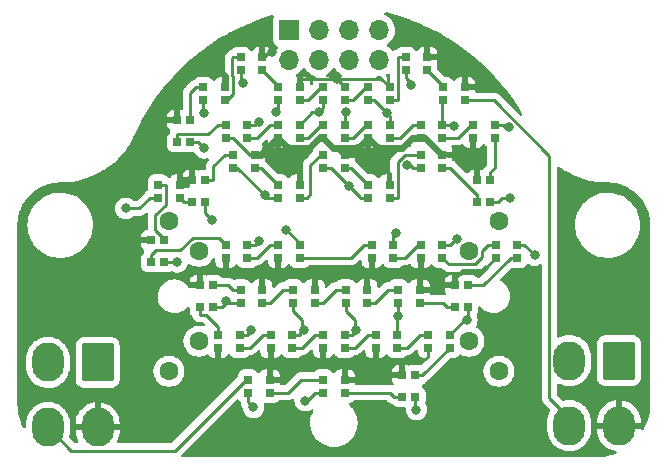
<source format=gbr>
%TF.GenerationSoftware,KiCad,Pcbnew,(6.0.9)*%
%TF.CreationDate,2023-01-27T15:13:05-09:00*%
%TF.ProjectId,GAUGE_Battery,47415547-455f-4426-9174-746572792e6b,rev?*%
%TF.SameCoordinates,Original*%
%TF.FileFunction,Copper,L1,Top*%
%TF.FilePolarity,Positive*%
%FSLAX46Y46*%
G04 Gerber Fmt 4.6, Leading zero omitted, Abs format (unit mm)*
G04 Created by KiCad (PCBNEW (6.0.9)) date 2023-01-27 15:13:05*
%MOMM*%
%LPD*%
G01*
G04 APERTURE LIST*
G04 Aperture macros list*
%AMRoundRect*
0 Rectangle with rounded corners*
0 $1 Rounding radius*
0 $2 $3 $4 $5 $6 $7 $8 $9 X,Y pos of 4 corners*
0 Add a 4 corners polygon primitive as box body*
4,1,4,$2,$3,$4,$5,$6,$7,$8,$9,$2,$3,0*
0 Add four circle primitives for the rounded corners*
1,1,$1+$1,$2,$3*
1,1,$1+$1,$4,$5*
1,1,$1+$1,$6,$7*
1,1,$1+$1,$8,$9*
0 Add four rect primitives between the rounded corners*
20,1,$1+$1,$2,$3,$4,$5,0*
20,1,$1+$1,$4,$5,$6,$7,0*
20,1,$1+$1,$6,$7,$8,$9,0*
20,1,$1+$1,$8,$9,$2,$3,0*%
G04 Aperture macros list end*
%TA.AperFunction,SMDPad,CuDef*%
%ADD10R,0.700000X0.700000*%
%TD*%
%TA.AperFunction,ComponentPad*%
%ADD11RoundRect,0.250001X1.099999X1.399999X-1.099999X1.399999X-1.099999X-1.399999X1.099999X-1.399999X0*%
%TD*%
%TA.AperFunction,ComponentPad*%
%ADD12O,2.700000X3.300000*%
%TD*%
%TA.AperFunction,ComponentPad*%
%ADD13C,1.600000*%
%TD*%
%TA.AperFunction,ComponentPad*%
%ADD14O,1.700000X1.700000*%
%TD*%
%TA.AperFunction,ComponentPad*%
%ADD15R,1.700000X1.700000*%
%TD*%
%TA.AperFunction,ViaPad*%
%ADD16C,0.800000*%
%TD*%
%TA.AperFunction,Conductor*%
%ADD17C,0.250000*%
%TD*%
%TA.AperFunction,Conductor*%
%ADD18C,0.609600*%
%TD*%
G04 APERTURE END LIST*
D10*
%TO.P,D42,1*%
%TO.N,/DOUT*%
X193267000Y-108158000D03*
%TO.P,D42,2*%
%TO.N,/LEDGND*%
X193267000Y-107058000D03*
%TO.P,D42,3*%
%TO.N,Net-(D41-Pad1)*%
X191437000Y-107058000D03*
%TO.P,D42,4*%
%TO.N,/LED+5V*%
X191437000Y-108158000D03*
%TD*%
%TO.P,D41,1*%
%TO.N,Net-(D41-Pad1)*%
X190092000Y-105618000D03*
%TO.P,D41,2*%
%TO.N,/LEDGND*%
X190092000Y-104518000D03*
%TO.P,D41,3*%
%TO.N,/DOUT4*%
X188262000Y-104518000D03*
%TO.P,D41,4*%
%TO.N,/LED+5V*%
X188262000Y-105618000D03*
%TD*%
%TO.P,D40,1*%
%TO.N,/DOUT4*%
X186917000Y-108158000D03*
%TO.P,D40,2*%
%TO.N,/LEDGND*%
X186917000Y-107058000D03*
%TO.P,D40,3*%
%TO.N,Net-(D39-Pad1)*%
X185087000Y-107058000D03*
%TO.P,D40,4*%
%TO.N,/LED+5V*%
X185087000Y-108158000D03*
%TD*%
%TO.P,D39,1*%
%TO.N,Net-(D39-Pad1)*%
X183107000Y-108158000D03*
%TO.P,D39,2*%
%TO.N,/LEDGND*%
X183107000Y-107058000D03*
%TO.P,D39,3*%
%TO.N,Net-(D38-Pad1)*%
X181277000Y-107058000D03*
%TO.P,D39,4*%
%TO.N,/LED+5V*%
X181277000Y-108158000D03*
%TD*%
%TO.P,D38,1*%
%TO.N,Net-(D38-Pad1)*%
X179297000Y-108158000D03*
%TO.P,D38,2*%
%TO.N,/LEDGND*%
X179297000Y-107058000D03*
%TO.P,D38,3*%
%TO.N,Net-(D37-Pad1)*%
X177467000Y-107058000D03*
%TO.P,D38,4*%
%TO.N,/LED+5V*%
X177467000Y-108158000D03*
%TD*%
%TO.P,D37,1*%
%TO.N,Net-(D37-Pad1)*%
X176122000Y-105618000D03*
%TO.P,D37,2*%
%TO.N,/LEDGND*%
X176122000Y-104518000D03*
%TO.P,D37,3*%
%TO.N,Net-(D36-Pad1)*%
X174292000Y-104518000D03*
%TO.P,D37,4*%
%TO.N,/LED+5V*%
X174292000Y-105618000D03*
%TD*%
%TO.P,D36,1*%
%TO.N,Net-(D36-Pad1)*%
X172947000Y-108158000D03*
%TO.P,D36,2*%
%TO.N,/LEDGND*%
X172947000Y-107058000D03*
%TO.P,D36,3*%
%TO.N,Net-(D35-Pad1)*%
X171117000Y-107058000D03*
%TO.P,D36,4*%
%TO.N,/LED+5V*%
X171117000Y-108158000D03*
%TD*%
%TO.P,D35,1*%
%TO.N,Net-(D35-Pad1)*%
X170042000Y-109868000D03*
%TO.P,D35,2*%
%TO.N,/LEDGND*%
X168942000Y-109868000D03*
%TO.P,D35,3*%
%TO.N,Net-(D34-Pad1)*%
X168942000Y-111698000D03*
%TO.P,D35,4*%
%TO.N,/LED+5V*%
X170042000Y-111698000D03*
%TD*%
%TO.P,D34,1*%
%TO.N,Net-(D34-Pad1)*%
X173022000Y-110233000D03*
%TO.P,D34,2*%
%TO.N,/LEDGND*%
X173022000Y-111333000D03*
%TO.P,D34,3*%
%TO.N,Net-(D33-Pad1)*%
X174852000Y-111333000D03*
%TO.P,D34,4*%
%TO.N,/LED+5V*%
X174852000Y-110233000D03*
%TD*%
%TO.P,D33,1*%
%TO.N,Net-(D33-Pad1)*%
X177467000Y-110233000D03*
%TO.P,D33,2*%
%TO.N,/LEDGND*%
X177467000Y-111333000D03*
%TO.P,D33,3*%
%TO.N,Net-(D32-Pad1)*%
X179297000Y-111333000D03*
%TO.P,D33,4*%
%TO.N,/LED+5V*%
X179297000Y-110233000D03*
%TD*%
%TO.P,D32,1*%
%TO.N,Net-(D32-Pad1)*%
X181277000Y-110233000D03*
%TO.P,D32,2*%
%TO.N,/LEDGND*%
X181277000Y-111333000D03*
%TO.P,D32,3*%
%TO.N,Net-(D31-Pad1)*%
X183107000Y-111333000D03*
%TO.P,D32,4*%
%TO.N,/LED+5V*%
X183107000Y-110233000D03*
%TD*%
%TO.P,D31,1*%
%TO.N,Net-(D31-Pad1)*%
X185087000Y-110233000D03*
%TO.P,D31,2*%
%TO.N,/LEDGND*%
X185087000Y-111333000D03*
%TO.P,D31,3*%
%TO.N,/DOUT3*%
X186917000Y-111333000D03*
%TO.P,D31,4*%
%TO.N,/LED+5V*%
X186917000Y-110233000D03*
%TD*%
%TO.P,D30,1*%
%TO.N,/DOUT3*%
X189532000Y-110233000D03*
%TO.P,D30,2*%
%TO.N,/LEDGND*%
X189532000Y-111333000D03*
%TO.P,D30,3*%
%TO.N,Net-(D29-Pad1)*%
X191362000Y-111333000D03*
%TO.P,D30,4*%
%TO.N,/LED+5V*%
X191362000Y-110233000D03*
%TD*%
%TO.P,D29,1*%
%TO.N,Net-(D29-Pad1)*%
X193977000Y-110233000D03*
%TO.P,D29,2*%
%TO.N,/LEDGND*%
X193977000Y-111333000D03*
%TO.P,D29,3*%
%TO.N,Net-(D28-Pad1)*%
X195807000Y-111333000D03*
%TO.P,D29,4*%
%TO.N,/LED+5V*%
X195807000Y-110233000D03*
%TD*%
%TO.P,D28,1*%
%TO.N,Net-(D28-Pad1)*%
X195442000Y-114948000D03*
%TO.P,D28,2*%
%TO.N,/LEDGND*%
X194342000Y-114948000D03*
%TO.P,D28,3*%
%TO.N,Net-(D27-Pad1)*%
X194342000Y-116778000D03*
%TO.P,D28,4*%
%TO.N,/LED+5V*%
X195442000Y-116778000D03*
%TD*%
%TO.P,D27,1*%
%TO.N,Net-(D27-Pad1)*%
X191362000Y-113873000D03*
%TO.P,D27,2*%
%TO.N,/LEDGND*%
X191362000Y-112773000D03*
%TO.P,D27,3*%
%TO.N,Net-(D26-Pad1)*%
X189532000Y-112773000D03*
%TO.P,D27,4*%
%TO.N,/LED+5V*%
X189532000Y-113873000D03*
%TD*%
%TO.P,D26,1*%
%TO.N,Net-(D26-Pad1)*%
X186917000Y-116413000D03*
%TO.P,D26,2*%
%TO.N,/LEDGND*%
X186917000Y-115313000D03*
%TO.P,D26,3*%
%TO.N,Net-(D25-Pad1)*%
X185087000Y-115313000D03*
%TO.P,D26,4*%
%TO.N,/LED+5V*%
X185087000Y-116413000D03*
%TD*%
%TO.P,D25,1*%
%TO.N,Net-(D25-Pad1)*%
X183107000Y-113873000D03*
%TO.P,D25,2*%
%TO.N,/LEDGND*%
X183107000Y-112773000D03*
%TO.P,D25,3*%
%TO.N,Net-(D24-Pad1)*%
X181277000Y-112773000D03*
%TO.P,D25,4*%
%TO.N,/LED+5V*%
X181277000Y-113873000D03*
%TD*%
%TO.P,D24,1*%
%TO.N,Net-(D24-Pad1)*%
X179297000Y-116413000D03*
%TO.P,D24,2*%
%TO.N,/LEDGND*%
X179297000Y-115313000D03*
%TO.P,D24,3*%
%TO.N,Net-(D23-Pad1)*%
X177467000Y-115313000D03*
%TO.P,D24,4*%
%TO.N,/LED+5V*%
X177467000Y-116413000D03*
%TD*%
%TO.P,D23,1*%
%TO.N,Net-(D23-Pad1)*%
X175487000Y-113873000D03*
%TO.P,D23,2*%
%TO.N,/LEDGND*%
X175487000Y-112773000D03*
%TO.P,D23,3*%
%TO.N,Net-(D22-Pad1)*%
X173657000Y-112773000D03*
%TO.P,D23,4*%
%TO.N,/LED+5V*%
X173657000Y-113873000D03*
%TD*%
%TO.P,D22,1*%
%TO.N,Net-(D22-Pad1)*%
X171312000Y-114948000D03*
%TO.P,D22,2*%
%TO.N,/LEDGND*%
X170212000Y-114948000D03*
%TO.P,D22,3*%
%TO.N,Net-(D21-Pad1)*%
X170212000Y-116778000D03*
%TO.P,D22,4*%
%TO.N,/LED+5V*%
X171312000Y-116778000D03*
%TD*%
%TO.P,D21,1*%
%TO.N,Net-(D21-Pad1)*%
X169137000Y-116413000D03*
%TO.P,D21,2*%
%TO.N,/LEDGND*%
X169137000Y-115313000D03*
%TO.P,D21,3*%
%TO.N,/DOUT2*%
X167307000Y-115313000D03*
%TO.P,D21,4*%
%TO.N,/LED+5V*%
X167307000Y-116413000D03*
%TD*%
%TO.P,D20,1*%
%TO.N,/DOUT2*%
X167819000Y-120028000D03*
%TO.P,D20,2*%
%TO.N,/LEDGND*%
X166719000Y-120028000D03*
%TO.P,D20,3*%
%TO.N,Net-(D19-Pad1)*%
X166719000Y-121858000D03*
%TO.P,D20,4*%
%TO.N,/LED+5V*%
X167819000Y-121858000D03*
%TD*%
%TO.P,D19,1*%
%TO.N,Net-(D19-Pad1)*%
X173022000Y-120393000D03*
%TO.P,D19,2*%
%TO.N,/LEDGND*%
X173022000Y-121493000D03*
%TO.P,D19,3*%
%TO.N,Net-(D18-Pad1)*%
X174852000Y-121493000D03*
%TO.P,D19,4*%
%TO.N,/LED+5V*%
X174852000Y-120393000D03*
%TD*%
%TO.P,D18,1*%
%TO.N,Net-(D18-Pad1)*%
X177467000Y-120393000D03*
%TO.P,D18,2*%
%TO.N,/LEDGND*%
X177467000Y-121493000D03*
%TO.P,D18,3*%
%TO.N,Net-(D17-Pad1)*%
X179297000Y-121493000D03*
%TO.P,D18,4*%
%TO.N,/LED+5V*%
X179297000Y-120393000D03*
%TD*%
%TO.P,D17,1*%
%TO.N,Net-(D17-Pad1)*%
X185404000Y-120393000D03*
%TO.P,D17,2*%
%TO.N,/LEDGND*%
X185404000Y-121493000D03*
%TO.P,D17,3*%
%TO.N,Net-(D16-Pad1)*%
X187234000Y-121493000D03*
%TO.P,D17,4*%
%TO.N,/LED+5V*%
X187234000Y-120393000D03*
%TD*%
%TO.P,D16,1*%
%TO.N,Net-(D16-Pad1)*%
X189532000Y-120393000D03*
%TO.P,D16,2*%
%TO.N,/LEDGND*%
X189532000Y-121493000D03*
%TO.P,D16,3*%
%TO.N,Net-(D15-Pad1)*%
X191362000Y-121493000D03*
%TO.P,D16,4*%
%TO.N,/LED+5V*%
X191362000Y-120393000D03*
%TD*%
%TO.P,D15,1*%
%TO.N,Net-(D15-Pad1)*%
X195882000Y-120393000D03*
%TO.P,D15,2*%
%TO.N,/LEDGND*%
X195882000Y-121493000D03*
%TO.P,D15,3*%
%TO.N,Net-(D14-Pad1)*%
X197712000Y-121493000D03*
%TO.P,D15,4*%
%TO.N,/LED+5V*%
X197712000Y-120393000D03*
%TD*%
%TO.P,D14,1*%
%TO.N,Net-(D14-Pad1)*%
X193537000Y-123838000D03*
%TO.P,D14,2*%
%TO.N,/LEDGND*%
X192437000Y-123838000D03*
%TO.P,D14,3*%
%TO.N,Net-(D13-Pad1)*%
X192437000Y-125668000D03*
%TO.P,D14,4*%
%TO.N,/LED+5V*%
X193537000Y-125668000D03*
%TD*%
%TO.P,D13,1*%
%TO.N,Net-(D13-Pad1)*%
X189457000Y-125303000D03*
%TO.P,D13,2*%
%TO.N,/LEDGND*%
X189457000Y-124203000D03*
%TO.P,D13,3*%
%TO.N,Net-(D12-Pad1)*%
X187627000Y-124203000D03*
%TO.P,D13,4*%
%TO.N,/LED+5V*%
X187627000Y-125303000D03*
%TD*%
%TO.P,D12,1*%
%TO.N,Net-(D12-Pad1)*%
X185012000Y-125303000D03*
%TO.P,D12,2*%
%TO.N,/LEDGND*%
X185012000Y-124203000D03*
%TO.P,D12,3*%
%TO.N,Net-(D11-Pad1)*%
X183182000Y-124203000D03*
%TO.P,D12,4*%
%TO.N,/LED+5V*%
X183182000Y-125303000D03*
%TD*%
%TO.P,D11,1*%
%TO.N,Net-(D11-Pad1)*%
X180567000Y-125303000D03*
%TO.P,D11,2*%
%TO.N,/LEDGND*%
X180567000Y-124203000D03*
%TO.P,D11,3*%
%TO.N,/DOUT1*%
X178737000Y-124203000D03*
%TO.P,D11,4*%
%TO.N,/LED+5V*%
X178737000Y-125303000D03*
%TD*%
%TO.P,D10,1*%
%TO.N,/DOUT1*%
X176122000Y-125303000D03*
%TO.P,D10,2*%
%TO.N,/LEDGND*%
X176122000Y-124203000D03*
%TO.P,D10,3*%
%TO.N,Net-(D10-Pad3)*%
X174292000Y-124203000D03*
%TO.P,D10,4*%
%TO.N,/LED+5V*%
X174292000Y-125303000D03*
%TD*%
%TO.P,D9,1*%
%TO.N,Net-(D10-Pad3)*%
X171947000Y-123838000D03*
%TO.P,D9,2*%
%TO.N,/LEDGND*%
X170847000Y-123838000D03*
%TO.P,D9,3*%
%TO.N,Net-(D8-Pad1)*%
X170847000Y-125668000D03*
%TO.P,D9,4*%
%TO.N,/LED+5V*%
X171947000Y-125668000D03*
%TD*%
%TO.P,D8,1*%
%TO.N,Net-(D8-Pad1)*%
X172387000Y-128013000D03*
%TO.P,D8,2*%
%TO.N,/LEDGND*%
X172387000Y-129113000D03*
%TO.P,D8,3*%
%TO.N,Net-(D7-Pad1)*%
X174217000Y-129113000D03*
%TO.P,D8,4*%
%TO.N,/LED+5V*%
X174217000Y-128013000D03*
%TD*%
%TO.P,D7,1*%
%TO.N,Net-(D7-Pad1)*%
X176832000Y-128013000D03*
%TO.P,D7,2*%
%TO.N,/LEDGND*%
X176832000Y-129113000D03*
%TO.P,D7,3*%
%TO.N,Net-(D6-Pad1)*%
X178662000Y-129113000D03*
%TO.P,D7,4*%
%TO.N,/LED+5V*%
X178662000Y-128013000D03*
%TD*%
%TO.P,D6,1*%
%TO.N,Net-(D6-Pad1)*%
X181277000Y-128013000D03*
%TO.P,D6,2*%
%TO.N,/LEDGND*%
X181277000Y-129113000D03*
%TO.P,D6,3*%
%TO.N,Net-(D5-Pad1)*%
X183107000Y-129113000D03*
%TO.P,D6,4*%
%TO.N,/LED+5V*%
X183107000Y-128013000D03*
%TD*%
%TO.P,D5,1*%
%TO.N,Net-(D5-Pad1)*%
X185722000Y-128013000D03*
%TO.P,D5,2*%
%TO.N,/LEDGND*%
X185722000Y-129113000D03*
%TO.P,D5,3*%
%TO.N,Net-(D4-Pad1)*%
X187552000Y-129113000D03*
%TO.P,D5,4*%
%TO.N,/LED+5V*%
X187552000Y-128013000D03*
%TD*%
%TO.P,D4,1*%
%TO.N,Net-(D4-Pad1)*%
X190167000Y-128013000D03*
%TO.P,D4,2*%
%TO.N,/LEDGND*%
X190167000Y-129113000D03*
%TO.P,D4,3*%
%TO.N,Net-(D3-Pad1)*%
X191997000Y-129113000D03*
%TO.P,D4,4*%
%TO.N,/LED+5V*%
X191997000Y-128013000D03*
%TD*%
%TO.P,D3,1*%
%TO.N,Net-(D3-Pad1)*%
X189092000Y-131458000D03*
%TO.P,D3,2*%
%TO.N,/LEDGND*%
X187992000Y-131458000D03*
%TO.P,D3,3*%
%TO.N,Net-(D2-Pad1)*%
X187992000Y-133288000D03*
%TO.P,D3,4*%
%TO.N,/LED+5V*%
X189092000Y-133288000D03*
%TD*%
%TO.P,D2,1*%
%TO.N,Net-(D2-Pad1)*%
X183107000Y-132923000D03*
%TO.P,D2,2*%
%TO.N,/LEDGND*%
X183107000Y-131823000D03*
%TO.P,D2,3*%
%TO.N,Net-(D1-Pad1)*%
X181277000Y-131823000D03*
%TO.P,D2,4*%
%TO.N,/LED+5V*%
X181277000Y-132923000D03*
%TD*%
%TO.P,D1,1*%
%TO.N,Net-(D1-Pad1)*%
X176757000Y-132923000D03*
%TO.P,D1,2*%
%TO.N,/LEDGND*%
X176757000Y-131823000D03*
%TO.P,D1,3*%
%TO.N,/DIN*%
X174927000Y-131823000D03*
%TO.P,D1,4*%
%TO.N,/LED+5V*%
X174927000Y-132923000D03*
%TD*%
D11*
%TO.P,J1,1*%
%TO.N,/LED+5V*%
X162189000Y-130363000D03*
D12*
%TO.P,J1,2*%
X157989000Y-130363000D03*
%TO.P,J1,3*%
%TO.N,/LEDGND*%
X162189000Y-135863000D03*
%TO.P,J1,4*%
%TO.N,/DIN*%
X157989000Y-135863000D03*
%TD*%
D11*
%TO.P,J3,1*%
%TO.N,/LED+5V*%
X206322000Y-130210000D03*
D12*
%TO.P,J3,2*%
X202122000Y-130210000D03*
%TO.P,J3,3*%
%TO.N,/LEDGND*%
X206322000Y-135710000D03*
%TO.P,J3,4*%
%TO.N,/DOUT*%
X202122000Y-135710000D03*
%TD*%
D13*
%TO.P,M1,8*%
%TO.N,/COIL8*%
X193630576Y-128559417D03*
%TO.P,M1,7*%
%TO.N,/COIL7*%
X193630576Y-120939417D03*
%TO.P,M1,6*%
%TO.N,/COIL6*%
X170770576Y-128559417D03*
%TO.P,M1,5*%
%TO.N,/COIL5*%
X170770576Y-120939417D03*
%TO.P,M1,4*%
%TO.N,/COIL4*%
X196170576Y-131099417D03*
%TO.P,M1,3*%
%TO.N,/COIL3*%
X196170576Y-118399417D03*
%TO.P,M1,2*%
%TO.N,/COIL2*%
X168230576Y-131099417D03*
%TO.P,M1,1*%
%TO.N,/COIL1*%
X168222000Y-118393000D03*
%TD*%
D14*
%TO.P,J2,8*%
%TO.N,/COIL7*%
X186002000Y-104773000D03*
%TO.P,J2,7*%
%TO.N,/COIL3*%
X186002000Y-102233000D03*
%TO.P,J2,6*%
%TO.N,/COIL8*%
X183462000Y-104773000D03*
%TO.P,J2,5*%
%TO.N,/COIL4*%
X183462000Y-102233000D03*
%TO.P,J2,4*%
%TO.N,/COIL6*%
X180922000Y-104773000D03*
%TO.P,J2,3*%
%TO.N,/COIL2*%
X180922000Y-102233000D03*
%TO.P,J2,2*%
%TO.N,/COIL5*%
X178382000Y-104773000D03*
D15*
%TO.P,J2,1*%
%TO.N,/COIL1*%
X178382000Y-102233000D03*
%TD*%
D16*
%TO.N,/LED+5V*%
X183464500Y-115398900D03*
X178173600Y-119173900D03*
X175811900Y-120099700D03*
X174479400Y-106750800D03*
X173088400Y-125141900D03*
X189182000Y-134353100D03*
X183239400Y-109195500D03*
X179755200Y-133598200D03*
X199191900Y-121272300D03*
X197073800Y-116479600D03*
X187419300Y-119418700D03*
X175384500Y-134170600D03*
X171225800Y-109265400D03*
X188690300Y-106874000D03*
X180905000Y-109195500D03*
X177319400Y-109195500D03*
X171216700Y-112197000D03*
X175871500Y-110045100D03*
X186649200Y-109233300D03*
X197004500Y-110433000D03*
X188390100Y-113644100D03*
X171908800Y-118294100D03*
X164574500Y-117330600D03*
X192635600Y-119896200D03*
X193448600Y-126799000D03*
X187607000Y-126418900D03*
X175211000Y-127661400D03*
X179656000Y-127661400D03*
X184101000Y-127661400D03*
X168934165Y-121858000D03*
X176346260Y-116206257D03*
X192344100Y-110332800D03*
%TO.N,/LEDGND*%
X176939341Y-104113176D03*
X182439341Y-106363176D03*
X176563082Y-112236917D03*
X189189341Y-102613176D03*
%TD*%
D17*
%TO.N,Net-(D1-Pad1)*%
X176757000Y-132923000D02*
X178316600Y-132923000D01*
X178316600Y-132923000D02*
X179416600Y-131823000D01*
X179416600Y-131823000D02*
X181277000Y-131823000D01*
%TO.N,/LED+5V*%
X185087000Y-116413000D02*
X184411700Y-116413000D01*
X183464500Y-115398900D02*
X181952300Y-113886700D01*
X181952300Y-113886700D02*
X181952300Y-113873000D01*
X183464500Y-115398900D02*
X184411700Y-116346100D01*
X184411700Y-116346100D02*
X184411700Y-116413000D01*
X181277000Y-113873000D02*
X181952300Y-113873000D01*
X174852000Y-120393000D02*
X175527300Y-120393000D01*
X175811900Y-120099700D02*
X175527300Y-120384300D01*
X175527300Y-120384300D02*
X175527300Y-120393000D01*
X174292000Y-105618000D02*
X174292000Y-106293300D01*
X174479400Y-106750800D02*
X174479400Y-106480700D01*
X174479400Y-106480700D02*
X174292000Y-106293300D01*
X173088400Y-125303000D02*
X172723400Y-125668000D01*
X172723400Y-125668000D02*
X172622300Y-125668000D01*
X173088400Y-125141900D02*
X173088400Y-125303000D01*
X173088400Y-125303000D02*
X173616700Y-125303000D01*
X174292000Y-125303000D02*
X173616700Y-125303000D01*
X171947000Y-125668000D02*
X172622300Y-125668000D01*
X189182000Y-134353100D02*
X189092000Y-134263100D01*
X189092000Y-134263100D02*
X189092000Y-133288000D01*
X183239400Y-109195500D02*
X183107000Y-109327900D01*
X183107000Y-109327900D02*
X183107000Y-110233000D01*
X183941700Y-127661400D02*
X183941700Y-126738000D01*
X183941700Y-126738000D02*
X183182000Y-125978300D01*
X183782300Y-128013000D02*
X183782300Y-127820800D01*
X183782300Y-127820800D02*
X183941700Y-127661400D01*
X184101000Y-127661400D02*
X183941700Y-127661400D01*
X183182000Y-125303000D02*
X183182000Y-125978300D01*
X181277000Y-132923000D02*
X180601700Y-132923000D01*
X179755200Y-133598200D02*
X179926500Y-133598200D01*
X179926500Y-133598200D02*
X180601700Y-132923000D01*
X179496700Y-127661400D02*
X179496700Y-126738000D01*
X179496700Y-126738000D02*
X178737000Y-125978300D01*
X179337300Y-128013000D02*
X179337300Y-127820800D01*
X179337300Y-127820800D02*
X179496700Y-127661400D01*
X179656000Y-127661400D02*
X179496700Y-127661400D01*
X178737000Y-125303000D02*
X178737000Y-125978300D01*
X195442000Y-116778000D02*
X196117300Y-116778000D01*
X197073800Y-116479600D02*
X196415700Y-116479600D01*
X196415700Y-116479600D02*
X196117300Y-116778000D01*
X193448600Y-126799000D02*
X193211000Y-126799000D01*
X193211000Y-126799000D02*
X191997000Y-128013000D01*
X193537000Y-125668000D02*
X193537000Y-126710600D01*
X193537000Y-126710600D02*
X193448600Y-126799000D01*
X187607000Y-126418900D02*
X187552000Y-126473900D01*
X187552000Y-126473900D02*
X187552000Y-128013000D01*
X187627000Y-125303000D02*
X187627000Y-126398900D01*
X187627000Y-126398900D02*
X187607000Y-126418900D01*
X187419300Y-119418700D02*
X187234000Y-119604000D01*
X187234000Y-119604000D02*
X187234000Y-120393000D01*
X180905000Y-109195500D02*
X180334500Y-109195500D01*
X180334500Y-109195500D02*
X179297000Y-110233000D01*
X181277000Y-108833300D02*
X181267200Y-108833300D01*
X181267200Y-108833300D02*
X180905000Y-109195500D01*
X175527300Y-110233000D02*
X175715100Y-110045200D01*
X175715100Y-110045200D02*
X175871500Y-110045200D01*
X175871500Y-110045200D02*
X175871500Y-110045100D01*
X175384500Y-134170600D02*
X174927000Y-133713100D01*
X174927000Y-133713100D02*
X174927000Y-132923000D01*
X171117000Y-108158000D02*
X171117000Y-108833300D01*
X171225800Y-109265400D02*
X171225800Y-108942100D01*
X171225800Y-108942100D02*
X171117000Y-108833300D01*
X188262000Y-105618000D02*
X188262000Y-106293300D01*
X188690300Y-106874000D02*
X188690300Y-106721600D01*
X188690300Y-106721600D02*
X188262000Y-106293300D01*
X181277000Y-108158000D02*
X181277000Y-108833300D01*
X177319400Y-109195500D02*
X177467000Y-109047900D01*
X177467000Y-109047900D02*
X177467000Y-108158000D01*
X170042000Y-111698000D02*
X170717300Y-111698000D01*
X171216700Y-112197000D02*
X171216300Y-112197000D01*
X171216300Y-112197000D02*
X170717300Y-111698000D01*
X174852000Y-110233000D02*
X175527300Y-110233000D01*
X195807000Y-110233000D02*
X196482300Y-110233000D01*
X197004500Y-110433000D02*
X196682300Y-110433000D01*
X196682300Y-110433000D02*
X196482300Y-110233000D01*
X189532000Y-113873000D02*
X188856700Y-113873000D01*
X188390100Y-113644100D02*
X188627800Y-113644100D01*
X188627800Y-113644100D02*
X188856700Y-113873000D01*
X171908800Y-118294100D02*
X171312000Y-117697300D01*
X171312000Y-117697300D02*
X171312000Y-116778000D01*
X167307000Y-116413000D02*
X166631700Y-116413000D01*
X164574500Y-117330600D02*
X165714100Y-117330600D01*
X165714100Y-117330600D02*
X166631700Y-116413000D01*
X191362000Y-120393000D02*
X192037300Y-120393000D01*
X192635600Y-119896200D02*
X192534100Y-119896200D01*
X192534100Y-119896200D02*
X192037300Y-120393000D01*
X174217000Y-128013000D02*
X174892300Y-128013000D01*
X175211000Y-127661400D02*
X174892300Y-127980100D01*
X174892300Y-127980100D02*
X174892300Y-128013000D01*
X178662000Y-128013000D02*
X179337300Y-128013000D01*
X183107000Y-128013000D02*
X183782300Y-128013000D01*
X167819000Y-121858000D02*
X168934165Y-121858000D01*
X198312600Y-120393000D02*
X199191900Y-121272300D01*
X197712000Y-120393000D02*
X198312600Y-120393000D01*
X179297000Y-120297300D02*
X178173600Y-119173900D01*
X179297000Y-120393000D02*
X179297000Y-120297300D01*
X185573900Y-108158000D02*
X186649200Y-109233300D01*
X185087000Y-108158000D02*
X185573900Y-108158000D01*
X186917000Y-109501100D02*
X186649200Y-109233300D01*
X186917000Y-110233000D02*
X186917000Y-109501100D01*
X174013002Y-113873000D02*
X173657000Y-113873000D01*
X176553002Y-116413000D02*
X176346260Y-116206257D01*
X177467000Y-116413000D02*
X176553002Y-116413000D01*
X176346260Y-116206257D02*
X174013002Y-113873000D01*
X191362000Y-108233000D02*
X191437000Y-108158000D01*
X191362000Y-110233000D02*
X191362000Y-108233000D01*
X191362000Y-110233000D02*
X191699700Y-110233000D01*
X191699700Y-110233000D02*
X192037300Y-110233000D01*
X192137100Y-110332800D02*
X192037300Y-110233000D01*
X192344100Y-110332800D02*
X192137100Y-110332800D01*
%TO.N,/DIN*%
X174741998Y-131823000D02*
X174927000Y-131823000D01*
X168726988Y-137838010D02*
X174741998Y-131823000D01*
X159964010Y-137838010D02*
X168726988Y-137838010D01*
X157989000Y-135863000D02*
X159964010Y-137838010D01*
%TO.N,/LEDGND*%
X176122000Y-104518000D02*
X176284517Y-104518000D01*
X176284517Y-104518000D02*
X176689341Y-104113176D01*
X176689341Y-104113176D02*
X176939341Y-104113176D01*
X183107000Y-107058000D02*
X182884165Y-107058000D01*
X183107000Y-107058000D02*
X183107000Y-107030835D01*
X183107000Y-107030835D02*
X182439341Y-106363176D01*
X179297000Y-106458000D02*
X179391824Y-106363176D01*
X179391824Y-106363176D02*
X182439341Y-106363176D01*
X179297000Y-107058000D02*
X179297000Y-106458000D01*
X186222176Y-106363176D02*
X182439341Y-106363176D01*
X186917000Y-107058000D02*
X186222176Y-106363176D01*
D18*
X176027000Y-112773000D02*
X176563082Y-112236917D01*
X175487000Y-112773000D02*
X176027000Y-112773000D01*
X180905642Y-111333000D02*
X180050841Y-112187801D01*
X178321801Y-112187801D02*
X177467000Y-111333000D01*
X180050841Y-112187801D02*
X178321801Y-112187801D01*
X181277000Y-111333000D02*
X180905642Y-111333000D01*
X184232199Y-112187801D02*
X185087000Y-111333000D01*
X182131801Y-112187801D02*
X184232199Y-112187801D01*
X181277000Y-111333000D02*
X182131801Y-112187801D01*
X182521801Y-112187801D02*
X183107000Y-112773000D01*
X182131801Y-112187801D02*
X182521801Y-112187801D01*
X188784815Y-111333000D02*
X189532000Y-111333000D01*
X187930014Y-112187801D02*
X188784815Y-111333000D01*
X185941801Y-112187801D02*
X187930014Y-112187801D01*
X185087000Y-111333000D02*
X185941801Y-112187801D01*
X189922000Y-111333000D02*
X191362000Y-112773000D01*
X189532000Y-111333000D02*
X189922000Y-111333000D01*
X172947000Y-106120835D02*
X172189341Y-105363176D01*
X172947000Y-107058000D02*
X172947000Y-106120835D01*
D17*
X173622000Y-111333000D02*
X175062000Y-112773000D01*
X175062000Y-112773000D02*
X175487000Y-112773000D01*
X173022000Y-111333000D02*
X173622000Y-111333000D01*
X179297000Y-115313000D02*
X179297000Y-114470835D01*
X179297000Y-114470835D02*
X178439341Y-113613176D01*
X186917000Y-115313000D02*
X186917000Y-114340835D01*
X186917000Y-114340835D02*
X186189341Y-113613176D01*
D18*
X176563082Y-112236917D02*
X177467000Y-111333000D01*
D17*
X193151690Y-122523310D02*
X192437000Y-123238000D01*
X194851690Y-122523310D02*
X193151690Y-122523310D01*
X192437000Y-123238000D02*
X192437000Y-123838000D01*
X195882000Y-121493000D02*
X194851690Y-122523310D01*
X187992000Y-131458000D02*
X187992000Y-130310517D01*
X187992000Y-130310517D02*
X188189341Y-130113176D01*
X188189341Y-130113176D02*
X189939341Y-130113176D01*
X190167000Y-129885517D02*
X190167000Y-129113000D01*
X189939341Y-130113176D02*
X190167000Y-129885517D01*
%TO.N,Net-(D2-Pad1)*%
X187992000Y-133288000D02*
X187316700Y-133288000D01*
X183107000Y-132923000D02*
X186951700Y-132923000D01*
X186951700Y-132923000D02*
X187316700Y-133288000D01*
%TO.N,Net-(D3-Pad1)*%
X189652000Y-131458000D02*
X191997000Y-129113000D01*
X189092000Y-131458000D02*
X189652000Y-131458000D01*
%TO.N,Net-(D4-Pad1)*%
X190167000Y-128013000D02*
X189491700Y-128013000D01*
X189491700Y-128013000D02*
X188391700Y-129113000D01*
X188391700Y-129113000D02*
X187552000Y-129113000D01*
%TO.N,/DOUT1*%
X176122000Y-125303000D02*
X176797300Y-125303000D01*
X176797300Y-125303000D02*
X177897300Y-124203000D01*
X177897300Y-124203000D02*
X178737000Y-124203000D01*
%TO.N,Net-(D6-Pad1)*%
X181277000Y-128013000D02*
X180601700Y-128013000D01*
X180601700Y-128013000D02*
X179501700Y-129113000D01*
X179501700Y-129113000D02*
X178662000Y-129113000D01*
%TO.N,Net-(D7-Pad1)*%
X176832000Y-128013000D02*
X176156700Y-128013000D01*
X176156700Y-128013000D02*
X175056700Y-129113000D01*
X175056700Y-129113000D02*
X174217000Y-129113000D01*
%TO.N,Net-(D8-Pad1)*%
X170847000Y-125668000D02*
X170847000Y-126343300D01*
X172387000Y-128013000D02*
X172387000Y-127337700D01*
X172387000Y-127337700D02*
X171392600Y-126343300D01*
X171392600Y-126343300D02*
X170847000Y-126343300D01*
%TO.N,Net-(D10-Pad3)*%
X174292000Y-124203000D02*
X173616700Y-124203000D01*
X171947000Y-123838000D02*
X173251700Y-123838000D01*
X173251700Y-123838000D02*
X173616700Y-124203000D01*
%TO.N,/DOUT2*%
X167307000Y-115313000D02*
X167982300Y-115313000D01*
X167819000Y-120028000D02*
X167819000Y-119913400D01*
X167819000Y-119913400D02*
X167082200Y-119176600D01*
X167082200Y-119176600D02*
X167082200Y-117899100D01*
X167082200Y-117899100D02*
X167982300Y-116999000D01*
X167982300Y-116999000D02*
X167982300Y-115313000D01*
%TO.N,Net-(D11-Pad1)*%
X180567000Y-125303000D02*
X181242300Y-125303000D01*
X181242300Y-125303000D02*
X182342300Y-124203000D01*
X182342300Y-124203000D02*
X183182000Y-124203000D01*
%TO.N,Net-(D12-Pad1)*%
X185012000Y-125303000D02*
X185687300Y-125303000D01*
X185687300Y-125303000D02*
X186787300Y-124203000D01*
X186787300Y-124203000D02*
X187627000Y-124203000D01*
%TO.N,Net-(D13-Pad1)*%
X192437000Y-125668000D02*
X191761700Y-125668000D01*
X189457000Y-125303000D02*
X191396700Y-125303000D01*
X191396700Y-125303000D02*
X191761700Y-125668000D01*
%TO.N,Net-(D14-Pad1)*%
X197167002Y-121493000D02*
X197712000Y-121493000D01*
X194822002Y-123838000D02*
X197167002Y-121493000D01*
X193537000Y-123838000D02*
X194822002Y-123838000D01*
%TO.N,/DOUT*%
X200446700Y-112849200D02*
X195755500Y-108158000D01*
X195755500Y-108158000D02*
X193267000Y-108158000D01*
X202122000Y-135045835D02*
X200446700Y-133370535D01*
X202122000Y-135710000D02*
X202122000Y-135045835D01*
X200446700Y-133370535D02*
X200446700Y-112849200D01*
%TO.N,Net-(D5-Pad1)*%
X185722000Y-128013000D02*
X185046700Y-128013000D01*
X185046700Y-128013000D02*
X183946700Y-129113000D01*
X183946700Y-129113000D02*
X183107000Y-129113000D01*
%TO.N,Net-(D15-Pad1)*%
X191933418Y-122064418D02*
X191362000Y-121493000D01*
X194170577Y-122064418D02*
X191933418Y-122064418D01*
X194755577Y-121479418D02*
X194170577Y-122064418D01*
X194755577Y-120919423D02*
X194755577Y-121479418D01*
X195282000Y-120393000D02*
X194755577Y-120919423D01*
X195882000Y-120393000D02*
X195282000Y-120393000D01*
%TO.N,Net-(D16-Pad1)*%
X189346998Y-120393000D02*
X189532000Y-120393000D01*
X188246998Y-121493000D02*
X189346998Y-120393000D01*
X187234000Y-121493000D02*
X188246998Y-121493000D01*
%TO.N,Net-(D17-Pad1)*%
X185404000Y-120393000D02*
X184728700Y-120393000D01*
X184728700Y-120393000D02*
X183628700Y-121493000D01*
X183628700Y-121493000D02*
X179297000Y-121493000D01*
%TO.N,Net-(D18-Pad1)*%
X177467000Y-120393000D02*
X176791700Y-120393000D01*
X176791700Y-120393000D02*
X175691700Y-121493000D01*
X175691700Y-121493000D02*
X174852000Y-121493000D01*
%TO.N,Net-(D19-Pad1)*%
X170230575Y-119814416D02*
X172443416Y-119814416D01*
X169181815Y-120863176D02*
X170230575Y-119814416D01*
X172443416Y-119814416D02*
X173022000Y-120393000D01*
X167113824Y-120863176D02*
X169181815Y-120863176D01*
X166719000Y-121258000D02*
X167113824Y-120863176D01*
X166719000Y-121858000D02*
X166719000Y-121258000D01*
%TO.N,Net-(D21-Pad1)*%
X170212000Y-116778000D02*
X169536700Y-116778000D01*
X169137000Y-116413000D02*
X169171700Y-116413000D01*
X169171700Y-116413000D02*
X169536700Y-116778000D01*
%TO.N,Net-(D22-Pad1)*%
X173657000Y-112773000D02*
X172981700Y-112773000D01*
X171312000Y-114948000D02*
X171987300Y-114948000D01*
X171987300Y-114948000D02*
X171987300Y-113767400D01*
X171987300Y-113767400D02*
X172981700Y-112773000D01*
%TO.N,Net-(D23-Pad1)*%
X176027000Y-113873000D02*
X177467000Y-115313000D01*
X175487000Y-113873000D02*
X176027000Y-113873000D01*
%TO.N,Net-(D24-Pad1)*%
X179297000Y-116413000D02*
X179897000Y-116413000D01*
X179897000Y-116413000D02*
X180189341Y-116120659D01*
X180189341Y-113675657D02*
X181091998Y-112773000D01*
X181091998Y-112773000D02*
X181277000Y-112773000D01*
X180189341Y-116120659D02*
X180189341Y-113675657D01*
%TO.N,Net-(D25-Pad1)*%
X183647000Y-113873000D02*
X185087000Y-115313000D01*
X183107000Y-113873000D02*
X183647000Y-113873000D01*
%TO.N,Net-(D26-Pad1)*%
X188856700Y-112773000D02*
X188235500Y-112773000D01*
X188235500Y-112773000D02*
X187592300Y-113416200D01*
X187592300Y-113416200D02*
X187592300Y-116413000D01*
X189532000Y-112773000D02*
X188856700Y-112773000D01*
X186917000Y-116413000D02*
X187592300Y-116413000D01*
%TO.N,Net-(D27-Pad1)*%
X194342000Y-116778000D02*
X194342000Y-116102700D01*
X191362000Y-113873000D02*
X192037300Y-113873000D01*
X192037300Y-113873000D02*
X194267000Y-116102700D01*
X194267000Y-116102700D02*
X194342000Y-116102700D01*
%TO.N,Net-(D28-Pad1)*%
X195442000Y-114948000D02*
X195442000Y-114272700D01*
X195442000Y-114272700D02*
X195807000Y-113907700D01*
X195807000Y-113907700D02*
X195807000Y-111333000D01*
%TO.N,Net-(D29-Pad1)*%
X193791998Y-110233000D02*
X193977000Y-110233000D01*
X192691998Y-111333000D02*
X193791998Y-110233000D01*
X191362000Y-111333000D02*
X192691998Y-111333000D01*
%TO.N,/DOUT3*%
X189532000Y-110233000D02*
X188856700Y-110233000D01*
X188856700Y-110233000D02*
X187756700Y-111333000D01*
X187756700Y-111333000D02*
X186917000Y-111333000D01*
%TO.N,Net-(D31-Pad1)*%
X184901998Y-110233000D02*
X185087000Y-110233000D01*
X183801998Y-111333000D02*
X184901998Y-110233000D01*
X183107000Y-111333000D02*
X183801998Y-111333000D01*
%TO.N,Net-(D32-Pad1)*%
X181114958Y-110233000D02*
X181277000Y-110233000D01*
X180014958Y-111333000D02*
X181114958Y-110233000D01*
X179297000Y-111333000D02*
X180014958Y-111333000D01*
%TO.N,Net-(D33-Pad1)*%
X177467000Y-110233000D02*
X176791700Y-110233000D01*
X176791700Y-110233000D02*
X175691700Y-111333000D01*
X175691700Y-111333000D02*
X174852000Y-111333000D01*
%TO.N,Net-(D34-Pad1)*%
X168942000Y-111698000D02*
X168942000Y-111022700D01*
X173022000Y-110233000D02*
X172346700Y-110233000D01*
X172346700Y-110233000D02*
X171557000Y-111022700D01*
X171557000Y-111022700D02*
X168942000Y-111022700D01*
%TO.N,Net-(D35-Pad1)*%
X170042000Y-107533000D02*
X170042000Y-109868000D01*
X170517000Y-107058000D02*
X170042000Y-107533000D01*
X171117000Y-107058000D02*
X170517000Y-107058000D01*
%TO.N,Net-(D36-Pad1)*%
X173132002Y-108158000D02*
X172947000Y-108158000D01*
X173622001Y-107668001D02*
X173132002Y-108158000D01*
X173622001Y-106158369D02*
X173622001Y-107668001D01*
X173576808Y-106113176D02*
X173622001Y-106158369D01*
X173576808Y-104633192D02*
X173576808Y-106113176D01*
X173692000Y-104518000D02*
X173576808Y-104633192D01*
X174292000Y-104518000D02*
X173692000Y-104518000D01*
%TO.N,Net-(D37-Pad1)*%
X177467000Y-106963000D02*
X176122000Y-105618000D01*
X177467000Y-107058000D02*
X177467000Y-106963000D01*
%TO.N,Net-(D38-Pad1)*%
X181091998Y-107058000D02*
X181277000Y-107058000D01*
X179991998Y-108158000D02*
X181091998Y-107058000D01*
X179297000Y-108158000D02*
X179991998Y-108158000D01*
%TO.N,Net-(D39-Pad1)*%
X184901998Y-107058000D02*
X185087000Y-107058000D01*
X183801998Y-108158000D02*
X184901998Y-107058000D01*
X183107000Y-108158000D02*
X183801998Y-108158000D01*
%TO.N,/DOUT4*%
X188262000Y-104518000D02*
X187586700Y-104518000D01*
X186917000Y-108158000D02*
X187592300Y-108158000D01*
X187592300Y-108158000D02*
X187592300Y-106388300D01*
X187592300Y-106388300D02*
X187586700Y-106382700D01*
X187586700Y-106382700D02*
X187586700Y-104518000D01*
%TO.N,Net-(D41-Pad1)*%
X191437000Y-106963000D02*
X190092000Y-105618000D01*
X191437000Y-107058000D02*
X191437000Y-106963000D01*
%TD*%
%TA.AperFunction,Conductor*%
%TO.N,/LEDGND*%
G36*
X201278267Y-113801494D02*
G01*
X201608679Y-114031893D01*
X201610621Y-114033050D01*
X201610627Y-114033054D01*
X202010976Y-114271599D01*
X202030471Y-114283215D01*
X202032481Y-114284225D01*
X202032493Y-114284232D01*
X202167535Y-114352116D01*
X202469153Y-114503737D01*
X202471228Y-114504600D01*
X202471234Y-114504603D01*
X202919580Y-114691124D01*
X202922479Y-114692330D01*
X203073677Y-114742886D01*
X203385977Y-114847310D01*
X203385983Y-114847312D01*
X203388128Y-114848029D01*
X203863718Y-114970036D01*
X203865917Y-114970435D01*
X203865930Y-114970438D01*
X204129991Y-115018370D01*
X204346814Y-115057728D01*
X204623982Y-115087781D01*
X204832708Y-115110414D01*
X204832717Y-115110415D01*
X204834943Y-115110656D01*
X205182815Y-115123340D01*
X205296096Y-115127471D01*
X205303391Y-115128216D01*
X205303411Y-115127994D01*
X205308265Y-115128433D01*
X205313055Y-115129242D01*
X205317908Y-115129305D01*
X205317912Y-115129305D01*
X205319360Y-115129323D01*
X205325607Y-115129404D01*
X205330419Y-115128718D01*
X205335283Y-115128405D01*
X205335298Y-115128635D01*
X205346731Y-115127896D01*
X205354191Y-115127987D01*
X205363060Y-115129368D01*
X205371963Y-115128204D01*
X205382412Y-115126838D01*
X205404929Y-115125926D01*
X205717880Y-115141303D01*
X205730178Y-115142515D01*
X206069244Y-115192813D01*
X206081358Y-115195222D01*
X206413871Y-115278515D01*
X206425703Y-115282105D01*
X206748435Y-115397583D01*
X206759858Y-115402315D01*
X207069709Y-115548865D01*
X207080614Y-115554693D01*
X207374622Y-115730916D01*
X207384903Y-115737786D01*
X207660226Y-115941981D01*
X207669778Y-115949821D01*
X207923760Y-116180019D01*
X207932503Y-116188762D01*
X208162688Y-116442733D01*
X208170532Y-116452291D01*
X208374718Y-116727604D01*
X208381588Y-116737885D01*
X208557809Y-117031892D01*
X208563638Y-117042797D01*
X208710196Y-117352667D01*
X208714927Y-117364091D01*
X208830398Y-117686808D01*
X208833988Y-117698640D01*
X208842280Y-117731742D01*
X208912316Y-118011334D01*
X208917279Y-118031148D01*
X208919689Y-118043267D01*
X208963520Y-118338737D01*
X208969987Y-118382334D01*
X208971199Y-118394637D01*
X208972894Y-118429149D01*
X208986216Y-118700292D01*
X208984868Y-118725859D01*
X208984530Y-118728027D01*
X208984530Y-118728035D01*
X208983149Y-118736903D01*
X208984313Y-118745804D01*
X208984313Y-118745808D01*
X208987276Y-118768462D01*
X208988340Y-118784800D01*
X208988340Y-133780462D01*
X208986840Y-133799848D01*
X208984532Y-133814671D01*
X208983149Y-133823552D01*
X208985824Y-133844012D01*
X208986768Y-133865835D01*
X208973639Y-134166502D01*
X208971182Y-134222763D01*
X208970224Y-134233713D01*
X208969818Y-134236794D01*
X208928674Y-134549306D01*
X208919602Y-134618208D01*
X208917694Y-134629029D01*
X208900314Y-134707422D01*
X208833754Y-135007649D01*
X208830909Y-135018266D01*
X208714295Y-135388116D01*
X208710536Y-135398446D01*
X208562121Y-135756748D01*
X208557475Y-135766710D01*
X208417763Y-136035093D01*
X208368566Y-136086280D01*
X208299505Y-136102745D01*
X208232506Y-136079258D01*
X208188841Y-136023277D01*
X208182830Y-135991753D01*
X208175525Y-135966876D01*
X208174135Y-135965671D01*
X208166452Y-135964000D01*
X204482115Y-135964000D01*
X204466876Y-135968475D01*
X204465671Y-135969865D01*
X204464000Y-135977548D01*
X204464000Y-136076206D01*
X204464165Y-136080777D01*
X204478213Y-136274380D01*
X204479527Y-136283389D01*
X204535689Y-136537769D01*
X204538292Y-136546499D01*
X204630586Y-136790107D01*
X204634421Y-136798368D01*
X204760915Y-137026101D01*
X204765905Y-137033726D01*
X204923946Y-137240809D01*
X204929986Y-137247636D01*
X205116264Y-137429735D01*
X205123226Y-137435618D01*
X205333843Y-137588922D01*
X205341573Y-137593733D01*
X205572122Y-137715031D01*
X205580472Y-137718678D01*
X205826099Y-137805419D01*
X205834894Y-137807825D01*
X206044542Y-137849147D01*
X206107509Y-137881945D01*
X206142748Y-137943579D01*
X206139072Y-138014480D01*
X206097647Y-138072138D01*
X206068399Y-138089175D01*
X205985440Y-138123539D01*
X205975137Y-138127288D01*
X205848717Y-138167149D01*
X205605270Y-138243908D01*
X205594653Y-138246753D01*
X205405347Y-138288722D01*
X205216037Y-138330693D01*
X205205220Y-138332600D01*
X204914764Y-138370841D01*
X204820721Y-138383223D01*
X204809771Y-138384181D01*
X204754754Y-138386584D01*
X204460326Y-138399441D01*
X204435453Y-138398061D01*
X204423112Y-138396140D01*
X204414211Y-138397304D01*
X204414207Y-138397304D01*
X204391553Y-138400267D01*
X204375215Y-138401331D01*
X169363761Y-138401331D01*
X169295640Y-138381329D01*
X169249147Y-138327673D01*
X169239043Y-138257399D01*
X169268537Y-138192819D01*
X169274666Y-138186236D01*
X173944288Y-133516614D01*
X174006600Y-133482588D01*
X174077415Y-133487653D01*
X174134208Y-133530143D01*
X174213739Y-133636261D01*
X174243470Y-133658543D01*
X174285983Y-133715402D01*
X174293500Y-133750733D01*
X174293500Y-133752956D01*
X174293995Y-133756873D01*
X174293995Y-133756877D01*
X174294005Y-133756956D01*
X174294938Y-133768793D01*
X174295548Y-133788207D01*
X174296062Y-133804545D01*
X174296327Y-133812989D01*
X174301978Y-133832439D01*
X174305987Y-133851800D01*
X174308526Y-133871897D01*
X174311445Y-133879268D01*
X174311445Y-133879270D01*
X174324804Y-133913012D01*
X174328649Y-133924242D01*
X174340982Y-133966693D01*
X174345015Y-133973512D01*
X174345017Y-133973517D01*
X174351293Y-133984128D01*
X174359988Y-134001876D01*
X174367448Y-134020717D01*
X174372110Y-134027133D01*
X174372110Y-134027134D01*
X174393436Y-134056487D01*
X174399952Y-134066407D01*
X174409901Y-134083229D01*
X174422458Y-134104462D01*
X174436779Y-134118783D01*
X174449636Y-134133839D01*
X174450262Y-134134701D01*
X174473620Y-134195569D01*
X174488134Y-134333658D01*
X174490958Y-134360528D01*
X174549973Y-134542156D01*
X174645460Y-134707544D01*
X174649878Y-134712451D01*
X174649879Y-134712452D01*
X174686347Y-134752954D01*
X174773247Y-134849466D01*
X174829098Y-134890044D01*
X174918466Y-134954974D01*
X174927748Y-134961718D01*
X174933776Y-134964402D01*
X174933778Y-134964403D01*
X175096181Y-135036709D01*
X175102212Y-135039394D01*
X175195613Y-135059247D01*
X175282556Y-135077728D01*
X175282561Y-135077728D01*
X175289013Y-135079100D01*
X175479987Y-135079100D01*
X175486439Y-135077728D01*
X175486444Y-135077728D01*
X175573387Y-135059247D01*
X175666788Y-135039394D01*
X175672819Y-135036709D01*
X175835222Y-134964403D01*
X175835224Y-134964402D01*
X175841252Y-134961718D01*
X175850535Y-134954974D01*
X175939902Y-134890044D01*
X175995753Y-134849466D01*
X176082653Y-134752954D01*
X176119121Y-134712452D01*
X176119122Y-134712451D01*
X176123540Y-134707544D01*
X176219027Y-134542156D01*
X176278042Y-134360528D01*
X176298004Y-134170600D01*
X176294473Y-134137002D01*
X176278732Y-133987235D01*
X176278732Y-133987233D01*
X176278042Y-133980672D01*
X176266918Y-133946436D01*
X176264890Y-133875469D01*
X176301553Y-133814671D01*
X176365265Y-133783345D01*
X176386751Y-133781500D01*
X177155134Y-133781500D01*
X177217316Y-133774745D01*
X177353705Y-133723615D01*
X177470261Y-133636261D01*
X177492241Y-133606933D01*
X177549100Y-133564420D01*
X177593066Y-133556500D01*
X178237833Y-133556500D01*
X178249016Y-133557027D01*
X178256509Y-133558702D01*
X178264435Y-133558453D01*
X178264436Y-133558453D01*
X178324586Y-133556562D01*
X178328545Y-133556500D01*
X178356456Y-133556500D01*
X178360391Y-133556003D01*
X178360456Y-133555995D01*
X178372293Y-133555062D01*
X178404551Y-133554048D01*
X178408570Y-133553922D01*
X178416489Y-133553673D01*
X178435943Y-133548021D01*
X178455300Y-133544013D01*
X178467530Y-133542468D01*
X178467531Y-133542468D01*
X178475397Y-133541474D01*
X178482768Y-133538555D01*
X178482770Y-133538555D01*
X178516512Y-133525196D01*
X178527742Y-133521351D01*
X178562583Y-133511229D01*
X178562584Y-133511229D01*
X178570193Y-133509018D01*
X178577012Y-133504985D01*
X178577017Y-133504983D01*
X178587628Y-133498707D01*
X178605376Y-133490012D01*
X178624217Y-133482552D01*
X178643886Y-133468262D01*
X178710754Y-133444405D01*
X178779906Y-133460487D01*
X178829385Y-133511402D01*
X178843254Y-133583373D01*
X178842386Y-133591630D01*
X178842386Y-133591635D01*
X178841696Y-133598200D01*
X178842386Y-133604765D01*
X178860923Y-133781131D01*
X178861658Y-133788128D01*
X178920673Y-133969756D01*
X178923976Y-133975478D01*
X178923977Y-133975479D01*
X178931107Y-133987829D01*
X179016160Y-134135144D01*
X179020578Y-134140051D01*
X179020579Y-134140052D01*
X179131664Y-134263424D01*
X179143947Y-134277066D01*
X179243043Y-134349064D01*
X179281720Y-134377164D01*
X179298448Y-134389318D01*
X179304476Y-134392002D01*
X179304478Y-134392003D01*
X179466881Y-134464309D01*
X179472912Y-134466994D01*
X179566312Y-134486847D01*
X179653256Y-134505328D01*
X179653261Y-134505328D01*
X179659713Y-134506700D01*
X179850687Y-134506700D01*
X179857139Y-134505328D01*
X179857144Y-134505328D01*
X179944088Y-134486847D01*
X180037488Y-134466994D01*
X180043519Y-134464309D01*
X180205922Y-134392003D01*
X180205924Y-134392002D01*
X180211952Y-134389318D01*
X180255725Y-134357515D01*
X180322590Y-134333658D01*
X180391742Y-134349738D01*
X180441222Y-134400651D01*
X180455322Y-134470233D01*
X180438903Y-134522452D01*
X180382364Y-134620381D01*
X180277138Y-134880824D01*
X180276073Y-134885097D01*
X180276072Y-134885099D01*
X180211117Y-135145620D01*
X180209183Y-135153376D01*
X180208724Y-135157744D01*
X180208723Y-135157749D01*
X180183423Y-135398471D01*
X180179822Y-135432733D01*
X180179975Y-135437121D01*
X180179975Y-135437127D01*
X180185919Y-135607329D01*
X180189625Y-135713458D01*
X180190387Y-135717781D01*
X180190388Y-135717788D01*
X180214164Y-135852624D01*
X180238402Y-135990087D01*
X180325203Y-136257235D01*
X180327131Y-136261188D01*
X180327133Y-136261193D01*
X180354902Y-136318127D01*
X180448340Y-136509702D01*
X180450795Y-136513341D01*
X180450798Y-136513347D01*
X180473256Y-136546642D01*
X180605415Y-136742576D01*
X180793371Y-136951322D01*
X181008550Y-137131879D01*
X181246764Y-137280731D01*
X181503375Y-137394982D01*
X181507603Y-137396194D01*
X181507602Y-137396194D01*
X181737414Y-137462091D01*
X181773390Y-137472407D01*
X181777740Y-137473018D01*
X181777743Y-137473019D01*
X181880690Y-137487487D01*
X182051552Y-137511500D01*
X182262146Y-137511500D01*
X182264332Y-137511347D01*
X182264336Y-137511347D01*
X182467827Y-137497118D01*
X182467832Y-137497117D01*
X182472212Y-137496811D01*
X182746970Y-137438409D01*
X182751099Y-137436906D01*
X182751103Y-137436905D01*
X183006781Y-137343846D01*
X183006785Y-137343844D01*
X183010926Y-137342337D01*
X183258942Y-137210464D01*
X183296007Y-137183535D01*
X183482629Y-137047947D01*
X183482632Y-137047944D01*
X183486192Y-137045358D01*
X183498238Y-137033726D01*
X183663635Y-136874003D01*
X183688252Y-136850231D01*
X183861188Y-136628882D01*
X183863384Y-136625078D01*
X183863389Y-136625071D01*
X183999435Y-136389431D01*
X184001636Y-136385619D01*
X184106862Y-136125176D01*
X184107928Y-136120901D01*
X184173753Y-135856893D01*
X184173754Y-135856888D01*
X184174817Y-135852624D01*
X184183847Y-135766715D01*
X184203719Y-135577636D01*
X184203719Y-135577633D01*
X184204178Y-135573267D01*
X184201348Y-135492223D01*
X184194529Y-135296939D01*
X184194528Y-135296933D01*
X184194375Y-135292542D01*
X184188920Y-135261600D01*
X184161809Y-135107853D01*
X184145598Y-135015913D01*
X184058797Y-134748765D01*
X184047039Y-134724656D01*
X184000403Y-134629040D01*
X183935660Y-134496298D01*
X183933205Y-134492659D01*
X183933202Y-134492653D01*
X183820140Y-134325032D01*
X183778585Y-134263424D01*
X183720956Y-134199420D01*
X183593566Y-134057940D01*
X183590629Y-134054678D01*
X183516605Y-133992564D01*
X183477280Y-133933457D01*
X183476153Y-133862469D01*
X183513584Y-133802141D01*
X183565647Y-133774926D01*
X183567316Y-133774745D01*
X183574709Y-133771973D01*
X183574711Y-133771973D01*
X183695297Y-133726767D01*
X183703705Y-133723615D01*
X183820261Y-133636261D01*
X183842241Y-133606933D01*
X183899100Y-133564420D01*
X183943066Y-133556500D01*
X186637105Y-133556500D01*
X186705226Y-133576502D01*
X186726200Y-133593405D01*
X186813048Y-133680253D01*
X186820588Y-133688539D01*
X186824700Y-133695018D01*
X186830477Y-133700443D01*
X186874352Y-133741644D01*
X186877194Y-133744399D01*
X186896930Y-133764135D01*
X186900127Y-133766615D01*
X186909147Y-133774318D01*
X186941379Y-133804586D01*
X186948325Y-133808405D01*
X186948328Y-133808407D01*
X186959134Y-133814348D01*
X186975653Y-133825199D01*
X186991659Y-133837614D01*
X186998928Y-133840759D01*
X186998932Y-133840762D01*
X187032237Y-133855174D01*
X187042887Y-133860391D01*
X187081640Y-133881695D01*
X187089315Y-133883666D01*
X187089316Y-133883666D01*
X187101262Y-133886733D01*
X187119967Y-133893137D01*
X187138555Y-133901181D01*
X187146378Y-133902420D01*
X187146388Y-133902423D01*
X187162046Y-133904903D01*
X187226199Y-133935317D01*
X187243156Y-133953783D01*
X187278739Y-134001261D01*
X187395295Y-134088615D01*
X187531684Y-134139745D01*
X187593866Y-134146500D01*
X188150273Y-134146500D01*
X188218394Y-134166502D01*
X188264887Y-134220158D01*
X188275583Y-134285670D01*
X188268496Y-134353100D01*
X188269186Y-134359665D01*
X188284496Y-134505328D01*
X188288458Y-134543028D01*
X188347473Y-134724656D01*
X188442960Y-134890044D01*
X188447378Y-134894951D01*
X188447379Y-134894952D01*
X188565826Y-135026501D01*
X188570747Y-135031966D01*
X188633733Y-135077728D01*
X188687343Y-135116678D01*
X188725248Y-135144218D01*
X188731276Y-135146902D01*
X188731278Y-135146903D01*
X188745817Y-135153376D01*
X188899712Y-135221894D01*
X188993112Y-135241747D01*
X189080056Y-135260228D01*
X189080061Y-135260228D01*
X189086513Y-135261600D01*
X189277487Y-135261600D01*
X189283939Y-135260228D01*
X189283944Y-135260228D01*
X189370888Y-135241747D01*
X189464288Y-135221894D01*
X189618183Y-135153376D01*
X189632722Y-135146903D01*
X189632724Y-135146902D01*
X189638752Y-135144218D01*
X189676658Y-135116678D01*
X189730267Y-135077728D01*
X189793253Y-135031966D01*
X189798174Y-135026501D01*
X189916621Y-134894952D01*
X189916622Y-134894951D01*
X189921040Y-134890044D01*
X190016527Y-134724656D01*
X190075542Y-134543028D01*
X190079505Y-134505328D01*
X190094814Y-134359665D01*
X190095504Y-134353100D01*
X190087513Y-134277066D01*
X190076232Y-134169735D01*
X190076232Y-134169733D01*
X190075542Y-134163172D01*
X190016527Y-133981544D01*
X190013026Y-133975479D01*
X189968312Y-133898033D01*
X189949133Y-133864814D01*
X189932395Y-133795820D01*
X189940268Y-133757590D01*
X189943745Y-133748316D01*
X189944756Y-133739015D01*
X189950131Y-133689531D01*
X189950500Y-133686134D01*
X189950500Y-132889866D01*
X189943745Y-132827684D01*
X189892615Y-132691295D01*
X189805261Y-132574739D01*
X189688705Y-132487385D01*
X189680303Y-132484235D01*
X189678995Y-132483519D01*
X189628849Y-132433261D01*
X189613836Y-132363870D01*
X189638722Y-132297377D01*
X189678995Y-132262481D01*
X189680303Y-132261765D01*
X189688705Y-132258615D01*
X189805261Y-132171261D01*
X189875906Y-132077000D01*
X189881604Y-132069397D01*
X189918285Y-132036512D01*
X189923024Y-132033709D01*
X189940776Y-132025012D01*
X189959617Y-132017552D01*
X189995387Y-131991564D01*
X190005307Y-131985048D01*
X190036535Y-131966580D01*
X190036538Y-131966578D01*
X190043362Y-131962542D01*
X190057683Y-131948221D01*
X190072717Y-131935380D01*
X190074692Y-131933945D01*
X190089107Y-131923472D01*
X190117298Y-131889395D01*
X190125288Y-131880616D01*
X190906487Y-131099417D01*
X194857078Y-131099417D01*
X194877033Y-131327504D01*
X194878457Y-131332817D01*
X194878457Y-131332819D01*
X194909210Y-131447588D01*
X194936292Y-131548660D01*
X194938615Y-131553641D01*
X194938615Y-131553642D01*
X195030727Y-131751179D01*
X195030730Y-131751184D01*
X195033053Y-131756166D01*
X195084358Y-131829437D01*
X195161053Y-131938968D01*
X195164378Y-131943717D01*
X195326276Y-132105615D01*
X195330784Y-132108772D01*
X195330787Y-132108774D01*
X195408944Y-132163500D01*
X195513827Y-132236940D01*
X195518809Y-132239263D01*
X195518814Y-132239266D01*
X195716351Y-132331378D01*
X195721333Y-132333701D01*
X195726641Y-132335123D01*
X195726643Y-132335124D01*
X195937174Y-132391536D01*
X195937176Y-132391536D01*
X195942489Y-132392960D01*
X196170576Y-132412915D01*
X196398663Y-132392960D01*
X196403976Y-132391536D01*
X196403978Y-132391536D01*
X196614509Y-132335124D01*
X196614511Y-132335123D01*
X196619819Y-132333701D01*
X196624801Y-132331378D01*
X196822338Y-132239266D01*
X196822343Y-132239263D01*
X196827325Y-132236940D01*
X196932208Y-132163500D01*
X197010365Y-132108774D01*
X197010368Y-132108772D01*
X197014876Y-132105615D01*
X197176774Y-131943717D01*
X197180100Y-131938968D01*
X197256794Y-131829437D01*
X197308099Y-131756166D01*
X197310422Y-131751184D01*
X197310425Y-131751179D01*
X197402537Y-131553642D01*
X197402537Y-131553641D01*
X197404860Y-131548660D01*
X197431943Y-131447588D01*
X197462695Y-131332819D01*
X197462695Y-131332817D01*
X197464119Y-131327504D01*
X197484074Y-131099417D01*
X197464119Y-130871330D01*
X197461430Y-130861295D01*
X197406283Y-130655484D01*
X197406282Y-130655482D01*
X197404860Y-130650174D01*
X197385904Y-130609522D01*
X197310425Y-130447655D01*
X197310422Y-130447650D01*
X197308099Y-130442668D01*
X197176774Y-130255117D01*
X197014876Y-130093219D01*
X197010368Y-130090062D01*
X197010365Y-130090060D01*
X196893749Y-130008405D01*
X196827325Y-129961894D01*
X196822343Y-129959571D01*
X196822338Y-129959568D01*
X196624801Y-129867456D01*
X196624800Y-129867456D01*
X196619819Y-129865133D01*
X196614511Y-129863711D01*
X196614509Y-129863710D01*
X196403978Y-129807298D01*
X196403976Y-129807298D01*
X196398663Y-129805874D01*
X196170576Y-129785919D01*
X195942489Y-129805874D01*
X195937176Y-129807298D01*
X195937174Y-129807298D01*
X195726643Y-129863710D01*
X195726641Y-129863711D01*
X195721333Y-129865133D01*
X195716352Y-129867456D01*
X195716351Y-129867456D01*
X195518814Y-129959568D01*
X195518809Y-129959571D01*
X195513827Y-129961894D01*
X195447403Y-130008405D01*
X195330787Y-130090060D01*
X195330784Y-130090062D01*
X195326276Y-130093219D01*
X195164378Y-130255117D01*
X195033053Y-130442668D01*
X195030730Y-130447650D01*
X195030727Y-130447655D01*
X194955248Y-130609522D01*
X194936292Y-130650174D01*
X194934870Y-130655482D01*
X194934869Y-130655484D01*
X194879722Y-130861295D01*
X194877033Y-130871330D01*
X194857078Y-131099417D01*
X190906487Y-131099417D01*
X191997500Y-130008405D01*
X192059812Y-129974379D01*
X192086595Y-129971500D01*
X192395134Y-129971500D01*
X192457316Y-129964745D01*
X192593705Y-129913615D01*
X192710261Y-129826261D01*
X192791372Y-129718035D01*
X192848231Y-129675520D01*
X192919050Y-129670494D01*
X192964470Y-129690388D01*
X192973827Y-129696940D01*
X192978809Y-129699263D01*
X192978814Y-129699266D01*
X193172405Y-129789538D01*
X193181333Y-129793701D01*
X193186641Y-129795123D01*
X193186643Y-129795124D01*
X193397174Y-129851536D01*
X193397176Y-129851536D01*
X193402489Y-129852960D01*
X193630576Y-129872915D01*
X193858663Y-129852960D01*
X193863976Y-129851536D01*
X193863978Y-129851536D01*
X194074509Y-129795124D01*
X194074511Y-129795123D01*
X194079819Y-129793701D01*
X194088747Y-129789538D01*
X194282338Y-129699266D01*
X194282343Y-129699263D01*
X194287325Y-129696940D01*
X194453470Y-129580604D01*
X194470365Y-129568774D01*
X194470368Y-129568772D01*
X194474876Y-129565615D01*
X194636774Y-129403717D01*
X194642323Y-129395793D01*
X194764942Y-129220674D01*
X194768099Y-129216166D01*
X194770422Y-129211184D01*
X194770425Y-129211179D01*
X194862537Y-129013642D01*
X194862537Y-129013641D01*
X194864860Y-129008660D01*
X194867851Y-128997500D01*
X194922695Y-128792819D01*
X194922695Y-128792817D01*
X194924119Y-128787504D01*
X194944074Y-128559417D01*
X194924119Y-128331330D01*
X194907453Y-128269132D01*
X194866283Y-128115484D01*
X194866282Y-128115482D01*
X194864860Y-128110174D01*
X194847351Y-128072625D01*
X194770425Y-127907655D01*
X194770422Y-127907650D01*
X194768099Y-127902668D01*
X194636774Y-127715117D01*
X194474876Y-127553219D01*
X194470368Y-127550062D01*
X194470365Y-127550060D01*
X194291828Y-127425047D01*
X194287325Y-127421894D01*
X194283867Y-127420282D01*
X194235232Y-127369278D01*
X194221793Y-127299565D01*
X194238104Y-127248538D01*
X194279823Y-127176279D01*
X194279824Y-127176278D01*
X194283127Y-127170556D01*
X194342142Y-126988928D01*
X194345104Y-126960752D01*
X194361414Y-126805565D01*
X194362104Y-126799000D01*
X194360150Y-126780407D01*
X194342832Y-126615635D01*
X194342832Y-126615633D01*
X194342142Y-126609072D01*
X194283127Y-126427444D01*
X194285900Y-126426543D01*
X194278175Y-126368787D01*
X194301884Y-126312380D01*
X194332235Y-126271884D01*
X194332236Y-126271882D01*
X194337615Y-126264705D01*
X194388745Y-126128316D01*
X194395500Y-126066134D01*
X194395500Y-125745482D01*
X194415502Y-125677361D01*
X194469158Y-125630868D01*
X194539432Y-125620764D01*
X194604012Y-125650258D01*
X194616663Y-125662899D01*
X194706493Y-125766419D01*
X194710619Y-125769802D01*
X194710623Y-125769806D01*
X194809629Y-125850985D01*
X194891333Y-125917978D01*
X194895969Y-125920617D01*
X194895972Y-125920619D01*
X194984774Y-125971168D01*
X195099066Y-126036227D01*
X195323753Y-126117784D01*
X195329002Y-126118733D01*
X195329005Y-126118734D01*
X195554885Y-126159580D01*
X195554893Y-126159581D01*
X195558969Y-126160318D01*
X195577359Y-126161185D01*
X195582544Y-126161430D01*
X195582551Y-126161430D01*
X195584032Y-126161500D01*
X195752012Y-126161500D01*
X195930175Y-126146383D01*
X195935339Y-126145043D01*
X195935343Y-126145042D01*
X196156375Y-126087673D01*
X196156380Y-126087671D01*
X196161540Y-126086332D01*
X196248090Y-126047344D01*
X196374619Y-125990347D01*
X196374622Y-125990346D01*
X196379480Y-125988157D01*
X196577762Y-125854666D01*
X196600398Y-125833073D01*
X196674520Y-125762363D01*
X196750718Y-125689674D01*
X196893402Y-125497900D01*
X196932045Y-125421896D01*
X196999314Y-125289586D01*
X196999314Y-125289585D01*
X197001733Y-125284828D01*
X197053626Y-125117705D01*
X197071032Y-125061651D01*
X197071033Y-125061645D01*
X197072616Y-125056548D01*
X197100009Y-124849876D01*
X197103323Y-124824873D01*
X197103323Y-124824869D01*
X197104023Y-124819589D01*
X197102778Y-124786414D01*
X197098856Y-124681973D01*
X197095055Y-124580726D01*
X197068621Y-124454744D01*
X197047067Y-124352016D01*
X197047066Y-124352013D01*
X197045970Y-124346789D01*
X196958171Y-124124467D01*
X196834168Y-123920117D01*
X196744103Y-123816326D01*
X196681007Y-123743614D01*
X196681005Y-123743612D01*
X196677507Y-123739581D01*
X196673381Y-123736198D01*
X196673377Y-123736194D01*
X196525503Y-123614946D01*
X196492667Y-123588022D01*
X196301858Y-123479406D01*
X196252553Y-123428326D01*
X196238691Y-123358696D01*
X196264674Y-123292625D01*
X196275096Y-123280811D01*
X197172445Y-122383462D01*
X197234757Y-122349436D01*
X197275148Y-122347294D01*
X197309254Y-122350999D01*
X197313866Y-122351500D01*
X198110134Y-122351500D01*
X198172316Y-122344745D01*
X198308705Y-122293615D01*
X198425261Y-122206261D01*
X198478584Y-122135113D01*
X198507229Y-122096892D01*
X198507230Y-122096890D01*
X198512615Y-122089705D01*
X198515767Y-122081297D01*
X198516447Y-122080055D01*
X198566706Y-122029910D01*
X198636097Y-122014896D01*
X198701027Y-122038628D01*
X198729807Y-122059538D01*
X198729810Y-122059540D01*
X198735148Y-122063418D01*
X198741176Y-122066102D01*
X198741178Y-122066103D01*
X198881779Y-122128702D01*
X198909612Y-122141094D01*
X199003013Y-122160947D01*
X199089956Y-122179428D01*
X199089961Y-122179428D01*
X199096413Y-122180800D01*
X199287387Y-122180800D01*
X199293839Y-122179428D01*
X199293844Y-122179428D01*
X199380787Y-122160947D01*
X199474188Y-122141094D01*
X199502021Y-122128702D01*
X199635951Y-122069073D01*
X199706318Y-122059639D01*
X199770615Y-122089746D01*
X199808429Y-122149835D01*
X199813200Y-122184180D01*
X199813200Y-133291768D01*
X199812673Y-133302951D01*
X199810998Y-133310444D01*
X199811247Y-133318370D01*
X199811247Y-133318371D01*
X199813138Y-133378521D01*
X199813200Y-133382480D01*
X199813200Y-133410391D01*
X199813697Y-133414325D01*
X199813697Y-133414326D01*
X199813705Y-133414391D01*
X199814638Y-133426228D01*
X199816027Y-133470424D01*
X199821678Y-133489874D01*
X199825687Y-133509235D01*
X199828226Y-133529332D01*
X199831145Y-133536703D01*
X199831145Y-133536705D01*
X199844504Y-133570447D01*
X199848349Y-133581677D01*
X199857768Y-133614098D01*
X199860682Y-133624128D01*
X199864715Y-133630947D01*
X199864717Y-133630952D01*
X199870993Y-133641563D01*
X199879688Y-133659311D01*
X199887148Y-133678152D01*
X199891810Y-133684568D01*
X199891810Y-133684569D01*
X199913136Y-133713922D01*
X199919652Y-133723842D01*
X199935984Y-133751457D01*
X199942158Y-133761897D01*
X199956479Y-133776218D01*
X199969319Y-133791251D01*
X199981228Y-133807642D01*
X200011588Y-133832758D01*
X200015305Y-133835833D01*
X200024084Y-133843823D01*
X200495113Y-134314852D01*
X200529139Y-134377164D01*
X200524074Y-134447979D01*
X200517728Y-134461265D01*
X200518032Y-134461416D01*
X200397899Y-134702894D01*
X200396478Y-134707228D01*
X200396477Y-134707231D01*
X200346259Y-134860422D01*
X200313882Y-134959186D01*
X200313102Y-134963677D01*
X200313102Y-134963678D01*
X200268735Y-135219209D01*
X200267743Y-135224921D01*
X200267552Y-135228758D01*
X200264078Y-135298547D01*
X200263500Y-135310149D01*
X200263500Y-136078512D01*
X200263664Y-136080777D01*
X200263665Y-136080792D01*
X200267607Y-136135115D01*
X200278047Y-136279004D01*
X200279031Y-136283459D01*
X200279031Y-136283462D01*
X200335178Y-136537769D01*
X200336194Y-136542372D01*
X200381434Y-136661782D01*
X200430060Y-136790126D01*
X200431750Y-136794588D01*
X200475861Y-136874003D01*
X200558282Y-137022388D01*
X200562714Y-137030368D01*
X200565486Y-137034000D01*
X200689308Y-137196245D01*
X200726343Y-137244773D01*
X200729609Y-137247966D01*
X200729611Y-137247968D01*
X200763126Y-137280731D01*
X200919208Y-137433312D01*
X201137270Y-137592034D01*
X201237031Y-137644521D01*
X201371921Y-137715490D01*
X201371927Y-137715493D01*
X201375961Y-137717615D01*
X201380266Y-137719135D01*
X201380270Y-137719137D01*
X201625967Y-137805902D01*
X201630280Y-137807425D01*
X201758032Y-137832605D01*
X201890428Y-137858700D01*
X201890434Y-137858701D01*
X201894900Y-137859581D01*
X201899453Y-137859808D01*
X201899456Y-137859808D01*
X202159708Y-137872764D01*
X202159714Y-137872764D01*
X202164277Y-137872991D01*
X202432769Y-137847375D01*
X202437203Y-137846290D01*
X202437209Y-137846289D01*
X202690312Y-137784355D01*
X202694750Y-137783269D01*
X202944733Y-137682015D01*
X203177482Y-137545735D01*
X203365989Y-137394982D01*
X203384553Y-137380136D01*
X203384555Y-137380135D01*
X203388119Y-137377284D01*
X203572234Y-137180191D01*
X203725968Y-136958584D01*
X203729558Y-136951369D01*
X203844067Y-136721194D01*
X203846101Y-136717106D01*
X203864237Y-136661782D01*
X203928698Y-136465147D01*
X203928699Y-136465141D01*
X203930118Y-136460814D01*
X203943174Y-136385619D01*
X203975601Y-136198860D01*
X203975602Y-136198852D01*
X203976257Y-136195079D01*
X203980500Y-136109851D01*
X203980500Y-135437885D01*
X204464000Y-135437885D01*
X204468475Y-135453124D01*
X204469865Y-135454329D01*
X204477548Y-135456000D01*
X206049885Y-135456000D01*
X206065124Y-135451525D01*
X206066329Y-135450135D01*
X206068000Y-135442452D01*
X206068000Y-135437885D01*
X206576000Y-135437885D01*
X206580475Y-135453124D01*
X206581865Y-135454329D01*
X206589548Y-135456000D01*
X208161885Y-135456000D01*
X208177124Y-135451525D01*
X208178329Y-135450135D01*
X208180000Y-135442452D01*
X208180000Y-135343794D01*
X208179835Y-135339223D01*
X208165787Y-135145620D01*
X208164473Y-135136611D01*
X208108311Y-134882231D01*
X208105708Y-134873501D01*
X208013414Y-134629893D01*
X208009579Y-134621632D01*
X207883085Y-134393899D01*
X207878095Y-134386274D01*
X207720054Y-134179191D01*
X207714014Y-134172364D01*
X207527736Y-133990265D01*
X207520774Y-133984382D01*
X207310157Y-133831078D01*
X207302427Y-133826267D01*
X207071878Y-133704969D01*
X207063528Y-133701322D01*
X206817901Y-133614581D01*
X206809106Y-133612175D01*
X206593775Y-133569733D01*
X206580863Y-133570912D01*
X206576000Y-133586015D01*
X206576000Y-135437885D01*
X206068000Y-135437885D01*
X206068000Y-133585826D01*
X206063749Y-133571349D01*
X206051488Y-133569286D01*
X206015867Y-133572685D01*
X206006875Y-133574205D01*
X205753842Y-133636122D01*
X205745173Y-133638922D01*
X205503718Y-133736722D01*
X205495545Y-133740744D01*
X205270747Y-133872368D01*
X205263235Y-133877531D01*
X205059787Y-134040231D01*
X205053104Y-134046420D01*
X204875267Y-134236794D01*
X204869557Y-134243871D01*
X204721066Y-134457918D01*
X204716429Y-134465759D01*
X204600396Y-134698997D01*
X204596940Y-134707422D01*
X204515788Y-134954974D01*
X204513588Y-134963799D01*
X204468897Y-135221189D01*
X204468050Y-135228807D01*
X204464078Y-135308592D01*
X204464000Y-135311733D01*
X204464000Y-135437885D01*
X203980500Y-135437885D01*
X203980500Y-135341488D01*
X203978114Y-135308592D01*
X203970823Y-135208116D01*
X203965953Y-135140996D01*
X203964969Y-135136538D01*
X203908791Y-134882088D01*
X203908790Y-134882084D01*
X203907806Y-134877628D01*
X203847469Y-134718371D01*
X203813868Y-134629682D01*
X203813867Y-134629679D01*
X203812250Y-134625412D01*
X203681286Y-134389632D01*
X203558131Y-134228260D01*
X203520429Y-134178859D01*
X203520428Y-134178858D01*
X203517657Y-134175227D01*
X203505326Y-134163172D01*
X203397679Y-134057940D01*
X203324792Y-133986688D01*
X203106730Y-133827966D01*
X203003135Y-133773462D01*
X202872079Y-133704510D01*
X202872073Y-133704507D01*
X202868039Y-133702385D01*
X202863734Y-133700865D01*
X202863730Y-133700863D01*
X202618033Y-133614098D01*
X202618032Y-133614098D01*
X202613720Y-133612575D01*
X202465560Y-133583373D01*
X202353572Y-133561300D01*
X202353566Y-133561299D01*
X202349100Y-133560419D01*
X202344547Y-133560192D01*
X202344544Y-133560192D01*
X202084292Y-133547236D01*
X202084286Y-133547236D01*
X202079723Y-133547009D01*
X201811231Y-133572625D01*
X201806797Y-133573710D01*
X201806791Y-133573711D01*
X201665985Y-133608166D01*
X201595062Y-133604928D01*
X201546941Y-133574872D01*
X201117104Y-133145034D01*
X201083079Y-133082722D01*
X201080200Y-133055939D01*
X201080200Y-132270675D01*
X201100202Y-132202554D01*
X201153858Y-132156061D01*
X201224132Y-132145957D01*
X201264867Y-132159166D01*
X201371921Y-132215490D01*
X201371927Y-132215493D01*
X201375961Y-132217615D01*
X201380266Y-132219135D01*
X201380270Y-132219137D01*
X201610656Y-132300495D01*
X201630280Y-132307425D01*
X201741291Y-132329305D01*
X201890428Y-132358700D01*
X201890434Y-132358701D01*
X201894900Y-132359581D01*
X201899453Y-132359808D01*
X201899456Y-132359808D01*
X202159708Y-132372764D01*
X202159714Y-132372764D01*
X202164277Y-132372991D01*
X202432769Y-132347375D01*
X202437203Y-132346290D01*
X202437209Y-132346289D01*
X202690312Y-132284355D01*
X202694750Y-132283269D01*
X202944733Y-132182015D01*
X203118967Y-132079997D01*
X203173537Y-132048045D01*
X203173538Y-132048044D01*
X203177482Y-132045735D01*
X203362499Y-131897773D01*
X203384553Y-131880136D01*
X203384555Y-131880135D01*
X203388119Y-131877284D01*
X203572234Y-131680191D01*
X203585963Y-131660400D01*
X204463500Y-131660400D01*
X204463837Y-131663646D01*
X204463837Y-131663650D01*
X204473437Y-131756166D01*
X204474474Y-131766165D01*
X204476655Y-131772701D01*
X204476655Y-131772703D01*
X204490233Y-131813400D01*
X204530450Y-131933945D01*
X204623522Y-132084348D01*
X204748697Y-132209305D01*
X204754927Y-132213145D01*
X204754928Y-132213146D01*
X204892090Y-132297694D01*
X204899262Y-132302115D01*
X204922266Y-132309745D01*
X205060611Y-132355632D01*
X205060613Y-132355632D01*
X205067139Y-132357797D01*
X205073975Y-132358497D01*
X205073978Y-132358498D01*
X205103065Y-132361478D01*
X205171600Y-132368500D01*
X207472400Y-132368500D01*
X207475646Y-132368163D01*
X207475650Y-132368163D01*
X207571307Y-132358238D01*
X207571311Y-132358237D01*
X207578165Y-132357526D01*
X207584701Y-132355345D01*
X207584703Y-132355345D01*
X207726657Y-132307985D01*
X207745945Y-132301550D01*
X207896348Y-132208478D01*
X208021305Y-132083303D01*
X208032668Y-132064869D01*
X208110275Y-131938968D01*
X208110276Y-131938966D01*
X208114115Y-131932738D01*
X208148378Y-131829437D01*
X208167632Y-131771389D01*
X208167632Y-131771387D01*
X208169797Y-131764861D01*
X208180500Y-131660400D01*
X208180500Y-128759600D01*
X208177041Y-128726261D01*
X208170238Y-128660693D01*
X208170237Y-128660689D01*
X208169526Y-128653835D01*
X208167316Y-128647209D01*
X208115868Y-128493003D01*
X208113550Y-128486055D01*
X208020478Y-128335652D01*
X207895303Y-128210695D01*
X207878673Y-128200444D01*
X207750968Y-128121725D01*
X207750966Y-128121724D01*
X207744738Y-128117885D01*
X207608283Y-128072625D01*
X207583389Y-128064368D01*
X207583387Y-128064368D01*
X207576861Y-128062203D01*
X207570025Y-128061503D01*
X207570022Y-128061502D01*
X207526969Y-128057091D01*
X207472400Y-128051500D01*
X205171600Y-128051500D01*
X205168354Y-128051837D01*
X205168350Y-128051837D01*
X205072693Y-128061762D01*
X205072689Y-128061763D01*
X205065835Y-128062474D01*
X205059299Y-128064655D01*
X205059297Y-128064655D01*
X204937794Y-128105192D01*
X204898055Y-128118450D01*
X204747652Y-128211522D01*
X204622695Y-128336697D01*
X204618855Y-128342927D01*
X204618854Y-128342928D01*
X204602866Y-128368866D01*
X204529885Y-128487262D01*
X204527581Y-128494209D01*
X204481605Y-128632824D01*
X204474203Y-128655139D01*
X204473503Y-128661975D01*
X204473502Y-128661978D01*
X204469703Y-128699057D01*
X204463500Y-128759600D01*
X204463500Y-131660400D01*
X203585963Y-131660400D01*
X203725968Y-131458584D01*
X203731439Y-131447588D01*
X203808381Y-131292927D01*
X203846101Y-131217106D01*
X203847523Y-131212769D01*
X203928698Y-130965147D01*
X203928699Y-130965141D01*
X203930118Y-130960814D01*
X203935120Y-130932004D01*
X203975601Y-130698860D01*
X203975602Y-130698852D01*
X203976257Y-130695079D01*
X203978228Y-130655484D01*
X203980422Y-130611422D01*
X203980422Y-130611414D01*
X203980500Y-130609851D01*
X203980500Y-129841488D01*
X203979396Y-129826261D01*
X203968435Y-129675206D01*
X203965953Y-129640996D01*
X203964477Y-129634310D01*
X203908791Y-129382088D01*
X203908790Y-129382084D01*
X203907806Y-129377628D01*
X203812250Y-129125412D01*
X203712128Y-128945158D01*
X203683504Y-128893625D01*
X203683503Y-128893624D01*
X203681286Y-128889632D01*
X203517657Y-128675227D01*
X203490431Y-128648611D01*
X203333172Y-128494880D01*
X203324792Y-128486688D01*
X203106730Y-128327966D01*
X202957687Y-128249551D01*
X202872079Y-128204510D01*
X202872073Y-128204507D01*
X202868039Y-128202385D01*
X202863734Y-128200865D01*
X202863730Y-128200863D01*
X202618033Y-128114098D01*
X202618032Y-128114098D01*
X202613720Y-128112575D01*
X202485968Y-128087395D01*
X202353572Y-128061300D01*
X202353566Y-128061299D01*
X202349100Y-128060419D01*
X202344547Y-128060192D01*
X202344544Y-128060192D01*
X202084292Y-128047236D01*
X202084286Y-128047236D01*
X202079723Y-128047009D01*
X201811231Y-128072625D01*
X201806797Y-128073710D01*
X201806791Y-128073711D01*
X201608200Y-128122306D01*
X201549250Y-128136731D01*
X201299267Y-128237985D01*
X201269862Y-128255202D01*
X201200975Y-128272361D01*
X201133742Y-128249551D01*
X201089514Y-128194013D01*
X201080200Y-128146469D01*
X201080200Y-118728530D01*
X202605496Y-118728530D01*
X202605704Y-118732310D01*
X202605704Y-118732311D01*
X202606302Y-118743173D01*
X202623773Y-119060634D01*
X202624434Y-119064361D01*
X202624434Y-119064365D01*
X202655919Y-119242020D01*
X202681815Y-119388136D01*
X202682920Y-119391761D01*
X202682921Y-119391766D01*
X202723465Y-119524792D01*
X202778782Y-119706293D01*
X202780313Y-119709757D01*
X202780316Y-119709764D01*
X202841537Y-119848242D01*
X202913269Y-120010497D01*
X202915205Y-120013751D01*
X202915208Y-120013757D01*
X203081389Y-120293082D01*
X203083328Y-120296341D01*
X203085643Y-120299342D01*
X203085646Y-120299346D01*
X203099227Y-120316949D01*
X203286496Y-120559684D01*
X203519829Y-120796712D01*
X203621314Y-120877581D01*
X203739261Y-120971568D01*
X203779949Y-121003991D01*
X204063086Y-121178519D01*
X204365140Y-121317768D01*
X204368740Y-121318927D01*
X204368747Y-121318930D01*
X204678126Y-121418558D01*
X204678129Y-121418559D01*
X204681735Y-121419720D01*
X204685451Y-121420439D01*
X204685459Y-121420441D01*
X205004567Y-121482181D01*
X205004573Y-121482182D01*
X205008285Y-121482900D01*
X205012061Y-121483167D01*
X205012066Y-121483168D01*
X205112767Y-121490297D01*
X205270994Y-121501500D01*
X205452635Y-121501500D01*
X205454501Y-121501388D01*
X205454518Y-121501387D01*
X205697228Y-121486755D01*
X205697235Y-121486754D01*
X205701003Y-121486527D01*
X205903506Y-121449543D01*
X206024470Y-121427451D01*
X206024475Y-121427450D01*
X206028197Y-121426770D01*
X206031809Y-121425649D01*
X206031815Y-121425647D01*
X206301293Y-121341972D01*
X206345843Y-121328139D01*
X206649338Y-121192061D01*
X206820656Y-121088919D01*
X206931034Y-121022466D01*
X206931040Y-121022462D01*
X206934287Y-121020507D01*
X206937271Y-121018180D01*
X206937278Y-121018175D01*
X207193575Y-120818294D01*
X207193582Y-120818288D01*
X207196563Y-120815963D01*
X207432366Y-120581392D01*
X207638280Y-120320191D01*
X207811323Y-120036144D01*
X207893161Y-119856151D01*
X207947420Y-119736817D01*
X207947423Y-119736809D01*
X207948989Y-119733365D01*
X208049282Y-119416240D01*
X208106471Y-119112122D01*
X208110051Y-119093087D01*
X208110051Y-119093085D01*
X208110751Y-119089364D01*
X208132504Y-118757470D01*
X208130381Y-118718884D01*
X208114435Y-118429149D01*
X208114227Y-118425366D01*
X208110599Y-118404892D01*
X208056846Y-118101594D01*
X208056185Y-118097864D01*
X208053381Y-118088662D01*
X207966104Y-117802300D01*
X207959218Y-117779707D01*
X207957687Y-117776243D01*
X207957684Y-117776236D01*
X207857091Y-117548700D01*
X207824731Y-117475503D01*
X207814425Y-117458179D01*
X207656611Y-117192918D01*
X207656610Y-117192917D01*
X207654672Y-117189659D01*
X207646859Y-117179531D01*
X207541376Y-117042807D01*
X207451504Y-116926316D01*
X207309496Y-116782059D01*
X207220834Y-116691993D01*
X207220833Y-116691992D01*
X207218171Y-116689288D01*
X206971882Y-116493030D01*
X206961019Y-116484374D01*
X206961018Y-116484373D01*
X206958051Y-116482009D01*
X206674914Y-116307481D01*
X206372860Y-116168232D01*
X206369260Y-116167073D01*
X206369253Y-116167070D01*
X206059874Y-116067442D01*
X206059871Y-116067441D01*
X206056265Y-116066280D01*
X206052549Y-116065561D01*
X206052541Y-116065559D01*
X205733433Y-116003819D01*
X205733427Y-116003818D01*
X205729715Y-116003100D01*
X205725939Y-116002833D01*
X205725934Y-116002832D01*
X205625233Y-115995703D01*
X205467006Y-115984500D01*
X205285365Y-115984500D01*
X205283499Y-115984612D01*
X205283482Y-115984613D01*
X205040772Y-115999245D01*
X205040765Y-115999246D01*
X205036997Y-115999473D01*
X204852599Y-116033151D01*
X204713530Y-116058549D01*
X204713525Y-116058550D01*
X204709803Y-116059230D01*
X204706191Y-116060351D01*
X204706185Y-116060353D01*
X204571026Y-116102321D01*
X204392157Y-116157861D01*
X204088662Y-116293939D01*
X204023339Y-116333267D01*
X203806966Y-116463534D01*
X203806960Y-116463538D01*
X203803713Y-116465493D01*
X203800729Y-116467820D01*
X203800722Y-116467825D01*
X203544425Y-116667706D01*
X203544418Y-116667712D01*
X203541437Y-116670037D01*
X203538752Y-116672708D01*
X203329466Y-116880901D01*
X203305634Y-116904608D01*
X203099720Y-117165809D01*
X202926677Y-117449856D01*
X202874646Y-117564291D01*
X202790580Y-117749183D01*
X202790577Y-117749191D01*
X202789011Y-117752635D01*
X202688718Y-118069760D01*
X202627249Y-118396636D01*
X202605496Y-118728530D01*
X201080200Y-118728530D01*
X201080200Y-113904849D01*
X201100202Y-113836728D01*
X201153858Y-113790235D01*
X201224132Y-113780131D01*
X201278267Y-113801494D01*
G37*
%TD.AperFunction*%
%TA.AperFunction,Conductor*%
G36*
X177059223Y-101005408D02*
G01*
X177089515Y-101069619D01*
X177080799Y-101136075D01*
X177081385Y-101136295D01*
X177030255Y-101272684D01*
X177023500Y-101334866D01*
X177023500Y-103131134D01*
X177030255Y-103193316D01*
X177081385Y-103329705D01*
X177168739Y-103446261D01*
X177285295Y-103533615D01*
X177293704Y-103536767D01*
X177293705Y-103536768D01*
X177402451Y-103577535D01*
X177459216Y-103620176D01*
X177483916Y-103686738D01*
X177468709Y-103756087D01*
X177449316Y-103782568D01*
X177334761Y-103902443D01*
X177322629Y-103915138D01*
X177198352Y-104097322D01*
X177143443Y-104142322D01*
X177072918Y-104150493D01*
X177009171Y-104119239D01*
X176971683Y-104055461D01*
X176970478Y-104050394D01*
X176925324Y-103929946D01*
X176916786Y-103914351D01*
X176840285Y-103812276D01*
X176827724Y-103799715D01*
X176725649Y-103723214D01*
X176710054Y-103714676D01*
X176589606Y-103669522D01*
X176574351Y-103665895D01*
X176523486Y-103660369D01*
X176516672Y-103660000D01*
X176394115Y-103660000D01*
X176378876Y-103664475D01*
X176377671Y-103665865D01*
X176376000Y-103673548D01*
X176376000Y-104633500D01*
X176355998Y-104701621D01*
X176302342Y-104748114D01*
X176250000Y-104759500D01*
X175994000Y-104759500D01*
X175925879Y-104739498D01*
X175879386Y-104685842D01*
X175868000Y-104633500D01*
X175868000Y-103678116D01*
X175863525Y-103662877D01*
X175862135Y-103661672D01*
X175854452Y-103660001D01*
X175727331Y-103660001D01*
X175720510Y-103660371D01*
X175669648Y-103665895D01*
X175654396Y-103669521D01*
X175533946Y-103714676D01*
X175518351Y-103723214D01*
X175416276Y-103799715D01*
X175403715Y-103812276D01*
X175327210Y-103914357D01*
X175317807Y-103931531D01*
X175267548Y-103981677D01*
X175198157Y-103996690D01*
X175131665Y-103971804D01*
X175096769Y-103931531D01*
X175095765Y-103929696D01*
X175092615Y-103921295D01*
X175005261Y-103804739D01*
X174888705Y-103717385D01*
X174752316Y-103666255D01*
X174690134Y-103659500D01*
X173893866Y-103659500D01*
X173831684Y-103666255D01*
X173695295Y-103717385D01*
X173578739Y-103804739D01*
X173573358Y-103811919D01*
X173521140Y-103881593D01*
X173464281Y-103924108D01*
X173455469Y-103927024D01*
X173446023Y-103929769D01*
X173446021Y-103929770D01*
X173438407Y-103931982D01*
X173431584Y-103936017D01*
X173431582Y-103936018D01*
X173420972Y-103942293D01*
X173403224Y-103950988D01*
X173384383Y-103958448D01*
X173377967Y-103963110D01*
X173377966Y-103963110D01*
X173348613Y-103984436D01*
X173338693Y-103990952D01*
X173307465Y-104009420D01*
X173307462Y-104009422D01*
X173300638Y-104013458D01*
X173286314Y-104027782D01*
X173271287Y-104040617D01*
X173254893Y-104052528D01*
X173249840Y-104058636D01*
X173249838Y-104058638D01*
X173226708Y-104086598D01*
X173218718Y-104095378D01*
X173184557Y-104129539D01*
X173176268Y-104137082D01*
X173169790Y-104141192D01*
X173164367Y-104146967D01*
X173123180Y-104190828D01*
X173120424Y-104193672D01*
X173100673Y-104213422D01*
X173098193Y-104216619D01*
X173090490Y-104225639D01*
X173060222Y-104257871D01*
X173056403Y-104264817D01*
X173056401Y-104264820D01*
X173050460Y-104275626D01*
X173039609Y-104292145D01*
X173027194Y-104308151D01*
X173024049Y-104315420D01*
X173024046Y-104315424D01*
X173009634Y-104348729D01*
X173004417Y-104359379D01*
X172983113Y-104398132D01*
X172981142Y-104405807D01*
X172981142Y-104405808D01*
X172978075Y-104417754D01*
X172971671Y-104436458D01*
X172963627Y-104455047D01*
X172962388Y-104462870D01*
X172962385Y-104462880D01*
X172956709Y-104498716D01*
X172954303Y-104510336D01*
X172943308Y-104553162D01*
X172943308Y-104573416D01*
X172941757Y-104593126D01*
X172938588Y-104613135D01*
X172939334Y-104621027D01*
X172942749Y-104657153D01*
X172943308Y-104669011D01*
X172943308Y-106034409D01*
X172942781Y-106045592D01*
X172941106Y-106053085D01*
X172941355Y-106061011D01*
X172941355Y-106061012D01*
X172941639Y-106070042D01*
X172923787Y-106138758D01*
X172871618Y-106186914D01*
X172815701Y-106200001D01*
X172552331Y-106200001D01*
X172545510Y-106200371D01*
X172494648Y-106205895D01*
X172479396Y-106209521D01*
X172358946Y-106254676D01*
X172343351Y-106263214D01*
X172241276Y-106339715D01*
X172228715Y-106352276D01*
X172152210Y-106454357D01*
X172142807Y-106471531D01*
X172092548Y-106521677D01*
X172023157Y-106536690D01*
X171956665Y-106511804D01*
X171921769Y-106471531D01*
X171920765Y-106469696D01*
X171917615Y-106461295D01*
X171830261Y-106344739D01*
X171713705Y-106257385D01*
X171577316Y-106206255D01*
X171515134Y-106199500D01*
X170718866Y-106199500D01*
X170656684Y-106206255D01*
X170520295Y-106257385D01*
X170403739Y-106344739D01*
X170398358Y-106351919D01*
X170398357Y-106351920D01*
X170346139Y-106421594D01*
X170289279Y-106464109D01*
X170280465Y-106467026D01*
X170263406Y-106471982D01*
X170256587Y-106476015D01*
X170256582Y-106476017D01*
X170245971Y-106482293D01*
X170228221Y-106490990D01*
X170209383Y-106498448D01*
X170202967Y-106503109D01*
X170202966Y-106503110D01*
X170173625Y-106524428D01*
X170163701Y-106530947D01*
X170132460Y-106549422D01*
X170132455Y-106549426D01*
X170125637Y-106553458D01*
X170111313Y-106567782D01*
X170096281Y-106580621D01*
X170079893Y-106592528D01*
X170051712Y-106626593D01*
X170043722Y-106635373D01*
X169649747Y-107029348D01*
X169641461Y-107036888D01*
X169634982Y-107041000D01*
X169629557Y-107046777D01*
X169588357Y-107090651D01*
X169585602Y-107093493D01*
X169565865Y-107113230D01*
X169563385Y-107116427D01*
X169555682Y-107125447D01*
X169525414Y-107157679D01*
X169521595Y-107164625D01*
X169521593Y-107164628D01*
X169515652Y-107175434D01*
X169504801Y-107191953D01*
X169492386Y-107207959D01*
X169489241Y-107215228D01*
X169489238Y-107215232D01*
X169474826Y-107248537D01*
X169469609Y-107259187D01*
X169448305Y-107297940D01*
X169446334Y-107305615D01*
X169446334Y-107305616D01*
X169443267Y-107317562D01*
X169436863Y-107336266D01*
X169428819Y-107354855D01*
X169427580Y-107362678D01*
X169427577Y-107362688D01*
X169421901Y-107398524D01*
X169419495Y-107410144D01*
X169408500Y-107452970D01*
X169408500Y-107473224D01*
X169406949Y-107492934D01*
X169403780Y-107512943D01*
X169404526Y-107520835D01*
X169407941Y-107556961D01*
X169408500Y-107568819D01*
X169408500Y-108884000D01*
X169388498Y-108952121D01*
X169334842Y-108998614D01*
X169282500Y-109010000D01*
X169214115Y-109010000D01*
X169198876Y-109014475D01*
X169197671Y-109015865D01*
X169196000Y-109023548D01*
X169196000Y-109373014D01*
X169192699Y-109401165D01*
X169190255Y-109407684D01*
X169189402Y-109415532D01*
X169189402Y-109415534D01*
X169186120Y-109445750D01*
X169183500Y-109469866D01*
X169183500Y-109996000D01*
X169163498Y-110064121D01*
X169109842Y-110110614D01*
X169057500Y-110122000D01*
X168102116Y-110122000D01*
X168086877Y-110126475D01*
X168085672Y-110127865D01*
X168084001Y-110135548D01*
X168084001Y-110262669D01*
X168084371Y-110269490D01*
X168089895Y-110320352D01*
X168093521Y-110335604D01*
X168138676Y-110456054D01*
X168147214Y-110471649D01*
X168223715Y-110573724D01*
X168236272Y-110586281D01*
X168307955Y-110640004D01*
X168350470Y-110696864D01*
X168355496Y-110767682D01*
X168350791Y-110783119D01*
X168348305Y-110787640D01*
X168346334Y-110795317D01*
X168346332Y-110795322D01*
X168346256Y-110795619D01*
X168338224Y-110817928D01*
X168338094Y-110818203D01*
X168338091Y-110818211D01*
X168334717Y-110825382D01*
X168333231Y-110833172D01*
X168326072Y-110870702D01*
X168293660Y-110933868D01*
X168277869Y-110947918D01*
X168228739Y-110984739D01*
X168141385Y-111101295D01*
X168090255Y-111237684D01*
X168083500Y-111299866D01*
X168083500Y-112096134D01*
X168090255Y-112158316D01*
X168141385Y-112294705D01*
X168228739Y-112411261D01*
X168345295Y-112498615D01*
X168481684Y-112549745D01*
X168543866Y-112556500D01*
X169340134Y-112556500D01*
X169343531Y-112556131D01*
X169394466Y-112550598D01*
X169394468Y-112550598D01*
X169402316Y-112549745D01*
X169409709Y-112546973D01*
X169409711Y-112546973D01*
X169447771Y-112532705D01*
X169518578Y-112527522D01*
X169536229Y-112532705D01*
X169574289Y-112546973D01*
X169574291Y-112546973D01*
X169581684Y-112549745D01*
X169589532Y-112550598D01*
X169589534Y-112550598D01*
X169640469Y-112556131D01*
X169643866Y-112556500D01*
X170302467Y-112556500D01*
X170370588Y-112576502D01*
X170411585Y-112619499D01*
X170477660Y-112733944D01*
X170482078Y-112738851D01*
X170482079Y-112738852D01*
X170601025Y-112870955D01*
X170605447Y-112875866D01*
X170664531Y-112918793D01*
X170742277Y-112975279D01*
X170759948Y-112988118D01*
X170765976Y-112990802D01*
X170765978Y-112990803D01*
X170897352Y-113049294D01*
X170934412Y-113065794D01*
X171027812Y-113085647D01*
X171114756Y-113104128D01*
X171114761Y-113104128D01*
X171121213Y-113105500D01*
X171312187Y-113105500D01*
X171318639Y-113104128D01*
X171318644Y-113104128D01*
X171453194Y-113075528D01*
X171523985Y-113080930D01*
X171580617Y-113123747D01*
X171605111Y-113190385D01*
X171589690Y-113259686D01*
X171571242Y-113285027D01*
X171533657Y-113325051D01*
X171530902Y-113327893D01*
X171511165Y-113347630D01*
X171508685Y-113350827D01*
X171500982Y-113359847D01*
X171470714Y-113392079D01*
X171466895Y-113399025D01*
X171466893Y-113399028D01*
X171460952Y-113409834D01*
X171450101Y-113426353D01*
X171437686Y-113442359D01*
X171434541Y-113449628D01*
X171434538Y-113449632D01*
X171420126Y-113482937D01*
X171414909Y-113493587D01*
X171393605Y-113532340D01*
X171391634Y-113540015D01*
X171391634Y-113540016D01*
X171388567Y-113551962D01*
X171382163Y-113570666D01*
X171374119Y-113589255D01*
X171372880Y-113597078D01*
X171372877Y-113597088D01*
X171367201Y-113632924D01*
X171364795Y-113644544D01*
X171355772Y-113679689D01*
X171353800Y-113687370D01*
X171353800Y-113707624D01*
X171352249Y-113727334D01*
X171349080Y-113747343D01*
X171349826Y-113755235D01*
X171353241Y-113791361D01*
X171353800Y-113803219D01*
X171353800Y-113963500D01*
X171333798Y-114031621D01*
X171280142Y-114078114D01*
X171227800Y-114089500D01*
X170913866Y-114089500D01*
X170851684Y-114096255D01*
X170805518Y-114113562D01*
X170734711Y-114118745D01*
X170717058Y-114113562D01*
X170679606Y-114099522D01*
X170664351Y-114095895D01*
X170613486Y-114090369D01*
X170606672Y-114090000D01*
X170484115Y-114090000D01*
X170468876Y-114094475D01*
X170467671Y-114095865D01*
X170466000Y-114103548D01*
X170466000Y-114453014D01*
X170462699Y-114481165D01*
X170460255Y-114487684D01*
X170459402Y-114495532D01*
X170459402Y-114495534D01*
X170456938Y-114518214D01*
X170453500Y-114549866D01*
X170453500Y-115076000D01*
X170433498Y-115144121D01*
X170379842Y-115190614D01*
X170327500Y-115202000D01*
X170053115Y-115202000D01*
X170037876Y-115206475D01*
X170036671Y-115207865D01*
X170035000Y-115215548D01*
X170035000Y-115441000D01*
X170014998Y-115509121D01*
X169961342Y-115555614D01*
X169909000Y-115567000D01*
X169631986Y-115567000D01*
X169603835Y-115563699D01*
X169597316Y-115561255D01*
X169589468Y-115560402D01*
X169589466Y-115560402D01*
X169538531Y-115554869D01*
X169535134Y-115554500D01*
X169009000Y-115554500D01*
X168940879Y-115534498D01*
X168894386Y-115480842D01*
X168883000Y-115428500D01*
X168883000Y-114473116D01*
X168878525Y-114457877D01*
X168877135Y-114456672D01*
X168869452Y-114455001D01*
X168742331Y-114455001D01*
X168735510Y-114455371D01*
X168684648Y-114460895D01*
X168669396Y-114464521D01*
X168548946Y-114509676D01*
X168533351Y-114518214D01*
X168431276Y-114594715D01*
X168418719Y-114607272D01*
X168364996Y-114678955D01*
X168308136Y-114721470D01*
X168237318Y-114726496D01*
X168221881Y-114721791D01*
X168217360Y-114719305D01*
X168209683Y-114717334D01*
X168209678Y-114717332D01*
X168209381Y-114717256D01*
X168187072Y-114709224D01*
X168186797Y-114709094D01*
X168186789Y-114709091D01*
X168179618Y-114705717D01*
X168134298Y-114697072D01*
X168071132Y-114664660D01*
X168057082Y-114648869D01*
X168025643Y-114606920D01*
X168025642Y-114606919D01*
X168020261Y-114599739D01*
X167903705Y-114512385D01*
X167767316Y-114461255D01*
X167705134Y-114454500D01*
X166908866Y-114454500D01*
X166846684Y-114461255D01*
X166710295Y-114512385D01*
X166593739Y-114599739D01*
X166506385Y-114716295D01*
X166455255Y-114852684D01*
X166448500Y-114914866D01*
X166448500Y-115711134D01*
X166447757Y-115711134D01*
X166432225Y-115777036D01*
X166381564Y-115825978D01*
X166378107Y-115826982D01*
X166371283Y-115831018D01*
X166371280Y-115831019D01*
X166360668Y-115837294D01*
X166342918Y-115845990D01*
X166331456Y-115850528D01*
X166331451Y-115850531D01*
X166324083Y-115853448D01*
X166316498Y-115858959D01*
X166288325Y-115879427D01*
X166278407Y-115885943D01*
X166274909Y-115888012D01*
X166240337Y-115908458D01*
X166226013Y-115922782D01*
X166210981Y-115935621D01*
X166194593Y-115947528D01*
X166184378Y-115959876D01*
X166166412Y-115981593D01*
X166158422Y-115990373D01*
X165488600Y-116660195D01*
X165426288Y-116694221D01*
X165399505Y-116697100D01*
X165282700Y-116697100D01*
X165214579Y-116677098D01*
X165195353Y-116660757D01*
X165195080Y-116661060D01*
X165190168Y-116656637D01*
X165185753Y-116651734D01*
X165031252Y-116539482D01*
X165025224Y-116536798D01*
X165025222Y-116536797D01*
X164862819Y-116464491D01*
X164862818Y-116464491D01*
X164856788Y-116461806D01*
X164763388Y-116441953D01*
X164676444Y-116423472D01*
X164676439Y-116423472D01*
X164669987Y-116422100D01*
X164479013Y-116422100D01*
X164472561Y-116423472D01*
X164472556Y-116423472D01*
X164385612Y-116441953D01*
X164292212Y-116461806D01*
X164286182Y-116464491D01*
X164286181Y-116464491D01*
X164123778Y-116536797D01*
X164123776Y-116536798D01*
X164117748Y-116539482D01*
X163963247Y-116651734D01*
X163958826Y-116656644D01*
X163958825Y-116656645D01*
X163840264Y-116788321D01*
X163835460Y-116793656D01*
X163832159Y-116799374D01*
X163751233Y-116939542D01*
X163739973Y-116959044D01*
X163680958Y-117140672D01*
X163680268Y-117147233D01*
X163680268Y-117147235D01*
X163662155Y-117319573D01*
X163660996Y-117330600D01*
X163661686Y-117337165D01*
X163678448Y-117496642D01*
X163680958Y-117520528D01*
X163739973Y-117702156D01*
X163743276Y-117707878D01*
X163743277Y-117707879D01*
X163759658Y-117736251D01*
X163835460Y-117867544D01*
X163839878Y-117872451D01*
X163839879Y-117872452D01*
X163925800Y-117967877D01*
X163963247Y-118009466D01*
X164041249Y-118066138D01*
X164091962Y-118102983D01*
X164117748Y-118121718D01*
X164123776Y-118124402D01*
X164123778Y-118124403D01*
X164241487Y-118176810D01*
X164292212Y-118199394D01*
X164385613Y-118219247D01*
X164472556Y-118237728D01*
X164472561Y-118237728D01*
X164479013Y-118239100D01*
X164669987Y-118239100D01*
X164676439Y-118237728D01*
X164676444Y-118237728D01*
X164763387Y-118219247D01*
X164856788Y-118199394D01*
X164907513Y-118176810D01*
X165025222Y-118124403D01*
X165025224Y-118124402D01*
X165031252Y-118121718D01*
X165057039Y-118102983D01*
X165164171Y-118025146D01*
X165185753Y-118009466D01*
X165190168Y-118004563D01*
X165195080Y-118000140D01*
X165196205Y-118001389D01*
X165249514Y-117968549D01*
X165282700Y-117964100D01*
X165635333Y-117964100D01*
X165646516Y-117964627D01*
X165654009Y-117966302D01*
X165661935Y-117966053D01*
X165661936Y-117966053D01*
X165722086Y-117964162D01*
X165726045Y-117964100D01*
X165753956Y-117964100D01*
X165757891Y-117963603D01*
X165757956Y-117963595D01*
X165769793Y-117962662D01*
X165802051Y-117961648D01*
X165806070Y-117961522D01*
X165813989Y-117961273D01*
X165833443Y-117955621D01*
X165852800Y-117951613D01*
X165865030Y-117950068D01*
X165865031Y-117950068D01*
X165872897Y-117949074D01*
X165880268Y-117946155D01*
X165880270Y-117946155D01*
X165914012Y-117932796D01*
X165925242Y-117928951D01*
X165960083Y-117918829D01*
X165960084Y-117918829D01*
X165967693Y-117916618D01*
X165974512Y-117912585D01*
X165974517Y-117912583D01*
X165985128Y-117906307D01*
X166002876Y-117897612D01*
X166021717Y-117890152D01*
X166037008Y-117879043D01*
X166057487Y-117864164D01*
X166067407Y-117857648D01*
X166098635Y-117839180D01*
X166098638Y-117839178D01*
X166105462Y-117835142D01*
X166119783Y-117820821D01*
X166134817Y-117807980D01*
X166151207Y-117796072D01*
X166179398Y-117761995D01*
X166187388Y-117753216D01*
X166236927Y-117703677D01*
X166299239Y-117669651D01*
X166370054Y-117674716D01*
X166426890Y-117717263D01*
X166451701Y-117783783D01*
X166451029Y-117808563D01*
X166450672Y-117811389D01*
X166448700Y-117819070D01*
X166448700Y-117839324D01*
X166447149Y-117859034D01*
X166443980Y-117879043D01*
X166447151Y-117912583D01*
X166448141Y-117923061D01*
X166448700Y-117934919D01*
X166448700Y-119044001D01*
X166428698Y-119112122D01*
X166375042Y-119158615D01*
X166327679Y-119168918D01*
X166327728Y-119169817D01*
X166317510Y-119170371D01*
X166266648Y-119175895D01*
X166251396Y-119179521D01*
X166130946Y-119224676D01*
X166115351Y-119233214D01*
X166013276Y-119309715D01*
X166000715Y-119322276D01*
X165924214Y-119424351D01*
X165915676Y-119439946D01*
X165870522Y-119560394D01*
X165866895Y-119575649D01*
X165861369Y-119626514D01*
X165861000Y-119633328D01*
X165861000Y-119755885D01*
X165865475Y-119771124D01*
X165866865Y-119772329D01*
X165874548Y-119774000D01*
X166731506Y-119774000D01*
X166799627Y-119794002D01*
X166820601Y-119810905D01*
X166923595Y-119913899D01*
X166957621Y-119976211D01*
X166960500Y-120002994D01*
X166960500Y-120153424D01*
X166940498Y-120221545D01*
X166886842Y-120268038D01*
X166869648Y-120274422D01*
X166860780Y-120276998D01*
X166825632Y-120282000D01*
X165879116Y-120282000D01*
X165863877Y-120286475D01*
X165862672Y-120287865D01*
X165861001Y-120295548D01*
X165861001Y-120422669D01*
X165861371Y-120429490D01*
X165866895Y-120480352D01*
X165870521Y-120495604D01*
X165915676Y-120616054D01*
X165924214Y-120631649D01*
X166000715Y-120733724D01*
X166013276Y-120746285D01*
X166112597Y-120820722D01*
X166155112Y-120877581D01*
X166160138Y-120948400D01*
X166152678Y-120971568D01*
X166151835Y-120973517D01*
X166146609Y-120984187D01*
X166125305Y-121022940D01*
X166123332Y-121030623D01*
X166121808Y-121034473D01*
X166080221Y-121088918D01*
X166005739Y-121144739D01*
X165918385Y-121261295D01*
X165867255Y-121397684D01*
X165860500Y-121459866D01*
X165860500Y-122256134D01*
X165867255Y-122318316D01*
X165918385Y-122454705D01*
X166005739Y-122571261D01*
X166122295Y-122658615D01*
X166258684Y-122709745D01*
X166320866Y-122716500D01*
X167117134Y-122716500D01*
X167120531Y-122716131D01*
X167171466Y-122710598D01*
X167171468Y-122710598D01*
X167179316Y-122709745D01*
X167186709Y-122706973D01*
X167186711Y-122706973D01*
X167224771Y-122692705D01*
X167295578Y-122687522D01*
X167313229Y-122692705D01*
X167351289Y-122706973D01*
X167351291Y-122706973D01*
X167358684Y-122709745D01*
X167366532Y-122710598D01*
X167366534Y-122710598D01*
X167417469Y-122716131D01*
X167420866Y-122716500D01*
X168217134Y-122716500D01*
X168279316Y-122709745D01*
X168286712Y-122706973D01*
X168286718Y-122706971D01*
X168412458Y-122659833D01*
X168483265Y-122654650D01*
X168507935Y-122662708D01*
X168645842Y-122724108D01*
X168645850Y-122724111D01*
X168651877Y-122726794D01*
X168745277Y-122746647D01*
X168832221Y-122765128D01*
X168832226Y-122765128D01*
X168838678Y-122766500D01*
X169029652Y-122766500D01*
X169036104Y-122765128D01*
X169036109Y-122765128D01*
X169123053Y-122746647D01*
X169216453Y-122726794D01*
X169260972Y-122706973D01*
X169384887Y-122651803D01*
X169384889Y-122651802D01*
X169390917Y-122649118D01*
X169415040Y-122631592D01*
X169492137Y-122575577D01*
X169545418Y-122536866D01*
X169557200Y-122523781D01*
X169668786Y-122399852D01*
X169668787Y-122399851D01*
X169673205Y-122394944D01*
X169768692Y-122229556D01*
X169820439Y-122070296D01*
X169860513Y-122011691D01*
X169925910Y-121984054D01*
X169995866Y-121996161D01*
X170012543Y-122006020D01*
X170113827Y-122076940D01*
X170118809Y-122079263D01*
X170118814Y-122079266D01*
X170316351Y-122171378D01*
X170321333Y-122173701D01*
X170326641Y-122175123D01*
X170326643Y-122175124D01*
X170537174Y-122231536D01*
X170537176Y-122231536D01*
X170542489Y-122232960D01*
X170770576Y-122252915D01*
X170998663Y-122232960D01*
X171003976Y-122231536D01*
X171003978Y-122231536D01*
X171214509Y-122175124D01*
X171214511Y-122175123D01*
X171219819Y-122173701D01*
X171224801Y-122171378D01*
X171422338Y-122079266D01*
X171422343Y-122079263D01*
X171427325Y-122076940D01*
X171593470Y-121960604D01*
X171610365Y-121948774D01*
X171610368Y-121948772D01*
X171614876Y-121945615D01*
X171776774Y-121783717D01*
X171782323Y-121775793D01*
X171904942Y-121600674D01*
X171908099Y-121596166D01*
X171910424Y-121591180D01*
X171910428Y-121591173D01*
X171923807Y-121562482D01*
X171970724Y-121509197D01*
X172039002Y-121489737D01*
X172106961Y-121510279D01*
X172153027Y-121564303D01*
X172164001Y-121615733D01*
X172164001Y-121887669D01*
X172164371Y-121894490D01*
X172169895Y-121945352D01*
X172173521Y-121960604D01*
X172218676Y-122081054D01*
X172227214Y-122096649D01*
X172303715Y-122198724D01*
X172316276Y-122211285D01*
X172418351Y-122287786D01*
X172433946Y-122296324D01*
X172554394Y-122341478D01*
X172569649Y-122345105D01*
X172620514Y-122350631D01*
X172627328Y-122351000D01*
X172749885Y-122351000D01*
X172765124Y-122346525D01*
X172766329Y-122345135D01*
X172768000Y-122337452D01*
X172768000Y-121377500D01*
X172788002Y-121309379D01*
X172841658Y-121262886D01*
X172894000Y-121251500D01*
X173150000Y-121251500D01*
X173218121Y-121271502D01*
X173264614Y-121325158D01*
X173276000Y-121377500D01*
X173276000Y-122332884D01*
X173280475Y-122348123D01*
X173281865Y-122349328D01*
X173289548Y-122350999D01*
X173416669Y-122350999D01*
X173423490Y-122350629D01*
X173474352Y-122345105D01*
X173489604Y-122341479D01*
X173610054Y-122296324D01*
X173625649Y-122287786D01*
X173727724Y-122211285D01*
X173740285Y-122198724D01*
X173816790Y-122096643D01*
X173826193Y-122079469D01*
X173876452Y-122029323D01*
X173945843Y-122014310D01*
X174012335Y-122039196D01*
X174047231Y-122079469D01*
X174048235Y-122081304D01*
X174051385Y-122089705D01*
X174138739Y-122206261D01*
X174255295Y-122293615D01*
X174391684Y-122344745D01*
X174453866Y-122351500D01*
X175250134Y-122351500D01*
X175312316Y-122344745D01*
X175448705Y-122293615D01*
X175565261Y-122206261D01*
X175570644Y-122199079D01*
X175586865Y-122177436D01*
X175643725Y-122134921D01*
X175683728Y-122127064D01*
X175696706Y-122126656D01*
X175699688Y-122126562D01*
X175703645Y-122126500D01*
X175731556Y-122126500D01*
X175735491Y-122126003D01*
X175735556Y-122125995D01*
X175747393Y-122125062D01*
X175779651Y-122124048D01*
X175783670Y-122123922D01*
X175791589Y-122123673D01*
X175811043Y-122118021D01*
X175830400Y-122114013D01*
X175842630Y-122112468D01*
X175842631Y-122112468D01*
X175850497Y-122111474D01*
X175857868Y-122108555D01*
X175857870Y-122108555D01*
X175891612Y-122095196D01*
X175902842Y-122091351D01*
X175937683Y-122081229D01*
X175937684Y-122081229D01*
X175945293Y-122079018D01*
X175952112Y-122074985D01*
X175952117Y-122074983D01*
X175962728Y-122068707D01*
X175980476Y-122060012D01*
X175999317Y-122052552D01*
X176031290Y-122029323D01*
X176035087Y-122026564D01*
X176045007Y-122020048D01*
X176076235Y-122001580D01*
X176076238Y-122001578D01*
X176083062Y-121997542D01*
X176097383Y-121983221D01*
X176112417Y-121970380D01*
X176122394Y-121963131D01*
X176128807Y-121958472D01*
X176156998Y-121924395D01*
X176164988Y-121915616D01*
X176393906Y-121686698D01*
X176456218Y-121652672D01*
X176527033Y-121657737D01*
X176583869Y-121700284D01*
X176608680Y-121766804D01*
X176609001Y-121775793D01*
X176609001Y-121887669D01*
X176609371Y-121894490D01*
X176614895Y-121945352D01*
X176618521Y-121960604D01*
X176663676Y-122081054D01*
X176672214Y-122096649D01*
X176748715Y-122198724D01*
X176761276Y-122211285D01*
X176863351Y-122287786D01*
X176878946Y-122296324D01*
X176999394Y-122341478D01*
X177014649Y-122345105D01*
X177065514Y-122350631D01*
X177072328Y-122351000D01*
X177194885Y-122351000D01*
X177210124Y-122346525D01*
X177211329Y-122345135D01*
X177213000Y-122337452D01*
X177213000Y-121377500D01*
X177233002Y-121309379D01*
X177286658Y-121262886D01*
X177339000Y-121251500D01*
X177595000Y-121251500D01*
X177663121Y-121271502D01*
X177709614Y-121325158D01*
X177721000Y-121377500D01*
X177721000Y-122332884D01*
X177725475Y-122348123D01*
X177726865Y-122349328D01*
X177734548Y-122350999D01*
X177861669Y-122350999D01*
X177868490Y-122350629D01*
X177919352Y-122345105D01*
X177934604Y-122341479D01*
X178055054Y-122296324D01*
X178070649Y-122287786D01*
X178172724Y-122211285D01*
X178185285Y-122198724D01*
X178261790Y-122096643D01*
X178271193Y-122079469D01*
X178321452Y-122029323D01*
X178390843Y-122014310D01*
X178457335Y-122039196D01*
X178492231Y-122079469D01*
X178493235Y-122081304D01*
X178496385Y-122089705D01*
X178583739Y-122206261D01*
X178700295Y-122293615D01*
X178836684Y-122344745D01*
X178898866Y-122351500D01*
X179695134Y-122351500D01*
X179757316Y-122344745D01*
X179893705Y-122293615D01*
X180010261Y-122206261D01*
X180032241Y-122176933D01*
X180089100Y-122134420D01*
X180133066Y-122126500D01*
X183549933Y-122126500D01*
X183561116Y-122127027D01*
X183568609Y-122128702D01*
X183576535Y-122128453D01*
X183576536Y-122128453D01*
X183636686Y-122126562D01*
X183640645Y-122126500D01*
X183668556Y-122126500D01*
X183672491Y-122126003D01*
X183672556Y-122125995D01*
X183684393Y-122125062D01*
X183716651Y-122124048D01*
X183720670Y-122123922D01*
X183728589Y-122123673D01*
X183748043Y-122118021D01*
X183767400Y-122114013D01*
X183779630Y-122112468D01*
X183779631Y-122112468D01*
X183787497Y-122111474D01*
X183794868Y-122108555D01*
X183794870Y-122108555D01*
X183828612Y-122095196D01*
X183839842Y-122091351D01*
X183874683Y-122081229D01*
X183874684Y-122081229D01*
X183882293Y-122079018D01*
X183889112Y-122074985D01*
X183889117Y-122074983D01*
X183899728Y-122068707D01*
X183917476Y-122060012D01*
X183936317Y-122052552D01*
X183968290Y-122029323D01*
X183972087Y-122026564D01*
X183982007Y-122020048D01*
X184013235Y-122001580D01*
X184013238Y-122001578D01*
X184020062Y-121997542D01*
X184034383Y-121983221D01*
X184049417Y-121970380D01*
X184059394Y-121963131D01*
X184065807Y-121958472D01*
X184093998Y-121924395D01*
X184101988Y-121915616D01*
X184330906Y-121686698D01*
X184393218Y-121652672D01*
X184464033Y-121657737D01*
X184520869Y-121700284D01*
X184545680Y-121766804D01*
X184546001Y-121775793D01*
X184546001Y-121887669D01*
X184546371Y-121894490D01*
X184551895Y-121945352D01*
X184555521Y-121960604D01*
X184600676Y-122081054D01*
X184609214Y-122096649D01*
X184685715Y-122198724D01*
X184698276Y-122211285D01*
X184800351Y-122287786D01*
X184815946Y-122296324D01*
X184936394Y-122341478D01*
X184951649Y-122345105D01*
X185002514Y-122350631D01*
X185009328Y-122351000D01*
X185131885Y-122351000D01*
X185147124Y-122346525D01*
X185148329Y-122345135D01*
X185150000Y-122337452D01*
X185150000Y-121377500D01*
X185170002Y-121309379D01*
X185223658Y-121262886D01*
X185276000Y-121251500D01*
X185532000Y-121251500D01*
X185600121Y-121271502D01*
X185646614Y-121325158D01*
X185658000Y-121377500D01*
X185658000Y-122332884D01*
X185662475Y-122348123D01*
X185663865Y-122349328D01*
X185671548Y-122350999D01*
X185798669Y-122350999D01*
X185805490Y-122350629D01*
X185856352Y-122345105D01*
X185871604Y-122341479D01*
X185992054Y-122296324D01*
X186007649Y-122287786D01*
X186109724Y-122211285D01*
X186122285Y-122198724D01*
X186198790Y-122096643D01*
X186208193Y-122079469D01*
X186258452Y-122029323D01*
X186327843Y-122014310D01*
X186394335Y-122039196D01*
X186429231Y-122079469D01*
X186430235Y-122081304D01*
X186433385Y-122089705D01*
X186520739Y-122206261D01*
X186637295Y-122293615D01*
X186773684Y-122344745D01*
X186835866Y-122351500D01*
X187632134Y-122351500D01*
X187694316Y-122344745D01*
X187830705Y-122293615D01*
X187947261Y-122206261D01*
X187969241Y-122176933D01*
X188026100Y-122134420D01*
X188070066Y-122126500D01*
X188168231Y-122126500D01*
X188179414Y-122127027D01*
X188186907Y-122128702D01*
X188194833Y-122128453D01*
X188194834Y-122128453D01*
X188254984Y-122126562D01*
X188258943Y-122126500D01*
X188286854Y-122126500D01*
X188290789Y-122126003D01*
X188290854Y-122125995D01*
X188302691Y-122125062D01*
X188334949Y-122124048D01*
X188338968Y-122123922D01*
X188346887Y-122123673D01*
X188366341Y-122118021D01*
X188385698Y-122114013D01*
X188397928Y-122112468D01*
X188397929Y-122112468D01*
X188405795Y-122111474D01*
X188413166Y-122108555D01*
X188413168Y-122108555D01*
X188446910Y-122095196D01*
X188458140Y-122091351D01*
X188492981Y-122081229D01*
X188492982Y-122081229D01*
X188500591Y-122079018D01*
X188507410Y-122074985D01*
X188507415Y-122074983D01*
X188518026Y-122068707D01*
X188535774Y-122060012D01*
X188554615Y-122052552D01*
X188561024Y-122047896D01*
X188565333Y-122045527D01*
X188634664Y-122030240D01*
X188701254Y-122054864D01*
X188731540Y-122089678D01*
X188731828Y-122089462D01*
X188734785Y-122093407D01*
X188736548Y-122095434D01*
X188737210Y-122096644D01*
X188813715Y-122198724D01*
X188826276Y-122211285D01*
X188928351Y-122287786D01*
X188943946Y-122296324D01*
X189064394Y-122341478D01*
X189079649Y-122345105D01*
X189130514Y-122350631D01*
X189137328Y-122351000D01*
X189259885Y-122351000D01*
X189275124Y-122346525D01*
X189276329Y-122345135D01*
X189278000Y-122337452D01*
X189278000Y-121410093D01*
X189298002Y-121341972D01*
X189314905Y-121320998D01*
X189347498Y-121288405D01*
X189409810Y-121254379D01*
X189436593Y-121251500D01*
X189660000Y-121251500D01*
X189728121Y-121271502D01*
X189774614Y-121325158D01*
X189786000Y-121377500D01*
X189786000Y-122332884D01*
X189790475Y-122348123D01*
X189791865Y-122349328D01*
X189799548Y-122350999D01*
X189926669Y-122350999D01*
X189933490Y-122350629D01*
X189984352Y-122345105D01*
X189999604Y-122341479D01*
X190120054Y-122296324D01*
X190135649Y-122287786D01*
X190237724Y-122211285D01*
X190250285Y-122198724D01*
X190326790Y-122096643D01*
X190336193Y-122079469D01*
X190386452Y-122029323D01*
X190455843Y-122014310D01*
X190522335Y-122039196D01*
X190557231Y-122079469D01*
X190558235Y-122081304D01*
X190561385Y-122089705D01*
X190648739Y-122206261D01*
X190765295Y-122293615D01*
X190901684Y-122344745D01*
X190963866Y-122351500D01*
X191272405Y-122351500D01*
X191340526Y-122371502D01*
X191361500Y-122388405D01*
X191429766Y-122456671D01*
X191437306Y-122464957D01*
X191441418Y-122471436D01*
X191447195Y-122476861D01*
X191491069Y-122518061D01*
X191493911Y-122520816D01*
X191513648Y-122540553D01*
X191516845Y-122543033D01*
X191525865Y-122550736D01*
X191558097Y-122581004D01*
X191565043Y-122584823D01*
X191565046Y-122584825D01*
X191575852Y-122590766D01*
X191592371Y-122601617D01*
X191608377Y-122614032D01*
X191615646Y-122617177D01*
X191615650Y-122617180D01*
X191648955Y-122631592D01*
X191659605Y-122636809D01*
X191698358Y-122658113D01*
X191716255Y-122662708D01*
X191717980Y-122663151D01*
X191736685Y-122669555D01*
X191755273Y-122677599D01*
X191763096Y-122678838D01*
X191763106Y-122678841D01*
X191798942Y-122684517D01*
X191810562Y-122686923D01*
X191842377Y-122695091D01*
X191853388Y-122697918D01*
X191873642Y-122697918D01*
X191893352Y-122699469D01*
X191913361Y-122702638D01*
X191921253Y-122701892D01*
X191939998Y-122700120D01*
X191957380Y-122698477D01*
X191969237Y-122697918D01*
X194091810Y-122697918D01*
X194102993Y-122698445D01*
X194110486Y-122700120D01*
X194118412Y-122699871D01*
X194118413Y-122699871D01*
X194178563Y-122697980D01*
X194182522Y-122697918D01*
X194210433Y-122697918D01*
X194214368Y-122697421D01*
X194214433Y-122697413D01*
X194226270Y-122696480D01*
X194258528Y-122695466D01*
X194262547Y-122695340D01*
X194270466Y-122695091D01*
X194289920Y-122689439D01*
X194309277Y-122685431D01*
X194321507Y-122683886D01*
X194321508Y-122683886D01*
X194329374Y-122682892D01*
X194336745Y-122679973D01*
X194336747Y-122679973D01*
X194370489Y-122666614D01*
X194381719Y-122662769D01*
X194416560Y-122652647D01*
X194416561Y-122652647D01*
X194424170Y-122650436D01*
X194430989Y-122646403D01*
X194430994Y-122646401D01*
X194441605Y-122640125D01*
X194459353Y-122631430D01*
X194478194Y-122623970D01*
X194513964Y-122597982D01*
X194523884Y-122591466D01*
X194555112Y-122572998D01*
X194555115Y-122572996D01*
X194561939Y-122568960D01*
X194576260Y-122554639D01*
X194591294Y-122541798D01*
X194601270Y-122534550D01*
X194607684Y-122529890D01*
X194635865Y-122495825D01*
X194643855Y-122487044D01*
X194961762Y-122169138D01*
X195024074Y-122135113D01*
X195094890Y-122140178D01*
X195151685Y-122182671D01*
X195163717Y-122198726D01*
X195176277Y-122211286D01*
X195275212Y-122285434D01*
X195317727Y-122342293D01*
X195322753Y-122413112D01*
X195288742Y-122475355D01*
X194596502Y-123167595D01*
X194534190Y-123201621D01*
X194507407Y-123204500D01*
X194373066Y-123204500D01*
X194304945Y-123184498D01*
X194272242Y-123154068D01*
X194250261Y-123124739D01*
X194133705Y-123037385D01*
X193997316Y-122986255D01*
X193935134Y-122979500D01*
X193138866Y-122979500D01*
X193076684Y-122986255D01*
X193057230Y-122993548D01*
X193030518Y-123003562D01*
X192959711Y-123008745D01*
X192942058Y-123003562D01*
X192904606Y-122989522D01*
X192889351Y-122985895D01*
X192838486Y-122980369D01*
X192831672Y-122980000D01*
X192709115Y-122980000D01*
X192693876Y-122984475D01*
X192692671Y-122985865D01*
X192691000Y-122993548D01*
X192691000Y-123343014D01*
X192687699Y-123371165D01*
X192685255Y-123377684D01*
X192684402Y-123385532D01*
X192684402Y-123385534D01*
X192681938Y-123408214D01*
X192678500Y-123439866D01*
X192678500Y-123966000D01*
X192658498Y-124034121D01*
X192604842Y-124080614D01*
X192552500Y-124092000D01*
X191597116Y-124092000D01*
X191581877Y-124096475D01*
X191580672Y-124097865D01*
X191579001Y-124105548D01*
X191579001Y-124232669D01*
X191579371Y-124239490D01*
X191584895Y-124290352D01*
X191588521Y-124305604D01*
X191633676Y-124426054D01*
X191642214Y-124441649D01*
X191676005Y-124486736D01*
X191700853Y-124553243D01*
X191685800Y-124622625D01*
X191635626Y-124672855D01*
X191566260Y-124687985D01*
X191555464Y-124686749D01*
X191531174Y-124682901D01*
X191519556Y-124680495D01*
X191484411Y-124671472D01*
X191484410Y-124671472D01*
X191476730Y-124669500D01*
X191456476Y-124669500D01*
X191436765Y-124667949D01*
X191424586Y-124666020D01*
X191416757Y-124664780D01*
X191408865Y-124665526D01*
X191372739Y-124668941D01*
X191360881Y-124669500D01*
X190441000Y-124669500D01*
X190372879Y-124649498D01*
X190326386Y-124595842D01*
X190315000Y-124543500D01*
X190315000Y-124475115D01*
X190310525Y-124459876D01*
X190309135Y-124458671D01*
X190301452Y-124457000D01*
X189951986Y-124457000D01*
X189923835Y-124453699D01*
X189917316Y-124451255D01*
X189909468Y-124450402D01*
X189909466Y-124450402D01*
X189858531Y-124444869D01*
X189855134Y-124444500D01*
X189329000Y-124444500D01*
X189260879Y-124424498D01*
X189214386Y-124370842D01*
X189203000Y-124318500D01*
X189203000Y-123930885D01*
X189711000Y-123930885D01*
X189715475Y-123946124D01*
X189716865Y-123947329D01*
X189724548Y-123949000D01*
X190296884Y-123949000D01*
X190312123Y-123944525D01*
X190313328Y-123943135D01*
X190314999Y-123935452D01*
X190314999Y-123808331D01*
X190314629Y-123801510D01*
X190309105Y-123750648D01*
X190305479Y-123735396D01*
X190260324Y-123614946D01*
X190251786Y-123599351D01*
X190226705Y-123565885D01*
X191579000Y-123565885D01*
X191583475Y-123581124D01*
X191584865Y-123582329D01*
X191592548Y-123584000D01*
X192164885Y-123584000D01*
X192180124Y-123579525D01*
X192181329Y-123578135D01*
X192183000Y-123570452D01*
X192183000Y-122998116D01*
X192178525Y-122982877D01*
X192177135Y-122981672D01*
X192169452Y-122980001D01*
X192042331Y-122980001D01*
X192035510Y-122980371D01*
X191984648Y-122985895D01*
X191969396Y-122989521D01*
X191848946Y-123034676D01*
X191833351Y-123043214D01*
X191731276Y-123119715D01*
X191718715Y-123132276D01*
X191642214Y-123234351D01*
X191633676Y-123249946D01*
X191588522Y-123370394D01*
X191584895Y-123385649D01*
X191579369Y-123436514D01*
X191579000Y-123443328D01*
X191579000Y-123565885D01*
X190226705Y-123565885D01*
X190175285Y-123497276D01*
X190162724Y-123484715D01*
X190060649Y-123408214D01*
X190045054Y-123399676D01*
X189924606Y-123354522D01*
X189909351Y-123350895D01*
X189858486Y-123345369D01*
X189851672Y-123345000D01*
X189729115Y-123345000D01*
X189713876Y-123349475D01*
X189712671Y-123350865D01*
X189711000Y-123358548D01*
X189711000Y-123930885D01*
X189203000Y-123930885D01*
X189203000Y-123363116D01*
X189198525Y-123347877D01*
X189197135Y-123346672D01*
X189189452Y-123345001D01*
X189062331Y-123345001D01*
X189055510Y-123345371D01*
X189004648Y-123350895D01*
X188989396Y-123354521D01*
X188868946Y-123399676D01*
X188853351Y-123408214D01*
X188751276Y-123484715D01*
X188738715Y-123497276D01*
X188662210Y-123599357D01*
X188652807Y-123616531D01*
X188602548Y-123666677D01*
X188533157Y-123681690D01*
X188466665Y-123656804D01*
X188431769Y-123616531D01*
X188430765Y-123614696D01*
X188427615Y-123606295D01*
X188340261Y-123489739D01*
X188223705Y-123402385D01*
X188087316Y-123351255D01*
X188025134Y-123344500D01*
X187228866Y-123344500D01*
X187166684Y-123351255D01*
X187030295Y-123402385D01*
X186913739Y-123489739D01*
X186908358Y-123496919D01*
X186908356Y-123496921D01*
X186892135Y-123518564D01*
X186835275Y-123561079D01*
X186795269Y-123568936D01*
X186782994Y-123569322D01*
X186779299Y-123569438D01*
X186775343Y-123569500D01*
X186747444Y-123569500D01*
X186743454Y-123570004D01*
X186731620Y-123570936D01*
X186687411Y-123572326D01*
X186679797Y-123574538D01*
X186679792Y-123574539D01*
X186667959Y-123577977D01*
X186648596Y-123581988D01*
X186628503Y-123584526D01*
X186621136Y-123587443D01*
X186621131Y-123587444D01*
X186587392Y-123600802D01*
X186576165Y-123604646D01*
X186533707Y-123616982D01*
X186526881Y-123621019D01*
X186516272Y-123627293D01*
X186498524Y-123635988D01*
X186479683Y-123643448D01*
X186473267Y-123648110D01*
X186473266Y-123648110D01*
X186443913Y-123669436D01*
X186433993Y-123675952D01*
X186402765Y-123694420D01*
X186402762Y-123694422D01*
X186395938Y-123698458D01*
X186381617Y-123712779D01*
X186366584Y-123725619D01*
X186350193Y-123737528D01*
X186345142Y-123743634D01*
X186322002Y-123771605D01*
X186314012Y-123780384D01*
X186085094Y-124009302D01*
X186022782Y-124043328D01*
X185951967Y-124038263D01*
X185895131Y-123995716D01*
X185870320Y-123929196D01*
X185869999Y-123920207D01*
X185869999Y-123808331D01*
X185869629Y-123801510D01*
X185864105Y-123750648D01*
X185860479Y-123735396D01*
X185815324Y-123614946D01*
X185806786Y-123599351D01*
X185730285Y-123497276D01*
X185717724Y-123484715D01*
X185615649Y-123408214D01*
X185600054Y-123399676D01*
X185479606Y-123354522D01*
X185464351Y-123350895D01*
X185413486Y-123345369D01*
X185406672Y-123345000D01*
X185284115Y-123345000D01*
X185268876Y-123349475D01*
X185267671Y-123350865D01*
X185266000Y-123358548D01*
X185266000Y-124318500D01*
X185245998Y-124386621D01*
X185192342Y-124433114D01*
X185140000Y-124444500D01*
X184884000Y-124444500D01*
X184815879Y-124424498D01*
X184769386Y-124370842D01*
X184758000Y-124318500D01*
X184758000Y-123363116D01*
X184753525Y-123347877D01*
X184752135Y-123346672D01*
X184744452Y-123345001D01*
X184617331Y-123345001D01*
X184610510Y-123345371D01*
X184559648Y-123350895D01*
X184544396Y-123354521D01*
X184423946Y-123399676D01*
X184408351Y-123408214D01*
X184306276Y-123484715D01*
X184293715Y-123497276D01*
X184217210Y-123599357D01*
X184207807Y-123616531D01*
X184157548Y-123666677D01*
X184088157Y-123681690D01*
X184021665Y-123656804D01*
X183986769Y-123616531D01*
X183985765Y-123614696D01*
X183982615Y-123606295D01*
X183895261Y-123489739D01*
X183778705Y-123402385D01*
X183642316Y-123351255D01*
X183580134Y-123344500D01*
X182783866Y-123344500D01*
X182721684Y-123351255D01*
X182585295Y-123402385D01*
X182468739Y-123489739D01*
X182463358Y-123496919D01*
X182463356Y-123496921D01*
X182447135Y-123518564D01*
X182390275Y-123561079D01*
X182350269Y-123568936D01*
X182337994Y-123569322D01*
X182334299Y-123569438D01*
X182330343Y-123569500D01*
X182302444Y-123569500D01*
X182298454Y-123570004D01*
X182286620Y-123570936D01*
X182242411Y-123572326D01*
X182234797Y-123574538D01*
X182234792Y-123574539D01*
X182222959Y-123577977D01*
X182203596Y-123581988D01*
X182183503Y-123584526D01*
X182176136Y-123587443D01*
X182176131Y-123587444D01*
X182142392Y-123600802D01*
X182131165Y-123604646D01*
X182088707Y-123616982D01*
X182081881Y-123621019D01*
X182071272Y-123627293D01*
X182053524Y-123635988D01*
X182034683Y-123643448D01*
X182028267Y-123648110D01*
X182028266Y-123648110D01*
X181998913Y-123669436D01*
X181988993Y-123675952D01*
X181957765Y-123694420D01*
X181957762Y-123694422D01*
X181950938Y-123698458D01*
X181936617Y-123712779D01*
X181921584Y-123725619D01*
X181905193Y-123737528D01*
X181900142Y-123743634D01*
X181877002Y-123771605D01*
X181869012Y-123780384D01*
X181640094Y-124009302D01*
X181577782Y-124043328D01*
X181506967Y-124038263D01*
X181450131Y-123995716D01*
X181425320Y-123929196D01*
X181424999Y-123920207D01*
X181424999Y-123808331D01*
X181424629Y-123801510D01*
X181419105Y-123750648D01*
X181415479Y-123735396D01*
X181370324Y-123614946D01*
X181361786Y-123599351D01*
X181285285Y-123497276D01*
X181272724Y-123484715D01*
X181170649Y-123408214D01*
X181155054Y-123399676D01*
X181034606Y-123354522D01*
X181019351Y-123350895D01*
X180968486Y-123345369D01*
X180961672Y-123345000D01*
X180839115Y-123345000D01*
X180823876Y-123349475D01*
X180822671Y-123350865D01*
X180821000Y-123358548D01*
X180821000Y-124318500D01*
X180800998Y-124386621D01*
X180747342Y-124433114D01*
X180695000Y-124444500D01*
X180439000Y-124444500D01*
X180370879Y-124424498D01*
X180324386Y-124370842D01*
X180313000Y-124318500D01*
X180313000Y-123363116D01*
X180308525Y-123347877D01*
X180307135Y-123346672D01*
X180299452Y-123345001D01*
X180172331Y-123345001D01*
X180165510Y-123345371D01*
X180114648Y-123350895D01*
X180099396Y-123354521D01*
X179978946Y-123399676D01*
X179963351Y-123408214D01*
X179861276Y-123484715D01*
X179848715Y-123497276D01*
X179772210Y-123599357D01*
X179762807Y-123616531D01*
X179712548Y-123666677D01*
X179643157Y-123681690D01*
X179576665Y-123656804D01*
X179541769Y-123616531D01*
X179540765Y-123614696D01*
X179537615Y-123606295D01*
X179450261Y-123489739D01*
X179333705Y-123402385D01*
X179197316Y-123351255D01*
X179135134Y-123344500D01*
X178338866Y-123344500D01*
X178276684Y-123351255D01*
X178140295Y-123402385D01*
X178023739Y-123489739D01*
X178018358Y-123496919D01*
X178018356Y-123496921D01*
X178002135Y-123518564D01*
X177945275Y-123561079D01*
X177905269Y-123568936D01*
X177892994Y-123569322D01*
X177889299Y-123569438D01*
X177885343Y-123569500D01*
X177857444Y-123569500D01*
X177853454Y-123570004D01*
X177841620Y-123570936D01*
X177797411Y-123572326D01*
X177789797Y-123574538D01*
X177789792Y-123574539D01*
X177777959Y-123577977D01*
X177758596Y-123581988D01*
X177738503Y-123584526D01*
X177731136Y-123587443D01*
X177731131Y-123587444D01*
X177697392Y-123600802D01*
X177686165Y-123604646D01*
X177643707Y-123616982D01*
X177636881Y-123621019D01*
X177626272Y-123627293D01*
X177608524Y-123635988D01*
X177589683Y-123643448D01*
X177583267Y-123648110D01*
X177583266Y-123648110D01*
X177553913Y-123669436D01*
X177543993Y-123675952D01*
X177512765Y-123694420D01*
X177512762Y-123694422D01*
X177505938Y-123698458D01*
X177491617Y-123712779D01*
X177476584Y-123725619D01*
X177460193Y-123737528D01*
X177455142Y-123743634D01*
X177432002Y-123771605D01*
X177424012Y-123780384D01*
X177195094Y-124009302D01*
X177132782Y-124043328D01*
X177061967Y-124038263D01*
X177005131Y-123995716D01*
X176980320Y-123929196D01*
X176979999Y-123920207D01*
X176979999Y-123808331D01*
X176979629Y-123801510D01*
X176974105Y-123750648D01*
X176970479Y-123735396D01*
X176925324Y-123614946D01*
X176916786Y-123599351D01*
X176840285Y-123497276D01*
X176827724Y-123484715D01*
X176725649Y-123408214D01*
X176710054Y-123399676D01*
X176589606Y-123354522D01*
X176574351Y-123350895D01*
X176523486Y-123345369D01*
X176516672Y-123345000D01*
X176394115Y-123345000D01*
X176378876Y-123349475D01*
X176377671Y-123350865D01*
X176376000Y-123358548D01*
X176376000Y-124318500D01*
X176355998Y-124386621D01*
X176302342Y-124433114D01*
X176250000Y-124444500D01*
X175994000Y-124444500D01*
X175925879Y-124424498D01*
X175879386Y-124370842D01*
X175868000Y-124318500D01*
X175868000Y-123363116D01*
X175863525Y-123347877D01*
X175862135Y-123346672D01*
X175854452Y-123345001D01*
X175727331Y-123345001D01*
X175720510Y-123345371D01*
X175669648Y-123350895D01*
X175654396Y-123354521D01*
X175533946Y-123399676D01*
X175518351Y-123408214D01*
X175416276Y-123484715D01*
X175403715Y-123497276D01*
X175327210Y-123599357D01*
X175317807Y-123616531D01*
X175267548Y-123666677D01*
X175198157Y-123681690D01*
X175131665Y-123656804D01*
X175096769Y-123616531D01*
X175095765Y-123614696D01*
X175092615Y-123606295D01*
X175005261Y-123489739D01*
X174888705Y-123402385D01*
X174752316Y-123351255D01*
X174690134Y-123344500D01*
X173893866Y-123344500D01*
X173890469Y-123344869D01*
X173839534Y-123350402D01*
X173839532Y-123350402D01*
X173831684Y-123351255D01*
X173781489Y-123370072D01*
X173710684Y-123375255D01*
X173651009Y-123343940D01*
X173627021Y-123321414D01*
X173620075Y-123317595D01*
X173620072Y-123317593D01*
X173609266Y-123311652D01*
X173592747Y-123300801D01*
X173592283Y-123300441D01*
X173576741Y-123288386D01*
X173569472Y-123285241D01*
X173569468Y-123285238D01*
X173536163Y-123270826D01*
X173525513Y-123265609D01*
X173486760Y-123244305D01*
X173467137Y-123239267D01*
X173448434Y-123232863D01*
X173437120Y-123227967D01*
X173437119Y-123227967D01*
X173429845Y-123224819D01*
X173422022Y-123223580D01*
X173422012Y-123223577D01*
X173386176Y-123217901D01*
X173374556Y-123215495D01*
X173339411Y-123206472D01*
X173339410Y-123206472D01*
X173331730Y-123204500D01*
X173311476Y-123204500D01*
X173291765Y-123202949D01*
X173283381Y-123201621D01*
X173271757Y-123199780D01*
X173263865Y-123200526D01*
X173227739Y-123203941D01*
X173215881Y-123204500D01*
X172783066Y-123204500D01*
X172714945Y-123184498D01*
X172682242Y-123154068D01*
X172660261Y-123124739D01*
X172543705Y-123037385D01*
X172407316Y-122986255D01*
X172345134Y-122979500D01*
X171548866Y-122979500D01*
X171486684Y-122986255D01*
X171467230Y-122993548D01*
X171440518Y-123003562D01*
X171369711Y-123008745D01*
X171352058Y-123003562D01*
X171314606Y-122989522D01*
X171299351Y-122985895D01*
X171248486Y-122980369D01*
X171241672Y-122980000D01*
X171119115Y-122980000D01*
X171103876Y-122984475D01*
X171102671Y-122985865D01*
X171101000Y-122993548D01*
X171101000Y-123343014D01*
X171097699Y-123371165D01*
X171095255Y-123377684D01*
X171094402Y-123385532D01*
X171094402Y-123385534D01*
X171091938Y-123408214D01*
X171088500Y-123439866D01*
X171088500Y-123966000D01*
X171068498Y-124034121D01*
X171014842Y-124080614D01*
X170962500Y-124092000D01*
X170009395Y-124092000D01*
X169941274Y-124071998D01*
X169901676Y-124031366D01*
X169848136Y-123943135D01*
X169834168Y-123920117D01*
X169744103Y-123816326D01*
X169681007Y-123743614D01*
X169681005Y-123743612D01*
X169677507Y-123739581D01*
X169673381Y-123736198D01*
X169673377Y-123736194D01*
X169525503Y-123614946D01*
X169492667Y-123588022D01*
X169488029Y-123585382D01*
X169488028Y-123585381D01*
X169453778Y-123565885D01*
X169989000Y-123565885D01*
X169993475Y-123581124D01*
X169994865Y-123582329D01*
X170002548Y-123584000D01*
X170574885Y-123584000D01*
X170590124Y-123579525D01*
X170591329Y-123578135D01*
X170593000Y-123570452D01*
X170593000Y-122998116D01*
X170588525Y-122982877D01*
X170587135Y-122981672D01*
X170579452Y-122980001D01*
X170452331Y-122980001D01*
X170445510Y-122980371D01*
X170394648Y-122985895D01*
X170379396Y-122989521D01*
X170258946Y-123034676D01*
X170243351Y-123043214D01*
X170141276Y-123119715D01*
X170128715Y-123132276D01*
X170052214Y-123234351D01*
X170043676Y-123249946D01*
X169998522Y-123370394D01*
X169994895Y-123385649D01*
X169989369Y-123436514D01*
X169989000Y-123443328D01*
X169989000Y-123565885D01*
X169453778Y-123565885D01*
X169289577Y-123472416D01*
X169284934Y-123469773D01*
X169060247Y-123388216D01*
X169054998Y-123387267D01*
X169054995Y-123387266D01*
X168829115Y-123346420D01*
X168829107Y-123346419D01*
X168825031Y-123345682D01*
X168806641Y-123344815D01*
X168801456Y-123344570D01*
X168801449Y-123344570D01*
X168799968Y-123344500D01*
X168631988Y-123344500D01*
X168453825Y-123359617D01*
X168448661Y-123360957D01*
X168448657Y-123360958D01*
X168227625Y-123418327D01*
X168227620Y-123418329D01*
X168222460Y-123419668D01*
X168217594Y-123421860D01*
X168009381Y-123515653D01*
X168009378Y-123515654D01*
X168004520Y-123517843D01*
X167806238Y-123651334D01*
X167802381Y-123655013D01*
X167802379Y-123655015D01*
X167741827Y-123712779D01*
X167633282Y-123816326D01*
X167490598Y-124008100D01*
X167488182Y-124012851D01*
X167488180Y-124012855D01*
X167453730Y-124080614D01*
X167382267Y-124221172D01*
X167360786Y-124290352D01*
X167312968Y-124444349D01*
X167312967Y-124444355D01*
X167311384Y-124449452D01*
X167304368Y-124502385D01*
X167281774Y-124672855D01*
X167279977Y-124686411D01*
X167280177Y-124691740D01*
X167280177Y-124691741D01*
X167281744Y-124733467D01*
X167288945Y-124925274D01*
X167338030Y-125159211D01*
X167425829Y-125381533D01*
X167549832Y-125585883D01*
X167553329Y-125589913D01*
X167688325Y-125745482D01*
X167706493Y-125766419D01*
X167710619Y-125769802D01*
X167710623Y-125769806D01*
X167809629Y-125850985D01*
X167891333Y-125917978D01*
X167895969Y-125920617D01*
X167895972Y-125920619D01*
X167984774Y-125971168D01*
X168099066Y-126036227D01*
X168323753Y-126117784D01*
X168329002Y-126118733D01*
X168329005Y-126118734D01*
X168554885Y-126159580D01*
X168554893Y-126159581D01*
X168558969Y-126160318D01*
X168577359Y-126161185D01*
X168582544Y-126161430D01*
X168582551Y-126161430D01*
X168584032Y-126161500D01*
X168752012Y-126161500D01*
X168930175Y-126146383D01*
X168935339Y-126145043D01*
X168935343Y-126145042D01*
X169156375Y-126087673D01*
X169156380Y-126087671D01*
X169161540Y-126086332D01*
X169248090Y-126047344D01*
X169374619Y-125990347D01*
X169374622Y-125990346D01*
X169379480Y-125988157D01*
X169577762Y-125854666D01*
X169600398Y-125833073D01*
X169674520Y-125762363D01*
X169750718Y-125689674D01*
X169761411Y-125675302D01*
X169818121Y-125632589D01*
X169888921Y-125627316D01*
X169951333Y-125661158D01*
X169985541Y-125723370D01*
X169988500Y-125750515D01*
X169988500Y-126066134D01*
X169995255Y-126128316D01*
X170046385Y-126264705D01*
X170133739Y-126381261D01*
X170146730Y-126390997D01*
X170178832Y-126415056D01*
X170221346Y-126471916D01*
X170224982Y-126486706D01*
X170225561Y-126486557D01*
X170227533Y-126494237D01*
X170228526Y-126502097D01*
X170231442Y-126509462D01*
X170231443Y-126509466D01*
X170249199Y-126554311D01*
X170251871Y-126561730D01*
X170269236Y-126615175D01*
X170273486Y-126621871D01*
X170273486Y-126621872D01*
X170273650Y-126622131D01*
X170284415Y-126643258D01*
X170284529Y-126643546D01*
X170284532Y-126643551D01*
X170287448Y-126650917D01*
X170292104Y-126657325D01*
X170292107Y-126657331D01*
X170320458Y-126696352D01*
X170324901Y-126702889D01*
X170355000Y-126750318D01*
X170360778Y-126755744D01*
X170360779Y-126755745D01*
X170361007Y-126755959D01*
X170376688Y-126773746D01*
X170381528Y-126780407D01*
X170387637Y-126785461D01*
X170387638Y-126785462D01*
X170424796Y-126816203D01*
X170430730Y-126821434D01*
X170465898Y-126854458D01*
X170465901Y-126854460D01*
X170471679Y-126859886D01*
X170478903Y-126863858D01*
X170498506Y-126877181D01*
X170498746Y-126877380D01*
X170498753Y-126877384D01*
X170504856Y-126882433D01*
X170532706Y-126895538D01*
X170555676Y-126906347D01*
X170562708Y-126909929D01*
X170611940Y-126936995D01*
X170619615Y-126938965D01*
X170619621Y-126938968D01*
X170619919Y-126939044D01*
X170642228Y-126947076D01*
X170642503Y-126947206D01*
X170642511Y-126947209D01*
X170649682Y-126950583D01*
X170704849Y-126961106D01*
X170712558Y-126962829D01*
X170746551Y-126971557D01*
X170759293Y-126974829D01*
X170759294Y-126974829D01*
X170766970Y-126976800D01*
X170775207Y-126976800D01*
X170798816Y-126979032D01*
X170799119Y-126979090D01*
X170799123Y-126979090D01*
X170806906Y-126980575D01*
X170862951Y-126977049D01*
X170870862Y-126976800D01*
X171078005Y-126976800D01*
X171146126Y-126996802D01*
X171167100Y-127013705D01*
X171240713Y-127087318D01*
X171274739Y-127149630D01*
X171269674Y-127220445D01*
X171227127Y-127277281D01*
X171160607Y-127302092D01*
X171119007Y-127298120D01*
X171003978Y-127267298D01*
X171003976Y-127267298D01*
X170998663Y-127265874D01*
X170770576Y-127245919D01*
X170542489Y-127265874D01*
X170537176Y-127267298D01*
X170537174Y-127267298D01*
X170326643Y-127323710D01*
X170326641Y-127323711D01*
X170321333Y-127325133D01*
X170316352Y-127327456D01*
X170316351Y-127327456D01*
X170118814Y-127419568D01*
X170118809Y-127419571D01*
X170113827Y-127421894D01*
X170008965Y-127495319D01*
X169930787Y-127550060D01*
X169930784Y-127550062D01*
X169926276Y-127553219D01*
X169764378Y-127715117D01*
X169633053Y-127902668D01*
X169630730Y-127907650D01*
X169630727Y-127907655D01*
X169553801Y-128072625D01*
X169536292Y-128110174D01*
X169534870Y-128115482D01*
X169534869Y-128115484D01*
X169493699Y-128269132D01*
X169477033Y-128331330D01*
X169457078Y-128559417D01*
X169477033Y-128787504D01*
X169478457Y-128792817D01*
X169478457Y-128792819D01*
X169533302Y-128997500D01*
X169536292Y-129008660D01*
X169538615Y-129013641D01*
X169538615Y-129013642D01*
X169630727Y-129211179D01*
X169630730Y-129211184D01*
X169633053Y-129216166D01*
X169636210Y-129220674D01*
X169758830Y-129395793D01*
X169764378Y-129403717D01*
X169926276Y-129565615D01*
X169930784Y-129568772D01*
X169930787Y-129568774D01*
X169947682Y-129580604D01*
X170113827Y-129696940D01*
X170118809Y-129699263D01*
X170118814Y-129699266D01*
X170312405Y-129789538D01*
X170321333Y-129793701D01*
X170326641Y-129795123D01*
X170326643Y-129795124D01*
X170537174Y-129851536D01*
X170537176Y-129851536D01*
X170542489Y-129852960D01*
X170770576Y-129872915D01*
X170998663Y-129852960D01*
X171003976Y-129851536D01*
X171003978Y-129851536D01*
X171214509Y-129795124D01*
X171214511Y-129795123D01*
X171219819Y-129793701D01*
X171235481Y-129786398D01*
X171268113Y-129771181D01*
X171427325Y-129696940D01*
X171431834Y-129693783D01*
X171435019Y-129691944D01*
X171504015Y-129675206D01*
X171571107Y-129698426D01*
X171598846Y-129725498D01*
X171668715Y-129818724D01*
X171681276Y-129831285D01*
X171783351Y-129907786D01*
X171798946Y-129916324D01*
X171919394Y-129961478D01*
X171934649Y-129965105D01*
X171985514Y-129970631D01*
X171992328Y-129971000D01*
X172114885Y-129971000D01*
X172130124Y-129966525D01*
X172131329Y-129965135D01*
X172133000Y-129957452D01*
X172133000Y-128997500D01*
X172153002Y-128929379D01*
X172206658Y-128882886D01*
X172259000Y-128871500D01*
X172515000Y-128871500D01*
X172583121Y-128891502D01*
X172629614Y-128945158D01*
X172641000Y-128997500D01*
X172641000Y-129952884D01*
X172645475Y-129968123D01*
X172646865Y-129969328D01*
X172654548Y-129970999D01*
X172781669Y-129970999D01*
X172788490Y-129970629D01*
X172839352Y-129965105D01*
X172854604Y-129961479D01*
X172975054Y-129916324D01*
X172990649Y-129907786D01*
X173092724Y-129831285D01*
X173105285Y-129818724D01*
X173181790Y-129716643D01*
X173191193Y-129699469D01*
X173241452Y-129649323D01*
X173310843Y-129634310D01*
X173377335Y-129659196D01*
X173412231Y-129699469D01*
X173413235Y-129701304D01*
X173416385Y-129709705D01*
X173503739Y-129826261D01*
X173620295Y-129913615D01*
X173756684Y-129964745D01*
X173818866Y-129971500D01*
X174615134Y-129971500D01*
X174677316Y-129964745D01*
X174813705Y-129913615D01*
X174930261Y-129826261D01*
X174935910Y-129818724D01*
X174951865Y-129797436D01*
X175008725Y-129754921D01*
X175048728Y-129747064D01*
X175061706Y-129746656D01*
X175064688Y-129746562D01*
X175068645Y-129746500D01*
X175096556Y-129746500D01*
X175100491Y-129746003D01*
X175100556Y-129745995D01*
X175112393Y-129745062D01*
X175144651Y-129744048D01*
X175148670Y-129743922D01*
X175156589Y-129743673D01*
X175176043Y-129738021D01*
X175195400Y-129734013D01*
X175207630Y-129732468D01*
X175207631Y-129732468D01*
X175215497Y-129731474D01*
X175222868Y-129728555D01*
X175222870Y-129728555D01*
X175256612Y-129715196D01*
X175267842Y-129711351D01*
X175302683Y-129701229D01*
X175302684Y-129701229D01*
X175310293Y-129699018D01*
X175317112Y-129694985D01*
X175317117Y-129694983D01*
X175327728Y-129688707D01*
X175345476Y-129680012D01*
X175364317Y-129672552D01*
X175396290Y-129649323D01*
X175400087Y-129646564D01*
X175410007Y-129640048D01*
X175441235Y-129621580D01*
X175441238Y-129621578D01*
X175448062Y-129617542D01*
X175462383Y-129603221D01*
X175477417Y-129590380D01*
X175487394Y-129583131D01*
X175493807Y-129578472D01*
X175521998Y-129544395D01*
X175529988Y-129535616D01*
X175758906Y-129306698D01*
X175821218Y-129272672D01*
X175892033Y-129277737D01*
X175948869Y-129320284D01*
X175973680Y-129386804D01*
X175974001Y-129395793D01*
X175974001Y-129507669D01*
X175974371Y-129514490D01*
X175979895Y-129565352D01*
X175983521Y-129580604D01*
X176028676Y-129701054D01*
X176037214Y-129716649D01*
X176113715Y-129818724D01*
X176126276Y-129831285D01*
X176228351Y-129907786D01*
X176243946Y-129916324D01*
X176364394Y-129961478D01*
X176379649Y-129965105D01*
X176430514Y-129970631D01*
X176437328Y-129971000D01*
X176559885Y-129971000D01*
X176575124Y-129966525D01*
X176576329Y-129965135D01*
X176578000Y-129957452D01*
X176578000Y-128997500D01*
X176598002Y-128929379D01*
X176651658Y-128882886D01*
X176704000Y-128871500D01*
X176960000Y-128871500D01*
X177028121Y-128891502D01*
X177074614Y-128945158D01*
X177086000Y-128997500D01*
X177086000Y-129952884D01*
X177090475Y-129968123D01*
X177091865Y-129969328D01*
X177099548Y-129970999D01*
X177226669Y-129970999D01*
X177233490Y-129970629D01*
X177284352Y-129965105D01*
X177299604Y-129961479D01*
X177420054Y-129916324D01*
X177435649Y-129907786D01*
X177537724Y-129831285D01*
X177550285Y-129818724D01*
X177626790Y-129716643D01*
X177636193Y-129699469D01*
X177686452Y-129649323D01*
X177755843Y-129634310D01*
X177822335Y-129659196D01*
X177857231Y-129699469D01*
X177858235Y-129701304D01*
X177861385Y-129709705D01*
X177948739Y-129826261D01*
X178065295Y-129913615D01*
X178201684Y-129964745D01*
X178263866Y-129971500D01*
X179060134Y-129971500D01*
X179122316Y-129964745D01*
X179258705Y-129913615D01*
X179375261Y-129826261D01*
X179380910Y-129818724D01*
X179396865Y-129797436D01*
X179453725Y-129754921D01*
X179493728Y-129747064D01*
X179506706Y-129746656D01*
X179509688Y-129746562D01*
X179513645Y-129746500D01*
X179541556Y-129746500D01*
X179545491Y-129746003D01*
X179545556Y-129745995D01*
X179557393Y-129745062D01*
X179589651Y-129744048D01*
X179593670Y-129743922D01*
X179601589Y-129743673D01*
X179621043Y-129738021D01*
X179640400Y-129734013D01*
X179652630Y-129732468D01*
X179652631Y-129732468D01*
X179660497Y-129731474D01*
X179667868Y-129728555D01*
X179667870Y-129728555D01*
X179701612Y-129715196D01*
X179712842Y-129711351D01*
X179747683Y-129701229D01*
X179747684Y-129701229D01*
X179755293Y-129699018D01*
X179762112Y-129694985D01*
X179762117Y-129694983D01*
X179772728Y-129688707D01*
X179790476Y-129680012D01*
X179809317Y-129672552D01*
X179841290Y-129649323D01*
X179845087Y-129646564D01*
X179855007Y-129640048D01*
X179886235Y-129621580D01*
X179886238Y-129621578D01*
X179893062Y-129617542D01*
X179907383Y-129603221D01*
X179922417Y-129590380D01*
X179932394Y-129583131D01*
X179938807Y-129578472D01*
X179966998Y-129544395D01*
X179974988Y-129535616D01*
X180203906Y-129306698D01*
X180266218Y-129272672D01*
X180337033Y-129277737D01*
X180393869Y-129320284D01*
X180418680Y-129386804D01*
X180419001Y-129395793D01*
X180419001Y-129507669D01*
X180419371Y-129514490D01*
X180424895Y-129565352D01*
X180428521Y-129580604D01*
X180473676Y-129701054D01*
X180482214Y-129716649D01*
X180558715Y-129818724D01*
X180571276Y-129831285D01*
X180673351Y-129907786D01*
X180688946Y-129916324D01*
X180809394Y-129961478D01*
X180824649Y-129965105D01*
X180875514Y-129970631D01*
X180882328Y-129971000D01*
X181004885Y-129971000D01*
X181020124Y-129966525D01*
X181021329Y-129965135D01*
X181023000Y-129957452D01*
X181023000Y-128997500D01*
X181043002Y-128929379D01*
X181096658Y-128882886D01*
X181149000Y-128871500D01*
X181405000Y-128871500D01*
X181473121Y-128891502D01*
X181519614Y-128945158D01*
X181531000Y-128997500D01*
X181531000Y-129952884D01*
X181535475Y-129968123D01*
X181536865Y-129969328D01*
X181544548Y-129970999D01*
X181671669Y-129970999D01*
X181678490Y-129970629D01*
X181729352Y-129965105D01*
X181744604Y-129961479D01*
X181865054Y-129916324D01*
X181880649Y-129907786D01*
X181982724Y-129831285D01*
X181995285Y-129818724D01*
X182071790Y-129716643D01*
X182081193Y-129699469D01*
X182131452Y-129649323D01*
X182200843Y-129634310D01*
X182267335Y-129659196D01*
X182302231Y-129699469D01*
X182303235Y-129701304D01*
X182306385Y-129709705D01*
X182393739Y-129826261D01*
X182510295Y-129913615D01*
X182646684Y-129964745D01*
X182708866Y-129971500D01*
X183505134Y-129971500D01*
X183567316Y-129964745D01*
X183703705Y-129913615D01*
X183820261Y-129826261D01*
X183825910Y-129818724D01*
X183841865Y-129797436D01*
X183898725Y-129754921D01*
X183938728Y-129747064D01*
X183951706Y-129746656D01*
X183954688Y-129746562D01*
X183958645Y-129746500D01*
X183986556Y-129746500D01*
X183990491Y-129746003D01*
X183990556Y-129745995D01*
X184002393Y-129745062D01*
X184034651Y-129744048D01*
X184038670Y-129743922D01*
X184046589Y-129743673D01*
X184066043Y-129738021D01*
X184085400Y-129734013D01*
X184097630Y-129732468D01*
X184097631Y-129732468D01*
X184105497Y-129731474D01*
X184112868Y-129728555D01*
X184112870Y-129728555D01*
X184146612Y-129715196D01*
X184157842Y-129711351D01*
X184192683Y-129701229D01*
X184192684Y-129701229D01*
X184200293Y-129699018D01*
X184207112Y-129694985D01*
X184207117Y-129694983D01*
X184217728Y-129688707D01*
X184235476Y-129680012D01*
X184254317Y-129672552D01*
X184286290Y-129649323D01*
X184290087Y-129646564D01*
X184300007Y-129640048D01*
X184331235Y-129621580D01*
X184331238Y-129621578D01*
X184338062Y-129617542D01*
X184352383Y-129603221D01*
X184367417Y-129590380D01*
X184377394Y-129583131D01*
X184383807Y-129578472D01*
X184411998Y-129544395D01*
X184419988Y-129535616D01*
X184648906Y-129306698D01*
X184711218Y-129272672D01*
X184782033Y-129277737D01*
X184838869Y-129320284D01*
X184863680Y-129386804D01*
X184864001Y-129395793D01*
X184864001Y-129507669D01*
X184864371Y-129514490D01*
X184869895Y-129565352D01*
X184873521Y-129580604D01*
X184918676Y-129701054D01*
X184927214Y-129716649D01*
X185003715Y-129818724D01*
X185016276Y-129831285D01*
X185118351Y-129907786D01*
X185133946Y-129916324D01*
X185254394Y-129961478D01*
X185269649Y-129965105D01*
X185320514Y-129970631D01*
X185327328Y-129971000D01*
X185449885Y-129971000D01*
X185465124Y-129966525D01*
X185466329Y-129965135D01*
X185468000Y-129957452D01*
X185468000Y-128997500D01*
X185488002Y-128929379D01*
X185541658Y-128882886D01*
X185594000Y-128871500D01*
X185850000Y-128871500D01*
X185918121Y-128891502D01*
X185964614Y-128945158D01*
X185976000Y-128997500D01*
X185976000Y-129952884D01*
X185980475Y-129968123D01*
X185981865Y-129969328D01*
X185989548Y-129970999D01*
X186116669Y-129970999D01*
X186123490Y-129970629D01*
X186174352Y-129965105D01*
X186189604Y-129961479D01*
X186310054Y-129916324D01*
X186325649Y-129907786D01*
X186427724Y-129831285D01*
X186440285Y-129818724D01*
X186516790Y-129716643D01*
X186526193Y-129699469D01*
X186576452Y-129649323D01*
X186645843Y-129634310D01*
X186712335Y-129659196D01*
X186747231Y-129699469D01*
X186748235Y-129701304D01*
X186751385Y-129709705D01*
X186838739Y-129826261D01*
X186955295Y-129913615D01*
X187091684Y-129964745D01*
X187153866Y-129971500D01*
X187950134Y-129971500D01*
X188012316Y-129964745D01*
X188148705Y-129913615D01*
X188265261Y-129826261D01*
X188270910Y-129818724D01*
X188286865Y-129797436D01*
X188343725Y-129754921D01*
X188383728Y-129747064D01*
X188396706Y-129746656D01*
X188399688Y-129746562D01*
X188403645Y-129746500D01*
X188431556Y-129746500D01*
X188435491Y-129746003D01*
X188435556Y-129745995D01*
X188447393Y-129745062D01*
X188479651Y-129744048D01*
X188483670Y-129743922D01*
X188491589Y-129743673D01*
X188511043Y-129738021D01*
X188530400Y-129734013D01*
X188542630Y-129732468D01*
X188542631Y-129732468D01*
X188550497Y-129731474D01*
X188557868Y-129728555D01*
X188557870Y-129728555D01*
X188591612Y-129715196D01*
X188602842Y-129711351D01*
X188637683Y-129701229D01*
X188637684Y-129701229D01*
X188645293Y-129699018D01*
X188652112Y-129694985D01*
X188652117Y-129694983D01*
X188662728Y-129688707D01*
X188680476Y-129680012D01*
X188699317Y-129672552D01*
X188731290Y-129649323D01*
X188735087Y-129646564D01*
X188745007Y-129640048D01*
X188776235Y-129621580D01*
X188776238Y-129621578D01*
X188783062Y-129617542D01*
X188797383Y-129603221D01*
X188812417Y-129590380D01*
X188822394Y-129583131D01*
X188828807Y-129578472D01*
X188856998Y-129544395D01*
X188864988Y-129535616D01*
X189093906Y-129306698D01*
X189156218Y-129272672D01*
X189227033Y-129277737D01*
X189283869Y-129320284D01*
X189308680Y-129386804D01*
X189309001Y-129395793D01*
X189309001Y-129507669D01*
X189309371Y-129514490D01*
X189314895Y-129565352D01*
X189318521Y-129580604D01*
X189363676Y-129701054D01*
X189372214Y-129716649D01*
X189448715Y-129818724D01*
X189461276Y-129831285D01*
X189563351Y-129907786D01*
X189578946Y-129916324D01*
X189699394Y-129961478D01*
X189714649Y-129965105D01*
X189765514Y-129970631D01*
X189772328Y-129971000D01*
X189938906Y-129971000D01*
X190007027Y-129991002D01*
X190053520Y-130044658D01*
X190063624Y-130114932D01*
X190034130Y-130179512D01*
X190028001Y-130186095D01*
X189645088Y-130569008D01*
X189582776Y-130603034D01*
X189542386Y-130605176D01*
X189493533Y-130599869D01*
X189493529Y-130599869D01*
X189490134Y-130599500D01*
X188693866Y-130599500D01*
X188631684Y-130606255D01*
X188585518Y-130623562D01*
X188514711Y-130628745D01*
X188497058Y-130623562D01*
X188459606Y-130609522D01*
X188444351Y-130605895D01*
X188393486Y-130600369D01*
X188386672Y-130600000D01*
X188264115Y-130600000D01*
X188248876Y-130604475D01*
X188247671Y-130605865D01*
X188246000Y-130613548D01*
X188246000Y-130963014D01*
X188242699Y-130991165D01*
X188240255Y-130997684D01*
X188239402Y-131005532D01*
X188239402Y-131005534D01*
X188236938Y-131028214D01*
X188233500Y-131059866D01*
X188233500Y-131586000D01*
X188213498Y-131654121D01*
X188159842Y-131700614D01*
X188107500Y-131712000D01*
X187152116Y-131712000D01*
X187136877Y-131716475D01*
X187135672Y-131717865D01*
X187134001Y-131725548D01*
X187134001Y-131852669D01*
X187134371Y-131859490D01*
X187139895Y-131910352D01*
X187143521Y-131925604D01*
X187188676Y-132046054D01*
X187197214Y-132061649D01*
X187231005Y-132106736D01*
X187255853Y-132173243D01*
X187240800Y-132242625D01*
X187190626Y-132292855D01*
X187121260Y-132307985D01*
X187110464Y-132306749D01*
X187086174Y-132302901D01*
X187074556Y-132300495D01*
X187039411Y-132291472D01*
X187039410Y-132291472D01*
X187031730Y-132289500D01*
X187011476Y-132289500D01*
X186991765Y-132287949D01*
X186983381Y-132286621D01*
X186971757Y-132284780D01*
X186963865Y-132285526D01*
X186927739Y-132288941D01*
X186915881Y-132289500D01*
X184091000Y-132289500D01*
X184022879Y-132269498D01*
X183976386Y-132215842D01*
X183965000Y-132163500D01*
X183965000Y-132095115D01*
X183960525Y-132079876D01*
X183959135Y-132078671D01*
X183951452Y-132077000D01*
X183601986Y-132077000D01*
X183573835Y-132073699D01*
X183567316Y-132071255D01*
X183559468Y-132070402D01*
X183559466Y-132070402D01*
X183508531Y-132064869D01*
X183505134Y-132064500D01*
X182979000Y-132064500D01*
X182910879Y-132044498D01*
X182864386Y-131990842D01*
X182853000Y-131938500D01*
X182853000Y-131550885D01*
X183361000Y-131550885D01*
X183365475Y-131566124D01*
X183366865Y-131567329D01*
X183374548Y-131569000D01*
X183946884Y-131569000D01*
X183962123Y-131564525D01*
X183963328Y-131563135D01*
X183964999Y-131555452D01*
X183964999Y-131428331D01*
X183964629Y-131421510D01*
X183959105Y-131370648D01*
X183955479Y-131355396D01*
X183910324Y-131234946D01*
X183901786Y-131219351D01*
X183876705Y-131185885D01*
X187134000Y-131185885D01*
X187138475Y-131201124D01*
X187139865Y-131202329D01*
X187147548Y-131204000D01*
X187719885Y-131204000D01*
X187735124Y-131199525D01*
X187736329Y-131198135D01*
X187738000Y-131190452D01*
X187738000Y-130618116D01*
X187733525Y-130602877D01*
X187732135Y-130601672D01*
X187724452Y-130600001D01*
X187597331Y-130600001D01*
X187590510Y-130600371D01*
X187539648Y-130605895D01*
X187524396Y-130609521D01*
X187403946Y-130654676D01*
X187388351Y-130663214D01*
X187286276Y-130739715D01*
X187273715Y-130752276D01*
X187197214Y-130854351D01*
X187188676Y-130869946D01*
X187143522Y-130990394D01*
X187139895Y-131005649D01*
X187134369Y-131056514D01*
X187134000Y-131063328D01*
X187134000Y-131185885D01*
X183876705Y-131185885D01*
X183825285Y-131117276D01*
X183812724Y-131104715D01*
X183710649Y-131028214D01*
X183695054Y-131019676D01*
X183574606Y-130974522D01*
X183559351Y-130970895D01*
X183508486Y-130965369D01*
X183501672Y-130965000D01*
X183379115Y-130965000D01*
X183363876Y-130969475D01*
X183362671Y-130970865D01*
X183361000Y-130978548D01*
X183361000Y-131550885D01*
X182853000Y-131550885D01*
X182853000Y-130983116D01*
X182848525Y-130967877D01*
X182847135Y-130966672D01*
X182839452Y-130965001D01*
X182712331Y-130965001D01*
X182705510Y-130965371D01*
X182654648Y-130970895D01*
X182639396Y-130974521D01*
X182518946Y-131019676D01*
X182503351Y-131028214D01*
X182401276Y-131104715D01*
X182388715Y-131117276D01*
X182312210Y-131219357D01*
X182302807Y-131236531D01*
X182252548Y-131286677D01*
X182183157Y-131301690D01*
X182116665Y-131276804D01*
X182081769Y-131236531D01*
X182080765Y-131234696D01*
X182077615Y-131226295D01*
X181990261Y-131109739D01*
X181873705Y-131022385D01*
X181737316Y-130971255D01*
X181675134Y-130964500D01*
X180878866Y-130964500D01*
X180816684Y-130971255D01*
X180680295Y-131022385D01*
X180563739Y-131109739D01*
X180541759Y-131139067D01*
X180484900Y-131181580D01*
X180440934Y-131189500D01*
X179495367Y-131189500D01*
X179484184Y-131188973D01*
X179476691Y-131187298D01*
X179468765Y-131187547D01*
X179468764Y-131187547D01*
X179408601Y-131189438D01*
X179404643Y-131189500D01*
X179376744Y-131189500D01*
X179372754Y-131190004D01*
X179360920Y-131190936D01*
X179316711Y-131192326D01*
X179309097Y-131194538D01*
X179309092Y-131194539D01*
X179297259Y-131197977D01*
X179277896Y-131201988D01*
X179257803Y-131204526D01*
X179250436Y-131207443D01*
X179250431Y-131207444D01*
X179216692Y-131220802D01*
X179205465Y-131224646D01*
X179163007Y-131236982D01*
X179156181Y-131241019D01*
X179145572Y-131247293D01*
X179127824Y-131255988D01*
X179108983Y-131263448D01*
X179102567Y-131268110D01*
X179102566Y-131268110D01*
X179073213Y-131289436D01*
X179063293Y-131295952D01*
X179032065Y-131314420D01*
X179032062Y-131314422D01*
X179025238Y-131318458D01*
X179010917Y-131332779D01*
X178995884Y-131345619D01*
X178979493Y-131357528D01*
X178974443Y-131363632D01*
X178974438Y-131363637D01*
X178951307Y-131391598D01*
X178943317Y-131400379D01*
X178091099Y-132252596D01*
X178028787Y-132286621D01*
X178002004Y-132289500D01*
X177741000Y-132289500D01*
X177672879Y-132269498D01*
X177626386Y-132215842D01*
X177615000Y-132163500D01*
X177615000Y-132095115D01*
X177610525Y-132079876D01*
X177609135Y-132078671D01*
X177601452Y-132077000D01*
X177251986Y-132077000D01*
X177223835Y-132073699D01*
X177217316Y-132071255D01*
X177209468Y-132070402D01*
X177209466Y-132070402D01*
X177158531Y-132064869D01*
X177155134Y-132064500D01*
X176629000Y-132064500D01*
X176560879Y-132044498D01*
X176514386Y-131990842D01*
X176503000Y-131938500D01*
X176503000Y-131550885D01*
X177011000Y-131550885D01*
X177015475Y-131566124D01*
X177016865Y-131567329D01*
X177024548Y-131569000D01*
X177596884Y-131569000D01*
X177612123Y-131564525D01*
X177613328Y-131563135D01*
X177614999Y-131555452D01*
X177614999Y-131428331D01*
X177614629Y-131421510D01*
X177609105Y-131370648D01*
X177605479Y-131355396D01*
X177560324Y-131234946D01*
X177551786Y-131219351D01*
X177475285Y-131117276D01*
X177462724Y-131104715D01*
X177360649Y-131028214D01*
X177345054Y-131019676D01*
X177224606Y-130974522D01*
X177209351Y-130970895D01*
X177158486Y-130965369D01*
X177151672Y-130965000D01*
X177029115Y-130965000D01*
X177013876Y-130969475D01*
X177012671Y-130970865D01*
X177011000Y-130978548D01*
X177011000Y-131550885D01*
X176503000Y-131550885D01*
X176503000Y-130983116D01*
X176498525Y-130967877D01*
X176497135Y-130966672D01*
X176489452Y-130965001D01*
X176362331Y-130965001D01*
X176355510Y-130965371D01*
X176304648Y-130970895D01*
X176289396Y-130974521D01*
X176168946Y-131019676D01*
X176153351Y-131028214D01*
X176051276Y-131104715D01*
X176038715Y-131117276D01*
X175962210Y-131219357D01*
X175952807Y-131236531D01*
X175902548Y-131286677D01*
X175833157Y-131301690D01*
X175766665Y-131276804D01*
X175731769Y-131236531D01*
X175730765Y-131234696D01*
X175727615Y-131226295D01*
X175640261Y-131109739D01*
X175523705Y-131022385D01*
X175387316Y-130971255D01*
X175325134Y-130964500D01*
X174528866Y-130964500D01*
X174466684Y-130971255D01*
X174330295Y-131022385D01*
X174213739Y-131109739D01*
X174126385Y-131226295D01*
X174075255Y-131362684D01*
X174068500Y-131424866D01*
X174068500Y-131548404D01*
X174048498Y-131616525D01*
X174031595Y-131637499D01*
X168501488Y-137167605D01*
X168439176Y-137201631D01*
X168412393Y-137204510D01*
X163949595Y-137204510D01*
X163881474Y-137184508D01*
X163834981Y-137130852D01*
X163824877Y-137060578D01*
X163836784Y-137022388D01*
X163910604Y-136874003D01*
X163914060Y-136865578D01*
X163995212Y-136618026D01*
X163997412Y-136609201D01*
X164042103Y-136351811D01*
X164042950Y-136344193D01*
X164046922Y-136264408D01*
X164047000Y-136261267D01*
X164047000Y-136135115D01*
X164042525Y-136119876D01*
X164041135Y-136118671D01*
X164033452Y-136117000D01*
X160349115Y-136117000D01*
X160333876Y-136121475D01*
X160332671Y-136122865D01*
X160331000Y-136130548D01*
X160331000Y-136229206D01*
X160331165Y-136233777D01*
X160345213Y-136427380D01*
X160346527Y-136436389D01*
X160402689Y-136690769D01*
X160405292Y-136699499D01*
X160497586Y-136943107D01*
X160501421Y-136951369D01*
X160538058Y-137017328D01*
X160553650Y-137086592D01*
X160529319Y-137153289D01*
X160472792Y-137196245D01*
X160427909Y-137204510D01*
X160278604Y-137204510D01*
X160210483Y-137184508D01*
X160189509Y-137167605D01*
X159812030Y-136790126D01*
X159778004Y-136727814D01*
X159781394Y-136661782D01*
X159795696Y-136618152D01*
X159795696Y-136618151D01*
X159797118Y-136613814D01*
X159829488Y-136427380D01*
X159842601Y-136351860D01*
X159842602Y-136351852D01*
X159843257Y-136348079D01*
X159846696Y-136279004D01*
X159847422Y-136264422D01*
X159847422Y-136264408D01*
X159847500Y-136262851D01*
X159847500Y-135590885D01*
X160331000Y-135590885D01*
X160335475Y-135606124D01*
X160336865Y-135607329D01*
X160344548Y-135609000D01*
X161916885Y-135609000D01*
X161932124Y-135604525D01*
X161933329Y-135603135D01*
X161935000Y-135595452D01*
X161935000Y-135590885D01*
X162443000Y-135590885D01*
X162447475Y-135606124D01*
X162448865Y-135607329D01*
X162456548Y-135609000D01*
X164028885Y-135609000D01*
X164044124Y-135604525D01*
X164045329Y-135603135D01*
X164047000Y-135595452D01*
X164047000Y-135496794D01*
X164046835Y-135492223D01*
X164032787Y-135298620D01*
X164031473Y-135289611D01*
X163975311Y-135035231D01*
X163972708Y-135026501D01*
X163880414Y-134782893D01*
X163876579Y-134774632D01*
X163750085Y-134546899D01*
X163745095Y-134539274D01*
X163587054Y-134332191D01*
X163581014Y-134325364D01*
X163394736Y-134143265D01*
X163387774Y-134137382D01*
X163177157Y-133984078D01*
X163169427Y-133979267D01*
X162938878Y-133857969D01*
X162930528Y-133854322D01*
X162684901Y-133767581D01*
X162676106Y-133765175D01*
X162460775Y-133722733D01*
X162447863Y-133723912D01*
X162443000Y-133739015D01*
X162443000Y-135590885D01*
X161935000Y-135590885D01*
X161935000Y-133738826D01*
X161930749Y-133724349D01*
X161918488Y-133722286D01*
X161882867Y-133725685D01*
X161873875Y-133727205D01*
X161620842Y-133789122D01*
X161612173Y-133791922D01*
X161370718Y-133889722D01*
X161362545Y-133893744D01*
X161137747Y-134025368D01*
X161130235Y-134030531D01*
X160926787Y-134193231D01*
X160920104Y-134199420D01*
X160742267Y-134389794D01*
X160736557Y-134396871D01*
X160588066Y-134610918D01*
X160583429Y-134618759D01*
X160467396Y-134851997D01*
X160463940Y-134860422D01*
X160382788Y-135107974D01*
X160380588Y-135116799D01*
X160335897Y-135374189D01*
X160335050Y-135381807D01*
X160331078Y-135461592D01*
X160331000Y-135464733D01*
X160331000Y-135590885D01*
X159847500Y-135590885D01*
X159847500Y-135494488D01*
X159845114Y-135461592D01*
X159836399Y-135341488D01*
X159832953Y-135293996D01*
X159825498Y-135260228D01*
X159775791Y-135035088D01*
X159775790Y-135035084D01*
X159774806Y-135030628D01*
X159719377Y-134884326D01*
X159680868Y-134782682D01*
X159680867Y-134782679D01*
X159679250Y-134778412D01*
X159551993Y-134549306D01*
X159550504Y-134546625D01*
X159550503Y-134546624D01*
X159548286Y-134542632D01*
X159437045Y-134396871D01*
X159387429Y-134331859D01*
X159387428Y-134331858D01*
X159384657Y-134328227D01*
X159327299Y-134272155D01*
X159274108Y-134220158D01*
X159191792Y-134139688D01*
X158973730Y-133980966D01*
X158855060Y-133918531D01*
X158739079Y-133857510D01*
X158739073Y-133857507D01*
X158735039Y-133855385D01*
X158730734Y-133853865D01*
X158730730Y-133853863D01*
X158485033Y-133767098D01*
X158485032Y-133767098D01*
X158480720Y-133765575D01*
X158334331Y-133736722D01*
X158220572Y-133714300D01*
X158220566Y-133714299D01*
X158216100Y-133713419D01*
X158211547Y-133713192D01*
X158211544Y-133713192D01*
X157951292Y-133700236D01*
X157951286Y-133700236D01*
X157946723Y-133700009D01*
X157678231Y-133725625D01*
X157673797Y-133726710D01*
X157673791Y-133726711D01*
X157426961Y-133787110D01*
X157416250Y-133789731D01*
X157166267Y-133890985D01*
X157093730Y-133933457D01*
X156977930Y-134001261D01*
X156933518Y-134027265D01*
X156819081Y-134118783D01*
X156743960Y-134178859D01*
X156722881Y-134195716D01*
X156538766Y-134392809D01*
X156385032Y-134614416D01*
X156383001Y-134618499D01*
X156382999Y-134618502D01*
X156377437Y-134629682D01*
X156264899Y-134855894D01*
X156263478Y-134860228D01*
X156263477Y-134860231D01*
X156204295Y-135040766D01*
X156180882Y-135112186D01*
X156180102Y-135116677D01*
X156180102Y-135116678D01*
X156141069Y-135341488D01*
X156134743Y-135377921D01*
X156130500Y-135463149D01*
X156130500Y-135836470D01*
X156110498Y-135904591D01*
X156056842Y-135951084D01*
X155986568Y-135961188D01*
X155921988Y-135931694D01*
X155892737Y-135894651D01*
X155826137Y-135766715D01*
X155821492Y-135756753D01*
X155699229Y-135461592D01*
X155673082Y-135398468D01*
X155669323Y-135388141D01*
X155552702Y-135018272D01*
X155549857Y-135007655D01*
X155466106Y-134629893D01*
X155465916Y-134629033D01*
X155464008Y-134618215D01*
X155413386Y-134233717D01*
X155412428Y-134222767D01*
X155409259Y-134150207D01*
X155397182Y-133873640D01*
X155398563Y-133848758D01*
X155399152Y-133844979D01*
X155399152Y-133844973D01*
X155400533Y-133836104D01*
X155399369Y-133827203D01*
X155399369Y-133827199D01*
X155396406Y-133804545D01*
X155395342Y-133788207D01*
X155395342Y-130731512D01*
X156130500Y-130731512D01*
X156130665Y-130733780D01*
X156130665Y-130733792D01*
X156132660Y-130761281D01*
X156145047Y-130932004D01*
X156146031Y-130936459D01*
X156146031Y-130936462D01*
X156202174Y-131190750D01*
X156203194Y-131195372D01*
X156204812Y-131199642D01*
X156279271Y-131396173D01*
X156298750Y-131447588D01*
X156356126Y-131550885D01*
X156415170Y-131657183D01*
X156429714Y-131683368D01*
X156432486Y-131687000D01*
X156546608Y-131836535D01*
X156593343Y-131897773D01*
X156596609Y-131900966D01*
X156596611Y-131900968D01*
X156685715Y-131988073D01*
X156786208Y-132086312D01*
X157004270Y-132245034D01*
X157079007Y-132284355D01*
X157238921Y-132368490D01*
X157238927Y-132368493D01*
X157242961Y-132370615D01*
X157247266Y-132372135D01*
X157247270Y-132372137D01*
X157480643Y-132454550D01*
X157497280Y-132460425D01*
X157609661Y-132482575D01*
X157757428Y-132511700D01*
X157757434Y-132511701D01*
X157761900Y-132512581D01*
X157766453Y-132512808D01*
X157766456Y-132512808D01*
X158026708Y-132525764D01*
X158026714Y-132525764D01*
X158031277Y-132525991D01*
X158299769Y-132500375D01*
X158304203Y-132499290D01*
X158304209Y-132499289D01*
X158557312Y-132437355D01*
X158561750Y-132436269D01*
X158811733Y-132335015D01*
X159012237Y-132217615D01*
X159040537Y-132201045D01*
X159040538Y-132201044D01*
X159044482Y-132198735D01*
X159185777Y-132085738D01*
X159251553Y-132033136D01*
X159251555Y-132033135D01*
X159255119Y-132030284D01*
X159439234Y-131833191D01*
X159452963Y-131813400D01*
X160330500Y-131813400D01*
X160330837Y-131816646D01*
X160330837Y-131816650D01*
X160340560Y-131910352D01*
X160341474Y-131919165D01*
X160343655Y-131925701D01*
X160343655Y-131925703D01*
X160383701Y-132045735D01*
X160397450Y-132086945D01*
X160490522Y-132237348D01*
X160615697Y-132362305D01*
X160621927Y-132366145D01*
X160621928Y-132366146D01*
X160759090Y-132450694D01*
X160766262Y-132455115D01*
X160846005Y-132481564D01*
X160927611Y-132508632D01*
X160927613Y-132508632D01*
X160934139Y-132510797D01*
X160940975Y-132511497D01*
X160940978Y-132511498D01*
X160984031Y-132515909D01*
X161038600Y-132521500D01*
X163339400Y-132521500D01*
X163342646Y-132521163D01*
X163342650Y-132521163D01*
X163438307Y-132511238D01*
X163438311Y-132511237D01*
X163445165Y-132510526D01*
X163451701Y-132508345D01*
X163451703Y-132508345D01*
X163583805Y-132464272D01*
X163612945Y-132454550D01*
X163763348Y-132361478D01*
X163888305Y-132236303D01*
X163898886Y-132219137D01*
X163977275Y-132091968D01*
X163977276Y-132091966D01*
X163981115Y-132085738D01*
X164026727Y-131948221D01*
X164034632Y-131924389D01*
X164034632Y-131924387D01*
X164036797Y-131917861D01*
X164037567Y-131910352D01*
X164042778Y-131859490D01*
X164047500Y-131813400D01*
X164047500Y-131099417D01*
X166917078Y-131099417D01*
X166937033Y-131327504D01*
X166938457Y-131332817D01*
X166938457Y-131332819D01*
X166969210Y-131447588D01*
X166996292Y-131548660D01*
X166998615Y-131553641D01*
X166998615Y-131553642D01*
X167090727Y-131751179D01*
X167090730Y-131751184D01*
X167093053Y-131756166D01*
X167144358Y-131829437D01*
X167221053Y-131938968D01*
X167224378Y-131943717D01*
X167386276Y-132105615D01*
X167390784Y-132108772D01*
X167390787Y-132108774D01*
X167468944Y-132163500D01*
X167573827Y-132236940D01*
X167578809Y-132239263D01*
X167578814Y-132239266D01*
X167776351Y-132331378D01*
X167781333Y-132333701D01*
X167786641Y-132335123D01*
X167786643Y-132335124D01*
X167997174Y-132391536D01*
X167997176Y-132391536D01*
X168002489Y-132392960D01*
X168230576Y-132412915D01*
X168458663Y-132392960D01*
X168463976Y-132391536D01*
X168463978Y-132391536D01*
X168674509Y-132335124D01*
X168674511Y-132335123D01*
X168679819Y-132333701D01*
X168684801Y-132331378D01*
X168882338Y-132239266D01*
X168882343Y-132239263D01*
X168887325Y-132236940D01*
X168992208Y-132163500D01*
X169070365Y-132108774D01*
X169070368Y-132108772D01*
X169074876Y-132105615D01*
X169236774Y-131943717D01*
X169240100Y-131938968D01*
X169316794Y-131829437D01*
X169368099Y-131756166D01*
X169370422Y-131751184D01*
X169370425Y-131751179D01*
X169462537Y-131553642D01*
X169462537Y-131553641D01*
X169464860Y-131548660D01*
X169491943Y-131447588D01*
X169522695Y-131332819D01*
X169522695Y-131332817D01*
X169524119Y-131327504D01*
X169544074Y-131099417D01*
X169524119Y-130871330D01*
X169521430Y-130861295D01*
X169466283Y-130655484D01*
X169466282Y-130655482D01*
X169464860Y-130650174D01*
X169445904Y-130609522D01*
X169370425Y-130447655D01*
X169370422Y-130447650D01*
X169368099Y-130442668D01*
X169236774Y-130255117D01*
X169074876Y-130093219D01*
X169070368Y-130090062D01*
X169070365Y-130090060D01*
X168953749Y-130008405D01*
X168887325Y-129961894D01*
X168882343Y-129959571D01*
X168882338Y-129959568D01*
X168684801Y-129867456D01*
X168684800Y-129867456D01*
X168679819Y-129865133D01*
X168674511Y-129863711D01*
X168674509Y-129863710D01*
X168463978Y-129807298D01*
X168463976Y-129807298D01*
X168458663Y-129805874D01*
X168230576Y-129785919D01*
X168002489Y-129805874D01*
X167997176Y-129807298D01*
X167997174Y-129807298D01*
X167786643Y-129863710D01*
X167786641Y-129863711D01*
X167781333Y-129865133D01*
X167776352Y-129867456D01*
X167776351Y-129867456D01*
X167578814Y-129959568D01*
X167578809Y-129959571D01*
X167573827Y-129961894D01*
X167507403Y-130008405D01*
X167390787Y-130090060D01*
X167390784Y-130090062D01*
X167386276Y-130093219D01*
X167224378Y-130255117D01*
X167093053Y-130442668D01*
X167090730Y-130447650D01*
X167090727Y-130447655D01*
X167015248Y-130609522D01*
X166996292Y-130650174D01*
X166994870Y-130655482D01*
X166994869Y-130655484D01*
X166939722Y-130861295D01*
X166937033Y-130871330D01*
X166917078Y-131099417D01*
X164047500Y-131099417D01*
X164047500Y-128912600D01*
X164042535Y-128864745D01*
X164037238Y-128813693D01*
X164037237Y-128813689D01*
X164036526Y-128806835D01*
X164028249Y-128782024D01*
X163982868Y-128646003D01*
X163980550Y-128639055D01*
X163887478Y-128488652D01*
X163762303Y-128363695D01*
X163718688Y-128336810D01*
X163617968Y-128274725D01*
X163617966Y-128274724D01*
X163611738Y-128270885D01*
X163512547Y-128237985D01*
X163450389Y-128217368D01*
X163450387Y-128217368D01*
X163443861Y-128215203D01*
X163437025Y-128214503D01*
X163437022Y-128214502D01*
X163393969Y-128210091D01*
X163339400Y-128204500D01*
X161038600Y-128204500D01*
X161035354Y-128204837D01*
X161035350Y-128204837D01*
X160939693Y-128214762D01*
X160939689Y-128214763D01*
X160932835Y-128215474D01*
X160926299Y-128217655D01*
X160926297Y-128217655D01*
X160830694Y-128249551D01*
X160765055Y-128271450D01*
X160614652Y-128364522D01*
X160489695Y-128489697D01*
X160485855Y-128495927D01*
X160485854Y-128495928D01*
X160415721Y-128609705D01*
X160396885Y-128640262D01*
X160385288Y-128675227D01*
X160356236Y-128762817D01*
X160341203Y-128808139D01*
X160340503Y-128814975D01*
X160340502Y-128814978D01*
X160336091Y-128858031D01*
X160330500Y-128912600D01*
X160330500Y-131813400D01*
X159452963Y-131813400D01*
X159592968Y-131611584D01*
X159598436Y-131600594D01*
X159676679Y-131443318D01*
X159713101Y-131370106D01*
X159715534Y-131362684D01*
X159795698Y-131118147D01*
X159795699Y-131118141D01*
X159797118Y-131113814D01*
X159811981Y-131028214D01*
X159842601Y-130851860D01*
X159842602Y-130851852D01*
X159843257Y-130848079D01*
X159847500Y-130762851D01*
X159847500Y-129994488D01*
X159845806Y-129971131D01*
X159835684Y-129831642D01*
X159832953Y-129793996D01*
X159831969Y-129789538D01*
X159775791Y-129535088D01*
X159775790Y-129535084D01*
X159774806Y-129530628D01*
X159715222Y-129373358D01*
X159680868Y-129282682D01*
X159680867Y-129282679D01*
X159679250Y-129278412D01*
X159548286Y-129042632D01*
X159446568Y-128909350D01*
X159387429Y-128831859D01*
X159387428Y-128831858D01*
X159384657Y-128828227D01*
X159357431Y-128801611D01*
X159252523Y-128699057D01*
X159191792Y-128639688D01*
X158973730Y-128480966D01*
X158841001Y-128411134D01*
X158739079Y-128357510D01*
X158739073Y-128357507D01*
X158735039Y-128355385D01*
X158730734Y-128353865D01*
X158730730Y-128353863D01*
X158485033Y-128267098D01*
X158485032Y-128267098D01*
X158480720Y-128265575D01*
X158332048Y-128236272D01*
X158220572Y-128214300D01*
X158220566Y-128214299D01*
X158216100Y-128213419D01*
X158211547Y-128213192D01*
X158211544Y-128213192D01*
X157951292Y-128200236D01*
X157951286Y-128200236D01*
X157946723Y-128200009D01*
X157678231Y-128225625D01*
X157673797Y-128226710D01*
X157673791Y-128226711D01*
X157475200Y-128275306D01*
X157416250Y-128289731D01*
X157166267Y-128390985D01*
X156933518Y-128527265D01*
X156893314Y-128559417D01*
X156743960Y-128678859D01*
X156722881Y-128695716D01*
X156538766Y-128892809D01*
X156385032Y-129114416D01*
X156383001Y-129118499D01*
X156382999Y-129118502D01*
X156377437Y-129129682D01*
X156264899Y-129355894D01*
X156263478Y-129360228D01*
X156263477Y-129360231D01*
X156183821Y-129603221D01*
X156180882Y-129612186D01*
X156180102Y-129616677D01*
X156180102Y-129616678D01*
X156138994Y-129853439D01*
X156134743Y-129877921D01*
X156134552Y-129881758D01*
X156130784Y-129957452D01*
X156130500Y-129963149D01*
X156130500Y-130731512D01*
X155395342Y-130731512D01*
X155395342Y-118792539D01*
X155396842Y-118773152D01*
X155399151Y-118758325D01*
X155399151Y-118758324D01*
X155400532Y-118749455D01*
X155398891Y-118736903D01*
X155398002Y-118730101D01*
X155397938Y-118728530D01*
X156250496Y-118728530D01*
X156250704Y-118732310D01*
X156250704Y-118732311D01*
X156251302Y-118743173D01*
X156268773Y-119060634D01*
X156269434Y-119064361D01*
X156269434Y-119064365D01*
X156300919Y-119242020D01*
X156326815Y-119388136D01*
X156327920Y-119391761D01*
X156327921Y-119391766D01*
X156368465Y-119524792D01*
X156423782Y-119706293D01*
X156425313Y-119709757D01*
X156425316Y-119709764D01*
X156486537Y-119848242D01*
X156558269Y-120010497D01*
X156560205Y-120013751D01*
X156560208Y-120013757D01*
X156726389Y-120293082D01*
X156728328Y-120296341D01*
X156730643Y-120299342D01*
X156730646Y-120299346D01*
X156744227Y-120316949D01*
X156931496Y-120559684D01*
X157164829Y-120796712D01*
X157266314Y-120877581D01*
X157384261Y-120971568D01*
X157424949Y-121003991D01*
X157708086Y-121178519D01*
X158010140Y-121317768D01*
X158013740Y-121318927D01*
X158013747Y-121318930D01*
X158323126Y-121418558D01*
X158323129Y-121418559D01*
X158326735Y-121419720D01*
X158330451Y-121420439D01*
X158330459Y-121420441D01*
X158649567Y-121482181D01*
X158649573Y-121482182D01*
X158653285Y-121482900D01*
X158657061Y-121483167D01*
X158657066Y-121483168D01*
X158757767Y-121490297D01*
X158915994Y-121501500D01*
X159097635Y-121501500D01*
X159099501Y-121501388D01*
X159099518Y-121501387D01*
X159342228Y-121486755D01*
X159342235Y-121486754D01*
X159346003Y-121486527D01*
X159548506Y-121449543D01*
X159669470Y-121427451D01*
X159669475Y-121427450D01*
X159673197Y-121426770D01*
X159676809Y-121425649D01*
X159676815Y-121425647D01*
X159946293Y-121341972D01*
X159990843Y-121328139D01*
X160294338Y-121192061D01*
X160465656Y-121088919D01*
X160576034Y-121022466D01*
X160576040Y-121022462D01*
X160579287Y-121020507D01*
X160582271Y-121018180D01*
X160582278Y-121018175D01*
X160838575Y-120818294D01*
X160838582Y-120818288D01*
X160841563Y-120815963D01*
X161077366Y-120581392D01*
X161283280Y-120320191D01*
X161456323Y-120036144D01*
X161538161Y-119856151D01*
X161592420Y-119736817D01*
X161592423Y-119736809D01*
X161593989Y-119733365D01*
X161694282Y-119416240D01*
X161751471Y-119112122D01*
X161755051Y-119093087D01*
X161755051Y-119093085D01*
X161755751Y-119089364D01*
X161777504Y-118757470D01*
X161775381Y-118718884D01*
X161759435Y-118429149D01*
X161759227Y-118425366D01*
X161755599Y-118404892D01*
X161701846Y-118101594D01*
X161701185Y-118097864D01*
X161698381Y-118088662D01*
X161611104Y-117802300D01*
X161604218Y-117779707D01*
X161602687Y-117776243D01*
X161602684Y-117776236D01*
X161502091Y-117548700D01*
X161469731Y-117475503D01*
X161459425Y-117458179D01*
X161301611Y-117192918D01*
X161301610Y-117192917D01*
X161299672Y-117189659D01*
X161291859Y-117179531D01*
X161186376Y-117042807D01*
X161096504Y-116926316D01*
X160954496Y-116782059D01*
X160865834Y-116691993D01*
X160865833Y-116691992D01*
X160863171Y-116689288D01*
X160616882Y-116493030D01*
X160606019Y-116484374D01*
X160606018Y-116484373D01*
X160603051Y-116482009D01*
X160319914Y-116307481D01*
X160017860Y-116168232D01*
X160014260Y-116167073D01*
X160014253Y-116167070D01*
X159704874Y-116067442D01*
X159704871Y-116067441D01*
X159701265Y-116066280D01*
X159697549Y-116065561D01*
X159697541Y-116065559D01*
X159378433Y-116003819D01*
X159378427Y-116003818D01*
X159374715Y-116003100D01*
X159370939Y-116002833D01*
X159370934Y-116002832D01*
X159270233Y-115995703D01*
X159112006Y-115984500D01*
X158930365Y-115984500D01*
X158928499Y-115984612D01*
X158928482Y-115984613D01*
X158685772Y-115999245D01*
X158685765Y-115999246D01*
X158681997Y-115999473D01*
X158497599Y-116033151D01*
X158358530Y-116058549D01*
X158358525Y-116058550D01*
X158354803Y-116059230D01*
X158351191Y-116060351D01*
X158351185Y-116060353D01*
X158216026Y-116102321D01*
X158037157Y-116157861D01*
X157733662Y-116293939D01*
X157668339Y-116333267D01*
X157451966Y-116463534D01*
X157451960Y-116463538D01*
X157448713Y-116465493D01*
X157445729Y-116467820D01*
X157445722Y-116467825D01*
X157189425Y-116667706D01*
X157189418Y-116667712D01*
X157186437Y-116670037D01*
X157183752Y-116672708D01*
X156974466Y-116880901D01*
X156950634Y-116904608D01*
X156744720Y-117165809D01*
X156571677Y-117449856D01*
X156519646Y-117564291D01*
X156435580Y-117749183D01*
X156435577Y-117749191D01*
X156434011Y-117752635D01*
X156333718Y-118069760D01*
X156272249Y-118396636D01*
X156250496Y-118728530D01*
X155397938Y-118728530D01*
X155397090Y-118707581D01*
X155401021Y-118627582D01*
X155412465Y-118394638D01*
X155413677Y-118382336D01*
X155423101Y-118318807D01*
X155463975Y-118043275D01*
X155466386Y-118031153D01*
X155471819Y-118009466D01*
X155519073Y-117820821D01*
X155549676Y-117698650D01*
X155553266Y-117686817D01*
X155636776Y-117453425D01*
X155668743Y-117364084D01*
X155673473Y-117352666D01*
X155676764Y-117345709D01*
X155773741Y-117140672D01*
X155820029Y-117042807D01*
X155825858Y-117031902D01*
X156002075Y-116737906D01*
X156008944Y-116727625D01*
X156148482Y-116539482D01*
X156213142Y-116452300D01*
X156220985Y-116442744D01*
X156238453Y-116423472D01*
X156353776Y-116296235D01*
X156451173Y-116188776D01*
X156459916Y-116180033D01*
X156713891Y-115949847D01*
X156723450Y-115942002D01*
X156998770Y-115737814D01*
X157009051Y-115730945D01*
X157009100Y-115730916D01*
X157209494Y-115610806D01*
X157303050Y-115554732D01*
X157313955Y-115548903D01*
X157623817Y-115402353D01*
X157635241Y-115397621D01*
X157957981Y-115282146D01*
X157969808Y-115278559D01*
X158070428Y-115253356D01*
X158302307Y-115195276D01*
X158314434Y-115192864D01*
X158501646Y-115165095D01*
X158653498Y-115142571D01*
X158665790Y-115141361D01*
X158971690Y-115126336D01*
X158997248Y-115127684D01*
X159008060Y-115129367D01*
X159016964Y-115128203D01*
X159025935Y-115128312D01*
X159025929Y-115128801D01*
X159036945Y-115128576D01*
X159040967Y-115129253D01*
X159047243Y-115129330D01*
X159048652Y-115129347D01*
X159048656Y-115129347D01*
X159053519Y-115129406D01*
X159058338Y-115128716D01*
X159063189Y-115128400D01*
X159063195Y-115128486D01*
X159067918Y-115128065D01*
X159541941Y-115111096D01*
X159541946Y-115111096D01*
X159544199Y-115111015D01*
X159546431Y-115110775D01*
X159546438Y-115110774D01*
X160030131Y-115058654D01*
X160030136Y-115058653D01*
X160032366Y-115058413D01*
X160515523Y-114971042D01*
X160991197Y-114849350D01*
X161456953Y-114693961D01*
X161910407Y-114505668D01*
X162038142Y-114441563D01*
X169390937Y-114441563D01*
X169391000Y-114441812D01*
X169391000Y-114675885D01*
X169395475Y-114691124D01*
X169396865Y-114692329D01*
X169404548Y-114694000D01*
X169939885Y-114694000D01*
X169955124Y-114689525D01*
X169956329Y-114688135D01*
X169958000Y-114680452D01*
X169958000Y-114108116D01*
X169953525Y-114092877D01*
X169952135Y-114091672D01*
X169944452Y-114090001D01*
X169817331Y-114090001D01*
X169810510Y-114090371D01*
X169759648Y-114095895D01*
X169744396Y-114099521D01*
X169623946Y-114144676D01*
X169608351Y-114153214D01*
X169506276Y-114229715D01*
X169493715Y-114242276D01*
X169417214Y-114344351D01*
X169408676Y-114359946D01*
X169394396Y-114398036D01*
X169392481Y-114424200D01*
X169391000Y-114428150D01*
X169391000Y-114439828D01*
X169390937Y-114441563D01*
X162038142Y-114441563D01*
X162349238Y-114285437D01*
X162638179Y-114113534D01*
X162769264Y-114035546D01*
X162769268Y-114035544D01*
X162771200Y-114034394D01*
X163027225Y-113856119D01*
X163172284Y-113755112D01*
X163172293Y-113755105D01*
X163174133Y-113753824D01*
X163555975Y-113445164D01*
X163914771Y-113109992D01*
X163925495Y-113098432D01*
X164247149Y-112751682D01*
X164247151Y-112751680D01*
X164248685Y-112750026D01*
X164556007Y-112367106D01*
X164557292Y-112365247D01*
X164557300Y-112365236D01*
X164833890Y-111965041D01*
X164833897Y-111965031D01*
X164835166Y-111963194D01*
X164846190Y-111944517D01*
X164890570Y-111869323D01*
X165084731Y-111540357D01*
X165101870Y-111505907D01*
X165184343Y-111340128D01*
X165290282Y-111127180D01*
X165293968Y-111120853D01*
X165293771Y-111120742D01*
X165296172Y-111116504D01*
X165298881Y-111112479D01*
X165301617Y-111106640D01*
X165301772Y-111106402D01*
X165301853Y-111106134D01*
X165304206Y-111101112D01*
X165310263Y-111080332D01*
X165317657Y-111061024D01*
X165666333Y-110335306D01*
X165668952Y-110330160D01*
X166064119Y-109595885D01*
X168084000Y-109595885D01*
X168088475Y-109611124D01*
X168089865Y-109612329D01*
X168097548Y-109614000D01*
X168669885Y-109614000D01*
X168685124Y-109609525D01*
X168686329Y-109608135D01*
X168688000Y-109600452D01*
X168688000Y-109028116D01*
X168683525Y-109012877D01*
X168682135Y-109011672D01*
X168674452Y-109010001D01*
X168547331Y-109010001D01*
X168540510Y-109010371D01*
X168489648Y-109015895D01*
X168474396Y-109019521D01*
X168353946Y-109064676D01*
X168338351Y-109073214D01*
X168236276Y-109149715D01*
X168223715Y-109162276D01*
X168147214Y-109264351D01*
X168138676Y-109279946D01*
X168093522Y-109400394D01*
X168089895Y-109415649D01*
X168084369Y-109466514D01*
X168084000Y-109473328D01*
X168084000Y-109595885D01*
X166064119Y-109595885D01*
X166068872Y-109587054D01*
X166071724Y-109582034D01*
X166101403Y-109532471D01*
X166505269Y-108858028D01*
X166508326Y-108853178D01*
X166974608Y-108149758D01*
X166977899Y-108145032D01*
X166980080Y-108142049D01*
X167328698Y-107665118D01*
X167475879Y-107463765D01*
X167479392Y-107459183D01*
X168008076Y-106801422D01*
X168011784Y-106797019D01*
X168570054Y-106164161D01*
X168573950Y-106159944D01*
X168686823Y-106043234D01*
X169160618Y-105553336D01*
X169164704Y-105549299D01*
X169571490Y-105165540D01*
X169778558Y-104970194D01*
X169782848Y-104966329D01*
X170422564Y-104415973D01*
X170427026Y-104412309D01*
X170878402Y-104058638D01*
X171091287Y-103891834D01*
X171095903Y-103888385D01*
X171096999Y-103887605D01*
X171522310Y-103584745D01*
X171783321Y-103398882D01*
X171788100Y-103395642D01*
X172497182Y-102938170D01*
X172502104Y-102935151D01*
X173213491Y-102521069D01*
X173231460Y-102510610D01*
X173236512Y-102507823D01*
X173635215Y-102299590D01*
X173984500Y-102117167D01*
X173989671Y-102114615D01*
X174754811Y-101758617D01*
X174760081Y-101756312D01*
X175311057Y-101530054D01*
X175540694Y-101435754D01*
X175546084Y-101433683D01*
X176340588Y-101149216D01*
X176346067Y-101147395D01*
X176599292Y-101069619D01*
X176928036Y-100968648D01*
X176999026Y-100967768D01*
X177059223Y-101005408D01*
G37*
%TD.AperFunction*%
%TA.AperFunction,Conductor*%
G36*
X177663121Y-111111502D02*
G01*
X177709614Y-111165158D01*
X177721000Y-111217500D01*
X177721000Y-112172884D01*
X177725475Y-112188123D01*
X177726865Y-112189328D01*
X177734548Y-112190999D01*
X177861669Y-112190999D01*
X177868490Y-112190629D01*
X177919352Y-112185105D01*
X177934604Y-112181479D01*
X178055054Y-112136324D01*
X178070649Y-112127786D01*
X178172724Y-112051285D01*
X178185285Y-112038724D01*
X178261790Y-111936643D01*
X178271193Y-111919469D01*
X178321452Y-111869323D01*
X178390843Y-111854310D01*
X178457335Y-111879196D01*
X178492231Y-111919469D01*
X178493235Y-111921304D01*
X178496385Y-111929705D01*
X178583739Y-112046261D01*
X178700295Y-112133615D01*
X178836684Y-112184745D01*
X178898866Y-112191500D01*
X179695134Y-112191500D01*
X179757316Y-112184745D01*
X179893705Y-112133615D01*
X179961605Y-112082727D01*
X180003078Y-112051645D01*
X180003081Y-112051642D01*
X180010261Y-112046261D01*
X180015644Y-112039079D01*
X180015647Y-112039076D01*
X180036618Y-112011094D01*
X180093477Y-111968579D01*
X180111796Y-111963769D01*
X180114847Y-111963673D01*
X180134301Y-111958021D01*
X180153658Y-111954013D01*
X180165888Y-111952468D01*
X180165889Y-111952468D01*
X180173755Y-111951474D01*
X180181126Y-111948555D01*
X180181128Y-111948555D01*
X180214870Y-111935196D01*
X180226100Y-111931351D01*
X180260941Y-111921229D01*
X180260942Y-111921229D01*
X180268551Y-111919018D01*
X180275370Y-111914985D01*
X180275375Y-111914983D01*
X180285986Y-111908707D01*
X180303734Y-111900012D01*
X180322575Y-111892552D01*
X180322983Y-111893581D01*
X180385069Y-111879894D01*
X180451658Y-111904519D01*
X180477255Y-111930032D01*
X180512469Y-111977018D01*
X180537317Y-112043524D01*
X180522264Y-112112907D01*
X180512469Y-112128148D01*
X180481803Y-112169066D01*
X180476385Y-112176295D01*
X180425255Y-112312684D01*
X180418500Y-112374866D01*
X180418500Y-112498403D01*
X180398498Y-112566524D01*
X180381595Y-112587499D01*
X180080593Y-112888500D01*
X179797083Y-113172010D01*
X179788804Y-113179544D01*
X179782323Y-113183657D01*
X179738072Y-113230780D01*
X179735698Y-113233308D01*
X179732943Y-113236150D01*
X179713206Y-113255887D01*
X179710726Y-113259084D01*
X179703023Y-113268104D01*
X179672755Y-113300336D01*
X179668936Y-113307282D01*
X179668934Y-113307285D01*
X179662993Y-113318091D01*
X179652142Y-113334610D01*
X179639727Y-113350616D01*
X179636582Y-113357885D01*
X179636579Y-113357889D01*
X179622167Y-113391194D01*
X179616950Y-113401844D01*
X179595646Y-113440597D01*
X179593675Y-113448272D01*
X179593675Y-113448273D01*
X179590608Y-113460219D01*
X179584204Y-113478923D01*
X179576160Y-113497512D01*
X179574921Y-113505335D01*
X179574918Y-113505345D01*
X179569242Y-113541181D01*
X179566836Y-113552801D01*
X179559345Y-113581980D01*
X179555841Y-113595627D01*
X179555841Y-113615881D01*
X179554290Y-113635591D01*
X179551121Y-113655600D01*
X179551867Y-113663492D01*
X179555282Y-113699618D01*
X179555841Y-113711476D01*
X179555841Y-114432746D01*
X179552962Y-114459529D01*
X179551000Y-114468548D01*
X179551000Y-115428500D01*
X179530998Y-115496621D01*
X179477342Y-115543114D01*
X179425000Y-115554500D01*
X179169000Y-115554500D01*
X179100879Y-115534498D01*
X179054386Y-115480842D01*
X179043000Y-115428500D01*
X179043000Y-114473116D01*
X179038525Y-114457877D01*
X179037135Y-114456672D01*
X179029452Y-114455001D01*
X178902331Y-114455001D01*
X178895510Y-114455371D01*
X178844648Y-114460895D01*
X178829396Y-114464521D01*
X178708946Y-114509676D01*
X178693351Y-114518214D01*
X178591276Y-114594715D01*
X178578715Y-114607276D01*
X178502210Y-114709357D01*
X178492807Y-114726531D01*
X178442548Y-114776677D01*
X178373157Y-114791690D01*
X178306665Y-114766804D01*
X178271769Y-114726531D01*
X178270765Y-114724696D01*
X178267615Y-114716295D01*
X178180261Y-114599739D01*
X178063705Y-114512385D01*
X177927316Y-114461255D01*
X177865134Y-114454500D01*
X177556594Y-114454500D01*
X177488473Y-114434498D01*
X177467503Y-114417599D01*
X176530641Y-113480736D01*
X176523112Y-113472462D01*
X176519000Y-113465982D01*
X176469348Y-113419356D01*
X176466507Y-113416602D01*
X176446770Y-113396865D01*
X176443573Y-113394385D01*
X176434551Y-113386680D01*
X176434147Y-113386300D01*
X176402321Y-113356414D01*
X176395377Y-113352596D01*
X176389497Y-113348324D01*
X176346145Y-113292101D01*
X176338298Y-113232782D01*
X176344631Y-113174486D01*
X176345000Y-113167672D01*
X176345000Y-113045115D01*
X176340525Y-113029876D01*
X176339135Y-113028671D01*
X176331452Y-113027000D01*
X175981986Y-113027000D01*
X175953835Y-113023699D01*
X175947316Y-113021255D01*
X175939468Y-113020402D01*
X175939466Y-113020402D01*
X175888531Y-113014869D01*
X175885134Y-113014500D01*
X175359000Y-113014500D01*
X175290879Y-112994498D01*
X175244386Y-112940842D01*
X175233000Y-112888500D01*
X175233000Y-112645000D01*
X175253002Y-112576879D01*
X175306658Y-112530386D01*
X175359000Y-112519000D01*
X176326884Y-112519000D01*
X176342123Y-112514525D01*
X176343328Y-112513135D01*
X176344999Y-112505452D01*
X176344999Y-112378331D01*
X176344629Y-112371510D01*
X176339105Y-112320648D01*
X176335479Y-112305396D01*
X176290324Y-112184946D01*
X176281786Y-112169351D01*
X176205285Y-112067276D01*
X176192724Y-112054715D01*
X176124288Y-112003425D01*
X176081773Y-111946566D01*
X176076747Y-111875747D01*
X176110807Y-111813454D01*
X176117343Y-111807874D01*
X176122394Y-111803131D01*
X176128807Y-111798472D01*
X176156998Y-111764395D01*
X176164988Y-111755616D01*
X176393906Y-111526698D01*
X176456218Y-111492672D01*
X176527033Y-111497737D01*
X176583869Y-111540284D01*
X176608680Y-111606804D01*
X176609001Y-111615793D01*
X176609001Y-111727669D01*
X176609371Y-111734490D01*
X176614895Y-111785352D01*
X176618521Y-111800604D01*
X176663676Y-111921054D01*
X176672214Y-111936649D01*
X176748715Y-112038724D01*
X176761276Y-112051285D01*
X176863351Y-112127786D01*
X176878946Y-112136324D01*
X176999394Y-112181478D01*
X177014649Y-112185105D01*
X177065514Y-112190631D01*
X177072328Y-112191000D01*
X177194885Y-112191000D01*
X177210124Y-112186525D01*
X177211329Y-112185135D01*
X177213000Y-112177452D01*
X177213000Y-111217500D01*
X177233002Y-111149379D01*
X177286658Y-111102886D01*
X177339000Y-111091500D01*
X177595000Y-111091500D01*
X177663121Y-111111502D01*
G37*
%TD.AperFunction*%
%TA.AperFunction,Conductor*%
G36*
X185283121Y-111111502D02*
G01*
X185329614Y-111165158D01*
X185341000Y-111217500D01*
X185341000Y-112172884D01*
X185345475Y-112188123D01*
X185346865Y-112189328D01*
X185354548Y-112190999D01*
X185481669Y-112190999D01*
X185488490Y-112190629D01*
X185539352Y-112185105D01*
X185554604Y-112181479D01*
X185675054Y-112136324D01*
X185690649Y-112127786D01*
X185792724Y-112051285D01*
X185805285Y-112038724D01*
X185881790Y-111936643D01*
X185891193Y-111919469D01*
X185941452Y-111869323D01*
X186010843Y-111854310D01*
X186077335Y-111879196D01*
X186112231Y-111919469D01*
X186113235Y-111921304D01*
X186116385Y-111929705D01*
X186203739Y-112046261D01*
X186320295Y-112133615D01*
X186456684Y-112184745D01*
X186518866Y-112191500D01*
X187315134Y-112191500D01*
X187377316Y-112184745D01*
X187513705Y-112133615D01*
X187630261Y-112046261D01*
X187635910Y-112038724D01*
X187651865Y-112017436D01*
X187708725Y-111974921D01*
X187748728Y-111967064D01*
X187761706Y-111966656D01*
X187764688Y-111966562D01*
X187768645Y-111966500D01*
X187796556Y-111966500D01*
X187800491Y-111966003D01*
X187800556Y-111965995D01*
X187812393Y-111965062D01*
X187844651Y-111964048D01*
X187848670Y-111963922D01*
X187856589Y-111963673D01*
X187876043Y-111958021D01*
X187895393Y-111954014D01*
X187903084Y-111953042D01*
X187966847Y-111963327D01*
X187968499Y-111958037D01*
X188011928Y-111921785D01*
X188010292Y-111919019D01*
X188027728Y-111908707D01*
X188045476Y-111900012D01*
X188064317Y-111892552D01*
X188087448Y-111875747D01*
X188100087Y-111866564D01*
X188110007Y-111860048D01*
X188141235Y-111841580D01*
X188141238Y-111841578D01*
X188148062Y-111837542D01*
X188162383Y-111823221D01*
X188177417Y-111810380D01*
X188187394Y-111803131D01*
X188193807Y-111798472D01*
X188221998Y-111764395D01*
X188229988Y-111755616D01*
X188458906Y-111526698D01*
X188521218Y-111492672D01*
X188592033Y-111497737D01*
X188648869Y-111540284D01*
X188673680Y-111606804D01*
X188674001Y-111615793D01*
X188674001Y-111727669D01*
X188674371Y-111734490D01*
X188679895Y-111785352D01*
X188683521Y-111800604D01*
X188728676Y-111921054D01*
X188737214Y-111936648D01*
X188738179Y-111937936D01*
X188738738Y-111939432D01*
X188741522Y-111944517D01*
X188740788Y-111944919D01*
X188763026Y-112004443D01*
X188747972Y-112073825D01*
X188697797Y-112124055D01*
X188637352Y-112139500D01*
X188314267Y-112139500D01*
X188303084Y-112138973D01*
X188295591Y-112137298D01*
X188287665Y-112137547D01*
X188287664Y-112137547D01*
X188227514Y-112139438D01*
X188223555Y-112139500D01*
X188195644Y-112139500D01*
X188191710Y-112139997D01*
X188191709Y-112139997D01*
X188191644Y-112140005D01*
X188179807Y-112140938D01*
X188147990Y-112141938D01*
X188143529Y-112142078D01*
X188135610Y-112142327D01*
X188121938Y-112146299D01*
X188116158Y-112147978D01*
X188096816Y-112151985D01*
X188089125Y-112152957D01*
X188025348Y-112142675D01*
X188023694Y-112147973D01*
X187980268Y-112184216D01*
X187981904Y-112186983D01*
X187964468Y-112197294D01*
X187946718Y-112205990D01*
X187935256Y-112210528D01*
X187935251Y-112210531D01*
X187927883Y-112213448D01*
X187921468Y-112218109D01*
X187892125Y-112239427D01*
X187882207Y-112245943D01*
X187872490Y-112251690D01*
X187844137Y-112268458D01*
X187829813Y-112282782D01*
X187814781Y-112295621D01*
X187798393Y-112307528D01*
X187770212Y-112341593D01*
X187762222Y-112350373D01*
X187200047Y-112912548D01*
X187191761Y-112920088D01*
X187185282Y-112924200D01*
X187179857Y-112929977D01*
X187138657Y-112973851D01*
X187135902Y-112976693D01*
X187116165Y-112996430D01*
X187113685Y-112999627D01*
X187105982Y-113008647D01*
X187075714Y-113040879D01*
X187071895Y-113047825D01*
X187071893Y-113047828D01*
X187065952Y-113058634D01*
X187055101Y-113075153D01*
X187042686Y-113091159D01*
X187039541Y-113098428D01*
X187039538Y-113098432D01*
X187025126Y-113131737D01*
X187019909Y-113142387D01*
X186998605Y-113181140D01*
X186996634Y-113188815D01*
X186996634Y-113188816D01*
X186993567Y-113200762D01*
X186987163Y-113219466D01*
X186979119Y-113238055D01*
X186977880Y-113245878D01*
X186977877Y-113245888D01*
X186972201Y-113281724D01*
X186969795Y-113293344D01*
X186966216Y-113307285D01*
X186958800Y-113336170D01*
X186958800Y-113356424D01*
X186957249Y-113376134D01*
X186954080Y-113396143D01*
X186954826Y-113404035D01*
X186958241Y-113440161D01*
X186958800Y-113452019D01*
X186958800Y-115428500D01*
X186938798Y-115496621D01*
X186885142Y-115543114D01*
X186832800Y-115554500D01*
X186789000Y-115554500D01*
X186720879Y-115534498D01*
X186674386Y-115480842D01*
X186663000Y-115428500D01*
X186663000Y-114473116D01*
X186658525Y-114457877D01*
X186657135Y-114456672D01*
X186649452Y-114455001D01*
X186522331Y-114455001D01*
X186515510Y-114455371D01*
X186464648Y-114460895D01*
X186449396Y-114464521D01*
X186328946Y-114509676D01*
X186313351Y-114518214D01*
X186211276Y-114594715D01*
X186198715Y-114607276D01*
X186122210Y-114709357D01*
X186112807Y-114726531D01*
X186062548Y-114776677D01*
X185993157Y-114791690D01*
X185926665Y-114766804D01*
X185891769Y-114726531D01*
X185890765Y-114724696D01*
X185887615Y-114716295D01*
X185800261Y-114599739D01*
X185683705Y-114512385D01*
X185547316Y-114461255D01*
X185485134Y-114454500D01*
X185176594Y-114454500D01*
X185108473Y-114434498D01*
X185087503Y-114417599D01*
X184150641Y-113480736D01*
X184143112Y-113472462D01*
X184139000Y-113465982D01*
X184089348Y-113419356D01*
X184086507Y-113416602D01*
X184066770Y-113396865D01*
X184063573Y-113394385D01*
X184054551Y-113386680D01*
X184054147Y-113386300D01*
X184022321Y-113356414D01*
X184015377Y-113352596D01*
X184009497Y-113348324D01*
X183966145Y-113292101D01*
X183958298Y-113232782D01*
X183964631Y-113174486D01*
X183965000Y-113167672D01*
X183965000Y-113045115D01*
X183960525Y-113029876D01*
X183959135Y-113028671D01*
X183951452Y-113027000D01*
X183601986Y-113027000D01*
X183573835Y-113023699D01*
X183567316Y-113021255D01*
X183559468Y-113020402D01*
X183559466Y-113020402D01*
X183508531Y-113014869D01*
X183505134Y-113014500D01*
X182979000Y-113014500D01*
X182910879Y-112994498D01*
X182864386Y-112940842D01*
X182853000Y-112888500D01*
X182853000Y-112645000D01*
X182873002Y-112576879D01*
X182926658Y-112530386D01*
X182979000Y-112519000D01*
X183946884Y-112519000D01*
X183962123Y-112514525D01*
X183963328Y-112513135D01*
X183964999Y-112505452D01*
X183964999Y-112378331D01*
X183964629Y-112371510D01*
X183959105Y-112320648D01*
X183955479Y-112305396D01*
X183910324Y-112184946D01*
X183901789Y-112169356D01*
X183886708Y-112149234D01*
X183861861Y-112082727D01*
X183876914Y-112013345D01*
X183927089Y-111963115D01*
X183954609Y-111952256D01*
X183960795Y-111951474D01*
X183968172Y-111948553D01*
X183968173Y-111948553D01*
X184001910Y-111935196D01*
X184013140Y-111931351D01*
X184047981Y-111921229D01*
X184047982Y-111921229D01*
X184055591Y-111919018D01*
X184062410Y-111914985D01*
X184062415Y-111914983D01*
X184073026Y-111908707D01*
X184090774Y-111900012D01*
X184109615Y-111892552D01*
X184116024Y-111887896D01*
X184120333Y-111885527D01*
X184189664Y-111870240D01*
X184256254Y-111894864D01*
X184286540Y-111929678D01*
X184286828Y-111929462D01*
X184289785Y-111933407D01*
X184291548Y-111935434D01*
X184292210Y-111936644D01*
X184368715Y-112038724D01*
X184381276Y-112051285D01*
X184483351Y-112127786D01*
X184498946Y-112136324D01*
X184619394Y-112181478D01*
X184634649Y-112185105D01*
X184685514Y-112190631D01*
X184692328Y-112191000D01*
X184814885Y-112191000D01*
X184830124Y-112186525D01*
X184831329Y-112185135D01*
X184833000Y-112177452D01*
X184833000Y-111250093D01*
X184853002Y-111181972D01*
X184869905Y-111160998D01*
X184902498Y-111128405D01*
X184964810Y-111094379D01*
X184991593Y-111091500D01*
X185215000Y-111091500D01*
X185283121Y-111111502D01*
G37*
%TD.AperFunction*%
%TA.AperFunction,Conductor*%
G36*
X194173121Y-111111502D02*
G01*
X194219614Y-111165158D01*
X194231000Y-111217500D01*
X194231000Y-112172884D01*
X194235475Y-112188123D01*
X194236865Y-112189328D01*
X194244548Y-112190999D01*
X194371669Y-112190999D01*
X194378490Y-112190629D01*
X194429352Y-112185105D01*
X194444604Y-112181479D01*
X194565054Y-112136324D01*
X194580649Y-112127786D01*
X194682724Y-112051285D01*
X194695285Y-112038724D01*
X194771790Y-111936643D01*
X194781193Y-111919469D01*
X194831452Y-111869323D01*
X194900843Y-111854310D01*
X194967335Y-111879196D01*
X195002231Y-111919469D01*
X195003235Y-111921304D01*
X195006385Y-111929705D01*
X195093739Y-112046261D01*
X195123067Y-112068241D01*
X195165580Y-112125100D01*
X195173500Y-112169066D01*
X195173500Y-113593105D01*
X195153498Y-113661226D01*
X195136595Y-113682200D01*
X195049747Y-113769048D01*
X195041461Y-113776588D01*
X195034982Y-113780700D01*
X195029557Y-113786477D01*
X194988356Y-113830352D01*
X194985601Y-113833194D01*
X194965865Y-113852930D01*
X194963385Y-113856127D01*
X194955682Y-113865147D01*
X194925414Y-113897379D01*
X194921595Y-113904325D01*
X194921593Y-113904328D01*
X194915652Y-113915134D01*
X194904801Y-113931653D01*
X194892386Y-113947659D01*
X194889241Y-113954928D01*
X194889238Y-113954932D01*
X194874826Y-113988237D01*
X194869604Y-113998897D01*
X194855277Y-114024958D01*
X194804932Y-114075017D01*
X194740089Y-114089617D01*
X194740089Y-114090000D01*
X194738390Y-114090000D01*
X194738061Y-114090074D01*
X194736692Y-114090000D01*
X194614115Y-114090000D01*
X194598876Y-114094475D01*
X194597671Y-114095865D01*
X194596000Y-114103548D01*
X194596000Y-114453014D01*
X194592699Y-114481165D01*
X194590255Y-114487684D01*
X194589402Y-114495532D01*
X194589402Y-114495534D01*
X194586938Y-114518214D01*
X194583500Y-114549866D01*
X194583500Y-115076000D01*
X194563498Y-115144121D01*
X194509842Y-115190614D01*
X194457500Y-115202000D01*
X194314394Y-115202000D01*
X194246273Y-115181998D01*
X194225299Y-115165095D01*
X194124905Y-115064701D01*
X194090879Y-115002389D01*
X194088000Y-114975606D01*
X194088000Y-114108116D01*
X194083525Y-114092877D01*
X194082135Y-114091672D01*
X194074452Y-114090001D01*
X193947331Y-114090001D01*
X193940510Y-114090371D01*
X193889648Y-114095895D01*
X193874396Y-114099521D01*
X193753946Y-114144676D01*
X193738351Y-114153214D01*
X193636276Y-114229715D01*
X193623715Y-114242276D01*
X193573258Y-114309601D01*
X193516399Y-114352116D01*
X193445581Y-114357142D01*
X193383337Y-114323131D01*
X192540948Y-113480742D01*
X192533413Y-113472462D01*
X192529300Y-113465982D01*
X192479648Y-113419356D01*
X192476807Y-113416602D01*
X192457070Y-113396865D01*
X192453873Y-113394385D01*
X192444851Y-113386680D01*
X192412621Y-113356414D01*
X192405675Y-113352595D01*
X192405672Y-113352593D01*
X192394866Y-113346652D01*
X192378347Y-113335801D01*
X192370881Y-113330010D01*
X192362341Y-113323386D01*
X192355072Y-113320241D01*
X192355068Y-113320238D01*
X192321763Y-113305826D01*
X192311103Y-113300604D01*
X192300104Y-113294557D01*
X192285042Y-113286277D01*
X192234983Y-113235932D01*
X192220383Y-113171089D01*
X192220000Y-113171089D01*
X192220000Y-113169390D01*
X192219926Y-113169061D01*
X192220000Y-113167692D01*
X192220000Y-113045115D01*
X192215525Y-113029876D01*
X192214135Y-113028671D01*
X192206452Y-113027000D01*
X191856986Y-113027000D01*
X191828835Y-113023699D01*
X191822316Y-113021255D01*
X191814468Y-113020402D01*
X191814466Y-113020402D01*
X191763531Y-113014869D01*
X191760134Y-113014500D01*
X191234000Y-113014500D01*
X191165879Y-112994498D01*
X191119386Y-112940842D01*
X191108000Y-112888500D01*
X191108000Y-112645000D01*
X191128002Y-112576879D01*
X191181658Y-112530386D01*
X191234000Y-112519000D01*
X192201884Y-112519000D01*
X192217123Y-112514525D01*
X192218328Y-112513135D01*
X192219999Y-112505452D01*
X192219999Y-112378331D01*
X192219629Y-112371510D01*
X192214105Y-112320648D01*
X192210479Y-112305396D01*
X192165324Y-112184946D01*
X192156786Y-112169352D01*
X192155821Y-112168064D01*
X192155262Y-112166568D01*
X192152478Y-112161483D01*
X192153212Y-112161081D01*
X192130974Y-112101557D01*
X192146028Y-112032175D01*
X192196203Y-111981945D01*
X192256648Y-111966500D01*
X192613231Y-111966500D01*
X192624414Y-111967027D01*
X192631907Y-111968702D01*
X192639833Y-111968453D01*
X192639834Y-111968453D01*
X192699984Y-111966562D01*
X192703943Y-111966500D01*
X192731854Y-111966500D01*
X192735789Y-111966003D01*
X192735854Y-111965995D01*
X192747691Y-111965062D01*
X192779949Y-111964048D01*
X192783968Y-111963922D01*
X192791887Y-111963673D01*
X192811341Y-111958021D01*
X192830698Y-111954013D01*
X192842928Y-111952468D01*
X192842929Y-111952468D01*
X192850795Y-111951474D01*
X192858166Y-111948555D01*
X192858168Y-111948555D01*
X192891910Y-111935196D01*
X192903140Y-111931351D01*
X192937981Y-111921229D01*
X192937982Y-111921229D01*
X192945591Y-111919018D01*
X192952410Y-111914985D01*
X192952415Y-111914983D01*
X192963026Y-111908707D01*
X192980774Y-111900012D01*
X192999615Y-111892552D01*
X193006024Y-111887896D01*
X193010333Y-111885527D01*
X193079664Y-111870240D01*
X193146254Y-111894864D01*
X193176540Y-111929678D01*
X193176828Y-111929462D01*
X193179785Y-111933407D01*
X193181548Y-111935434D01*
X193182210Y-111936644D01*
X193258715Y-112038724D01*
X193271276Y-112051285D01*
X193373351Y-112127786D01*
X193388946Y-112136324D01*
X193509394Y-112181478D01*
X193524649Y-112185105D01*
X193575514Y-112190631D01*
X193582328Y-112191000D01*
X193704885Y-112191000D01*
X193720124Y-112186525D01*
X193721329Y-112185135D01*
X193723000Y-112177452D01*
X193723000Y-111250093D01*
X193743002Y-111181972D01*
X193759905Y-111160998D01*
X193792498Y-111128405D01*
X193854810Y-111094379D01*
X193881593Y-111091500D01*
X194105000Y-111091500D01*
X194173121Y-111111502D01*
G37*
%TD.AperFunction*%
%TA.AperFunction,Conductor*%
G36*
X186602807Y-100737706D02*
G01*
X187171238Y-100884029D01*
X187221429Y-100896949D01*
X187226985Y-100898516D01*
X187452637Y-100967768D01*
X188033740Y-101146108D01*
X188039187Y-101147917D01*
X188759432Y-101405617D01*
X188833757Y-101432210D01*
X188839141Y-101434277D01*
X189144712Y-101559680D01*
X189619840Y-101754668D01*
X189625130Y-101756982D01*
X190390321Y-102112797D01*
X190395500Y-102115351D01*
X191143587Y-102505848D01*
X191148641Y-102508635D01*
X191809065Y-102892857D01*
X191878063Y-102932999D01*
X191882986Y-102936017D01*
X192592210Y-103393359D01*
X192596989Y-103396598D01*
X193284490Y-103885931D01*
X193289116Y-103889386D01*
X193953484Y-104409706D01*
X193957947Y-104413369D01*
X194597795Y-104963593D01*
X194602085Y-104967457D01*
X195216045Y-105546407D01*
X195220154Y-105550464D01*
X195806934Y-106156920D01*
X195810853Y-106161160D01*
X196369261Y-106793892D01*
X196372981Y-106798308D01*
X196901781Y-107455915D01*
X196905296Y-107460496D01*
X197403447Y-108141682D01*
X197406746Y-108146418D01*
X197694432Y-108580204D01*
X197873155Y-108849692D01*
X197876235Y-108854576D01*
X198141089Y-109296652D01*
X198158941Y-109365368D01*
X198136808Y-109432826D01*
X198081718Y-109477610D01*
X198011161Y-109485500D01*
X197943908Y-109450503D01*
X196259152Y-107765747D01*
X196251612Y-107757461D01*
X196247500Y-107750982D01*
X196234135Y-107738431D01*
X196197849Y-107704357D01*
X196195007Y-107701602D01*
X196175270Y-107681865D01*
X196172073Y-107679385D01*
X196163051Y-107671680D01*
X196130821Y-107641414D01*
X196123875Y-107637595D01*
X196123872Y-107637593D01*
X196113066Y-107631652D01*
X196096547Y-107620801D01*
X196091529Y-107616909D01*
X196080541Y-107608386D01*
X196073272Y-107605241D01*
X196073268Y-107605238D01*
X196039963Y-107590826D01*
X196029313Y-107585609D01*
X195990560Y-107564305D01*
X195970937Y-107559267D01*
X195952234Y-107552863D01*
X195940920Y-107547967D01*
X195940919Y-107547967D01*
X195933645Y-107544819D01*
X195925822Y-107543580D01*
X195925812Y-107543577D01*
X195889976Y-107537901D01*
X195878356Y-107535495D01*
X195843211Y-107526472D01*
X195843210Y-107526472D01*
X195835530Y-107524500D01*
X195815276Y-107524500D01*
X195795565Y-107522949D01*
X195783386Y-107521020D01*
X195775557Y-107519780D01*
X195767665Y-107520526D01*
X195731539Y-107523941D01*
X195719681Y-107524500D01*
X194251000Y-107524500D01*
X194182879Y-107504498D01*
X194136386Y-107450842D01*
X194125000Y-107398500D01*
X194125000Y-107330115D01*
X194120525Y-107314876D01*
X194119135Y-107313671D01*
X194111452Y-107312000D01*
X193761986Y-107312000D01*
X193733835Y-107308699D01*
X193727316Y-107306255D01*
X193719468Y-107305402D01*
X193719466Y-107305402D01*
X193668531Y-107299869D01*
X193665134Y-107299500D01*
X193139000Y-107299500D01*
X193070879Y-107279498D01*
X193024386Y-107225842D01*
X193013000Y-107173500D01*
X193013000Y-106785885D01*
X193521000Y-106785885D01*
X193525475Y-106801124D01*
X193526865Y-106802329D01*
X193534548Y-106804000D01*
X194106884Y-106804000D01*
X194122123Y-106799525D01*
X194123328Y-106798135D01*
X194124999Y-106790452D01*
X194124999Y-106663331D01*
X194124629Y-106656510D01*
X194119105Y-106605648D01*
X194115479Y-106590396D01*
X194070324Y-106469946D01*
X194061786Y-106454351D01*
X193985285Y-106352276D01*
X193972724Y-106339715D01*
X193870649Y-106263214D01*
X193855054Y-106254676D01*
X193734606Y-106209522D01*
X193719351Y-106205895D01*
X193668486Y-106200369D01*
X193661672Y-106200000D01*
X193539115Y-106200000D01*
X193523876Y-106204475D01*
X193522671Y-106205865D01*
X193521000Y-106213548D01*
X193521000Y-106785885D01*
X193013000Y-106785885D01*
X193013000Y-106218116D01*
X193008525Y-106202877D01*
X193007135Y-106201672D01*
X192999452Y-106200001D01*
X192872331Y-106200001D01*
X192865510Y-106200371D01*
X192814648Y-106205895D01*
X192799396Y-106209521D01*
X192678946Y-106254676D01*
X192663351Y-106263214D01*
X192561276Y-106339715D01*
X192548715Y-106352276D01*
X192472210Y-106454357D01*
X192462807Y-106471531D01*
X192412548Y-106521677D01*
X192343157Y-106536690D01*
X192276665Y-106511804D01*
X192241769Y-106471531D01*
X192240765Y-106469696D01*
X192237615Y-106461295D01*
X192150261Y-106344739D01*
X192033705Y-106257385D01*
X191897316Y-106206255D01*
X191835134Y-106199500D01*
X191621595Y-106199500D01*
X191553474Y-106179498D01*
X191532500Y-106162595D01*
X190987405Y-105617500D01*
X190953379Y-105555188D01*
X190950500Y-105528405D01*
X190950500Y-105219866D01*
X190943745Y-105157684D01*
X190926438Y-105111518D01*
X190921255Y-105040711D01*
X190926438Y-105023058D01*
X190940478Y-104985606D01*
X190944105Y-104970351D01*
X190949631Y-104919486D01*
X190950000Y-104912672D01*
X190950000Y-104790115D01*
X190945525Y-104774876D01*
X190944135Y-104773671D01*
X190936452Y-104772000D01*
X190586986Y-104772000D01*
X190558835Y-104768699D01*
X190552316Y-104766255D01*
X190544468Y-104765402D01*
X190544466Y-104765402D01*
X190493531Y-104759869D01*
X190490134Y-104759500D01*
X189964000Y-104759500D01*
X189895879Y-104739498D01*
X189849386Y-104685842D01*
X189838000Y-104633500D01*
X189838000Y-104245885D01*
X190346000Y-104245885D01*
X190350475Y-104261124D01*
X190351865Y-104262329D01*
X190359548Y-104264000D01*
X190931884Y-104264000D01*
X190947123Y-104259525D01*
X190948328Y-104258135D01*
X190949999Y-104250452D01*
X190949999Y-104123331D01*
X190949629Y-104116510D01*
X190944105Y-104065648D01*
X190940479Y-104050396D01*
X190895324Y-103929946D01*
X190886786Y-103914351D01*
X190810285Y-103812276D01*
X190797724Y-103799715D01*
X190695649Y-103723214D01*
X190680054Y-103714676D01*
X190559606Y-103669522D01*
X190544351Y-103665895D01*
X190493486Y-103660369D01*
X190486672Y-103660000D01*
X190364115Y-103660000D01*
X190348876Y-103664475D01*
X190347671Y-103665865D01*
X190346000Y-103673548D01*
X190346000Y-104245885D01*
X189838000Y-104245885D01*
X189838000Y-103678116D01*
X189833525Y-103662877D01*
X189832135Y-103661672D01*
X189824452Y-103660001D01*
X189697331Y-103660001D01*
X189690510Y-103660371D01*
X189639648Y-103665895D01*
X189624396Y-103669521D01*
X189503946Y-103714676D01*
X189488351Y-103723214D01*
X189386276Y-103799715D01*
X189373715Y-103812276D01*
X189297210Y-103914357D01*
X189287807Y-103931531D01*
X189237548Y-103981677D01*
X189168157Y-103996690D01*
X189101665Y-103971804D01*
X189066769Y-103931531D01*
X189065765Y-103929696D01*
X189062615Y-103921295D01*
X188975261Y-103804739D01*
X188858705Y-103717385D01*
X188722316Y-103666255D01*
X188660134Y-103659500D01*
X187863866Y-103659500D01*
X187801684Y-103666255D01*
X187665295Y-103717385D01*
X187548739Y-103804739D01*
X187514944Y-103849832D01*
X187458084Y-103892346D01*
X187443294Y-103895982D01*
X187443443Y-103896561D01*
X187435763Y-103898533D01*
X187427903Y-103899526D01*
X187420538Y-103902442D01*
X187420534Y-103902443D01*
X187375689Y-103920199D01*
X187368270Y-103922871D01*
X187314825Y-103940236D01*
X187308129Y-103944486D01*
X187308128Y-103944486D01*
X187307869Y-103944650D01*
X187286742Y-103955415D01*
X187286454Y-103955529D01*
X187286449Y-103955532D01*
X187279083Y-103958448D01*
X187272675Y-103963104D01*
X187272669Y-103963107D01*
X187259982Y-103972325D01*
X187193114Y-103996183D01*
X187123963Y-103980103D01*
X187086090Y-103947264D01*
X187084821Y-103945617D01*
X187082014Y-103941277D01*
X186931670Y-103776051D01*
X186927619Y-103772852D01*
X186927615Y-103772848D01*
X186760414Y-103640800D01*
X186760410Y-103640798D01*
X186756359Y-103637598D01*
X186715053Y-103614796D01*
X186665084Y-103564364D01*
X186650312Y-103494921D01*
X186675428Y-103428516D01*
X186702780Y-103401909D01*
X186746603Y-103370650D01*
X186881860Y-103274173D01*
X187040096Y-103116489D01*
X187170453Y-102935077D01*
X187191320Y-102892857D01*
X187267136Y-102739453D01*
X187267137Y-102739451D01*
X187269430Y-102734811D01*
X187334370Y-102521069D01*
X187363529Y-102299590D01*
X187365156Y-102233000D01*
X187346852Y-102010361D01*
X187292431Y-101793702D01*
X187203354Y-101588840D01*
X187104318Y-101435754D01*
X187084822Y-101405617D01*
X187084820Y-101405614D01*
X187082014Y-101401277D01*
X186931670Y-101236051D01*
X186927619Y-101232852D01*
X186927615Y-101232848D01*
X186760414Y-101100800D01*
X186760410Y-101100798D01*
X186756359Y-101097598D01*
X186560789Y-100989638D01*
X186555919Y-100987913D01*
X186555909Y-100987909D01*
X186529342Y-100978501D01*
X186471806Y-100936907D01*
X186445891Y-100870809D01*
X186459825Y-100801193D01*
X186509185Y-100750162D01*
X186578298Y-100733918D01*
X186602807Y-100737706D01*
G37*
%TD.AperFunction*%
%TA.AperFunction,Conductor*%
G36*
X179734026Y-105448144D02*
G01*
X179761875Y-105479994D01*
X179821987Y-105578088D01*
X179968250Y-105746938D01*
X180140126Y-105889632D01*
X180333000Y-106002338D01*
X180337825Y-106004180D01*
X180337826Y-106004181D01*
X180410612Y-106031975D01*
X180541692Y-106082030D01*
X180559672Y-106085688D01*
X180622436Y-106118872D01*
X180657297Y-106180720D01*
X180653186Y-106251598D01*
X180610115Y-106309982D01*
X180563739Y-106344739D01*
X180476385Y-106461295D01*
X180425255Y-106597684D01*
X180418500Y-106659866D01*
X180418500Y-106783404D01*
X180398498Y-106851525D01*
X180381595Y-106872499D01*
X180370094Y-106884000D01*
X180307782Y-106918026D01*
X180236967Y-106912961D01*
X180180131Y-106870414D01*
X180155320Y-106803894D01*
X180154999Y-106794905D01*
X180154999Y-106663331D01*
X180154629Y-106656510D01*
X180149105Y-106605648D01*
X180145479Y-106590396D01*
X180100324Y-106469946D01*
X180091786Y-106454351D01*
X180015285Y-106352276D01*
X180002724Y-106339715D01*
X179900649Y-106263214D01*
X179885054Y-106254676D01*
X179764606Y-106209522D01*
X179749351Y-106205895D01*
X179698486Y-106200369D01*
X179691672Y-106200000D01*
X179569115Y-106200000D01*
X179553876Y-106204475D01*
X179552671Y-106205865D01*
X179551000Y-106213548D01*
X179551000Y-107173500D01*
X179530998Y-107241621D01*
X179477342Y-107288114D01*
X179425000Y-107299500D01*
X179169000Y-107299500D01*
X179100879Y-107279498D01*
X179054386Y-107225842D01*
X179043000Y-107173500D01*
X179043000Y-106218116D01*
X179038525Y-106202877D01*
X179017532Y-106184686D01*
X178993945Y-106171807D01*
X178959920Y-106109496D01*
X178964984Y-106038680D01*
X179007530Y-105981844D01*
X179027607Y-105969560D01*
X179036481Y-105965213D01*
X179079994Y-105943896D01*
X179261860Y-105814173D01*
X179420096Y-105656489D01*
X179499198Y-105546407D01*
X179550453Y-105475077D01*
X179551776Y-105476028D01*
X179598645Y-105432857D01*
X179668580Y-105420625D01*
X179734026Y-105448144D01*
G37*
%TD.AperFunction*%
%TA.AperFunction,Conductor*%
G36*
X186890113Y-105898761D02*
G01*
X186939147Y-105950105D01*
X186953200Y-106007930D01*
X186953200Y-106303933D01*
X186952673Y-106315116D01*
X186950998Y-106322609D01*
X186951247Y-106330535D01*
X186951247Y-106330536D01*
X186953138Y-106390686D01*
X186953200Y-106394645D01*
X186953200Y-106422556D01*
X186953697Y-106426490D01*
X186953697Y-106426491D01*
X186953705Y-106426556D01*
X186954638Y-106438393D01*
X186956027Y-106482589D01*
X186957555Y-106487848D01*
X186958800Y-106503663D01*
X186958800Y-107173500D01*
X186938798Y-107241621D01*
X186885142Y-107288114D01*
X186832800Y-107299500D01*
X186789000Y-107299500D01*
X186720879Y-107279498D01*
X186674386Y-107225842D01*
X186663000Y-107173500D01*
X186663000Y-106218116D01*
X186658525Y-106202877D01*
X186637532Y-106184686D01*
X186613945Y-106171807D01*
X186579920Y-106109496D01*
X186584984Y-106038680D01*
X186627530Y-105981844D01*
X186647607Y-105969560D01*
X186656481Y-105965213D01*
X186699994Y-105943896D01*
X186754031Y-105905352D01*
X186821105Y-105882078D01*
X186890113Y-105898761D01*
G37*
%TD.AperFunction*%
%TA.AperFunction,Conductor*%
G36*
X182274026Y-105448144D02*
G01*
X182301875Y-105479994D01*
X182361987Y-105578088D01*
X182508250Y-105746938D01*
X182680126Y-105889632D01*
X182808611Y-105964712D01*
X182809468Y-105965213D01*
X182858192Y-106016851D01*
X182871263Y-106086634D01*
X182844532Y-106152406D01*
X182786485Y-106193285D01*
X182745898Y-106200001D01*
X182712331Y-106200001D01*
X182705510Y-106200371D01*
X182654648Y-106205895D01*
X182639396Y-106209521D01*
X182518946Y-106254676D01*
X182503351Y-106263214D01*
X182401276Y-106339715D01*
X182388715Y-106352276D01*
X182312210Y-106454357D01*
X182302807Y-106471531D01*
X182252548Y-106521677D01*
X182183157Y-106536690D01*
X182116665Y-106511804D01*
X182081769Y-106471531D01*
X182080765Y-106469696D01*
X182077615Y-106461295D01*
X181990261Y-106344739D01*
X181873705Y-106257385D01*
X181737316Y-106206255D01*
X181675134Y-106199500D01*
X181641841Y-106199500D01*
X181573720Y-106179498D01*
X181527227Y-106125842D01*
X181517123Y-106055568D01*
X181546617Y-105990988D01*
X181586405Y-105960351D01*
X181619994Y-105943896D01*
X181801860Y-105814173D01*
X181960096Y-105656489D01*
X182039198Y-105546407D01*
X182090453Y-105475077D01*
X182091776Y-105476028D01*
X182138645Y-105432857D01*
X182208580Y-105420625D01*
X182274026Y-105448144D01*
G37*
%TD.AperFunction*%
%TA.AperFunction,Conductor*%
G36*
X186058673Y-106134564D02*
G01*
X186058677Y-106134564D01*
X186063837Y-106134753D01*
X186068957Y-106134097D01*
X186068959Y-106134097D01*
X186101940Y-106129872D01*
X186172050Y-106141057D01*
X186224984Y-106188370D01*
X186243935Y-106256790D01*
X186222887Y-106324595D01*
X186207045Y-106343946D01*
X186198715Y-106352276D01*
X186122210Y-106454357D01*
X186112807Y-106471531D01*
X186062548Y-106521677D01*
X185993157Y-106536690D01*
X185926665Y-106511804D01*
X185891769Y-106471531D01*
X185890765Y-106469696D01*
X185887615Y-106461295D01*
X185800261Y-106344739D01*
X185796202Y-106341697D01*
X185763117Y-106281108D01*
X185768182Y-106210293D01*
X185810729Y-106153457D01*
X185877249Y-106128646D01*
X185890855Y-106128410D01*
X186058673Y-106134564D01*
G37*
%TD.AperFunction*%
%TD*%
M02*

</source>
